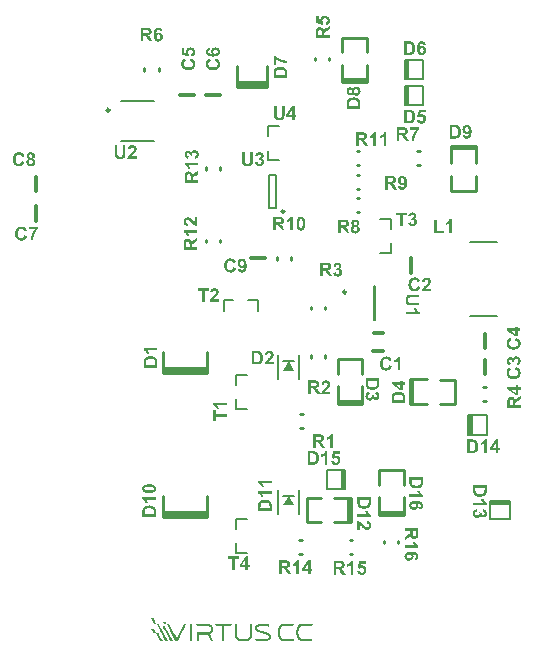
<source format=gto>
G04*
G04 #@! TF.GenerationSoftware,Altium Limited,Altium Designer,24.10.1 (45)*
G04*
G04 Layer_Color=65535*
%FSLAX24Y24*%
%MOIN*%
G70*
G04*
G04 #@! TF.SameCoordinates,A2B8B827-00CD-4321-91CD-3D45FF0E1E4C*
G04*
G04*
G04 #@! TF.FilePolarity,Positive*
G04*
G01*
G75*
%ADD10C,0.0098*%
%ADD11C,0.0100*%
%ADD12C,0.0079*%
%ADD13C,0.0060*%
%ADD14C,0.0070*%
%ADD15C,0.0060*%
%ADD16C,0.0118*%
%ADD17R,0.0791X0.0142*%
%ADD18R,0.0142X0.0791*%
%ADD19R,0.0791X0.0142*%
%ADD20R,0.1024X0.0157*%
%ADD21R,0.1575X0.0157*%
G36*
X9606Y9331D02*
X9213D01*
X9409Y9646D01*
X9606Y9331D01*
D02*
G37*
G36*
Y4841D02*
X9213D01*
X9409Y5156D01*
X9606Y4841D01*
D02*
G37*
G36*
X5311Y947D02*
X5316Y943D01*
Y942D01*
X5316Y941D01*
X5318Y940D01*
X5319Y935D01*
X5327Y921D01*
X5345Y883D01*
X5344Y879D01*
X5343Y878D01*
X5267Y879D01*
X5263Y882D01*
X5233Y942D01*
X5232Y946D01*
X5234Y948D01*
X5240Y949D01*
X5311Y947D01*
D02*
G37*
G36*
X4908Y1091D02*
X4909Y1086D01*
X5002Y901D01*
X5003Y900D01*
X5004Y897D01*
X5011Y880D01*
X5010Y877D01*
X4934Y877D01*
X4929Y879D01*
X4825Y1086D01*
X4822Y1087D01*
X4823Y1092D01*
X4908Y1091D01*
D02*
G37*
G36*
X5095Y875D02*
X5098Y874D01*
X5100Y872D01*
X5103Y866D01*
X5381Y309D01*
X5380Y306D01*
X5297Y307D01*
X5296Y313D01*
X5293Y319D01*
X5174Y557D01*
X5122Y662D01*
X5122Y662D01*
X5117Y671D01*
X5116Y674D01*
X5017Y873D01*
X5018Y875D01*
X5023Y877D01*
X5030Y875D01*
X5033Y877D01*
X5088Y876D01*
X5092Y877D01*
X5095Y875D01*
D02*
G37*
G36*
X8587Y896D02*
X8600Y895D01*
X8612Y894D01*
X8623Y892D01*
X8638Y891D01*
X8650Y889D01*
X8655Y888D01*
X8660Y887D01*
X8670Y886D01*
X8679Y884D01*
X8684Y883D01*
X8704Y879D01*
X8713Y877D01*
X8718Y875D01*
X8726Y874D01*
X8731Y872D01*
X8744Y869D01*
X8749Y868D01*
X8758Y866D01*
X8766Y864D01*
X8771Y862D01*
X8774Y860D01*
X8773Y854D01*
X8746Y800D01*
X8744Y799D01*
X8737Y800D01*
X8733Y801D01*
X8724Y803D01*
X8712Y806D01*
X8708Y807D01*
X8699Y808D01*
X8694Y811D01*
X8683Y812D01*
X8678Y813D01*
X8669Y814D01*
X8665Y816D01*
X8658Y817D01*
X8644Y819D01*
X8639Y820D01*
X8634Y821D01*
X8599Y825D01*
X8583Y827D01*
X8577Y828D01*
X8506Y828D01*
X8502Y827D01*
X8489Y825D01*
X8478Y824D01*
X8450Y820D01*
X8444Y818D01*
X8436Y817D01*
X8420Y812D01*
X8415Y810D01*
X8407Y806D01*
X8395Y800D01*
X8381Y789D01*
X8372Y780D01*
X8371Y778D01*
X8367Y772D01*
X8365Y763D01*
X8362Y757D01*
X8361Y750D01*
X8362Y736D01*
X8366Y729D01*
X8370Y721D01*
X8375Y715D01*
X8384Y706D01*
X8386Y705D01*
X8389Y702D01*
X8395Y699D01*
X8405Y693D01*
X8421Y685D01*
X8423Y684D01*
X8424D01*
X8434Y680D01*
X8442Y677D01*
X8446Y675D01*
X8457Y672D01*
X8463Y670D01*
X8467Y669D01*
X8473Y667D01*
X8486Y663D01*
X8492Y661D01*
X8500Y659D01*
X8506Y657D01*
X8511Y656D01*
X8524Y653D01*
X8528Y652D01*
X8538Y649D01*
X8544Y648D01*
X8550Y646D01*
X8554Y645D01*
X8562Y643D01*
X8571Y641D01*
X8577Y639D01*
X8582Y638D01*
X8588Y637D01*
X8594Y635D01*
X8598Y634D01*
X8605Y633D01*
X8608Y632D01*
X8619Y628D01*
X8623Y627D01*
X8629Y626D01*
X8634Y624D01*
X8639Y623D01*
X8645Y621D01*
X8657Y617D01*
X8662Y616D01*
X8669Y613D01*
X8677Y611D01*
X8683Y608D01*
X8696Y604D01*
X8701Y602D01*
X8711Y597D01*
X8720Y594D01*
X8752Y578D01*
X8754Y576D01*
X8762Y571D01*
X8776Y561D01*
X8777Y559D01*
X8779Y558D01*
X8795Y542D01*
X8796Y540D01*
X8800Y537D01*
X8801Y534D01*
X8803Y532D01*
X8804Y530D01*
X8808Y523D01*
X8815Y509D01*
X8818Y501D01*
X8819Y497D01*
X8821Y488D01*
X8823Y473D01*
X8822Y445D01*
X8821Y442D01*
X8819Y432D01*
X8818Y427D01*
X8812Y413D01*
X8802Y394D01*
X8800Y391D01*
X8799Y389D01*
X8794Y383D01*
X8791Y380D01*
X8789Y379D01*
X8787Y375D01*
X8776Y365D01*
X8774Y363D01*
X8771Y360D01*
X8768Y359D01*
X8754Y349D01*
X8746Y345D01*
X8732Y338D01*
X8722Y334D01*
X8712Y330D01*
X8707Y328D01*
X8702Y327D01*
X8697Y325D01*
X8689Y323D01*
X8685Y322D01*
X8673Y319D01*
X8667Y317D01*
X8656Y316D01*
X8647Y313D01*
X8622Y311D01*
X8611Y310D01*
X8607Y309D01*
X8605Y306D01*
X8471Y307D01*
X8465Y310D01*
X8445Y311D01*
X8436Y312D01*
X8426Y313D01*
X8421Y315D01*
X8416Y316D01*
X8401Y317D01*
X8390Y321D01*
X8380Y322D01*
X8369Y324D01*
X8363Y326D01*
X8359Y327D01*
X8351Y329D01*
X8342Y332D01*
X8338Y333D01*
X8332Y334D01*
X8319Y338D01*
X8313Y340D01*
X8306Y343D01*
X8300Y344D01*
X8294Y346D01*
X8292Y349D01*
X8292Y351D01*
X8294Y357D01*
X8298Y364D01*
X8320Y407D01*
X8327Y407D01*
X8330Y406D01*
X8348Y401D01*
X8354Y400D01*
X8360Y398D01*
X8364Y396D01*
X8376Y394D01*
X8384Y391D01*
X8390Y390D01*
X8399Y389D01*
X8403Y388D01*
X8409Y387D01*
X8417Y385D01*
X8433Y383D01*
X8450Y380D01*
X8460Y379D01*
X8473Y378D01*
X8483Y377D01*
X8489Y376D01*
X8510Y375D01*
X8574Y374D01*
X8577Y376D01*
X8601Y377D01*
X8605Y378D01*
X8632Y380D01*
X8646Y383D01*
X8652Y384D01*
X8656Y385D01*
X8663Y387D01*
X8668Y389D01*
X8673Y390D01*
X8679Y391D01*
X8684Y394D01*
X8691Y396D01*
X8701Y401D01*
X8707Y404D01*
X8715Y409D01*
X8717Y411D01*
X8719Y412D01*
X8722Y415D01*
X8724Y416D01*
X8733Y424D01*
X8734Y427D01*
X8736Y429D01*
X8737Y431D01*
X8741Y441D01*
X8745Y452D01*
X8746Y460D01*
X8745Y477D01*
X8741Y485D01*
X8736Y495D01*
X8731Y501D01*
X8729Y502D01*
X8728Y505D01*
X8726Y507D01*
X8723Y509D01*
X8719Y513D01*
X8717Y514D01*
X8713Y517D01*
X8708Y521D01*
X8700Y525D01*
X8673Y538D01*
X8662Y542D01*
X8657Y544D01*
X8650Y546D01*
X8644Y548D01*
X8640Y549D01*
X8629Y553D01*
X8625Y554D01*
X8619Y555D01*
X8614Y557D01*
X8608Y559D01*
X8601Y560D01*
X8596Y562D01*
X8590Y564D01*
X8579Y566D01*
X8570Y569D01*
X8558Y572D01*
X8545Y575D01*
X8538Y576D01*
X8534Y577D01*
X8524Y580D01*
X8515Y582D01*
X8506Y584D01*
X8499Y586D01*
X8493Y587D01*
X8489Y588D01*
X8484Y590D01*
X8479Y591D01*
X8472Y593D01*
X8465Y595D01*
X8458Y597D01*
X8454Y598D01*
X8441Y602D01*
X8437Y603D01*
X8429Y606D01*
X8423Y608D01*
X8414Y611D01*
X8408Y613D01*
X8398Y617D01*
X8394Y618D01*
X8382Y624D01*
X8354Y638D01*
X8340Y647D01*
X8334Y652D01*
X8330Y656D01*
X8328Y657D01*
X8313Y672D01*
X8312Y674D01*
X8309Y677D01*
X8307Y679D01*
X8304Y683D01*
X8300Y690D01*
X8292Y707D01*
X8289Y714D01*
X8288Y721D01*
X8287Y726D01*
X8286Y744D01*
X8285Y746D01*
X8287Y750D01*
X8288Y772D01*
X8289Y775D01*
X8290Y781D01*
X8292Y786D01*
X8295Y793D01*
X8300Y805D01*
X8302Y807D01*
X8306Y814D01*
X8314Y824D01*
X8319Y830D01*
X8329Y840D01*
X8331Y841D01*
X8333Y844D01*
X8335Y845D01*
X8339Y848D01*
X8341Y849D01*
X8349Y855D01*
X8356Y859D01*
X8379Y870D01*
X8390Y874D01*
X8395Y875D01*
X8399Y877D01*
X8407Y880D01*
X8415Y882D01*
X8428Y885D01*
X8434Y886D01*
X8445Y888D01*
X8449Y889D01*
X8455Y890D01*
X8466Y891D01*
X8481Y893D01*
X8492Y894D01*
X8520Y896D01*
X8551Y897D01*
X8587Y896D01*
D02*
G37*
G36*
X4918Y732D02*
X4986Y595D01*
X4985Y593D01*
X4913Y591D01*
X4911Y591D01*
X4904Y595D01*
X4883Y636D01*
X4883Y636D01*
X4837Y730D01*
X4838Y733D01*
X4915Y734D01*
X4918Y732D01*
D02*
G37*
G36*
X6000Y885D02*
X6000Y882D01*
X5995Y872D01*
X5909Y699D01*
X5905Y691D01*
X5839Y558D01*
X5755Y390D01*
X5754Y389D01*
X5718Y318D01*
X5712Y316D01*
X5703Y317D01*
X5647Y316D01*
X5644Y317D01*
X5640Y316D01*
X5634Y318D01*
X5630Y324D01*
X5596Y394D01*
X5354Y878D01*
X5351Y884D01*
X5354Y886D01*
X5433Y885D01*
X5434Y884D01*
X5473Y806D01*
X5533Y686D01*
X5540Y672D01*
X5601Y550D01*
X5608Y535D01*
X5674Y405D01*
X5677Y404D01*
X5679Y406D01*
X5688Y424D01*
X5919Y885D01*
X5921Y886D01*
X6000Y885D01*
D02*
G37*
G36*
X8189D02*
X8191Y884D01*
X8190Y482D01*
X8189Y478D01*
X8187Y463D01*
X8185Y452D01*
X8183Y447D01*
X8182Y443D01*
X8179Y437D01*
X8177Y430D01*
X8166Y409D01*
X8160Y401D01*
X8159Y399D01*
X8157Y397D01*
X8156Y395D01*
X8151Y389D01*
X8132Y370D01*
X8130Y369D01*
X8126Y365D01*
X8123Y363D01*
X8121Y361D01*
X8119Y360D01*
X8108Y352D01*
X8106Y351D01*
X8098Y347D01*
X8069Y333D01*
X8064Y332D01*
X8056Y328D01*
X8052Y327D01*
X8047Y325D01*
X8039Y323D01*
X8034Y322D01*
X8027Y320D01*
X8020Y317D01*
X8009Y316D01*
X8004Y314D01*
X7996Y313D01*
X7977Y311D01*
X7966Y310D01*
X7962Y308D01*
X7962Y306D01*
X7958D01*
X7844Y307D01*
X7842Y310D01*
X7823Y311D01*
X7808Y313D01*
X7804Y314D01*
X7798Y316D01*
X7791Y317D01*
X7786Y318D01*
X7776Y321D01*
X7772Y322D01*
X7765Y323D01*
X7756Y327D01*
X7752Y328D01*
X7746Y330D01*
X7741Y332D01*
X7734Y334D01*
X7714Y344D01*
X7711Y345D01*
X7705Y349D01*
X7695Y355D01*
X7687Y360D01*
X7685Y361D01*
X7683Y363D01*
X7681Y365D01*
X7676Y369D01*
X7674Y370D01*
X7670Y374D01*
X7667Y376D01*
X7659Y384D01*
X7658Y386D01*
X7652Y393D01*
X7650Y395D01*
X7648Y397D01*
X7647Y399D01*
X7645Y401D01*
X7642Y407D01*
X7637Y413D01*
X7627Y434D01*
X7626Y439D01*
X7623Y446D01*
X7621Y454D01*
X7620Y459D01*
X7619Y466D01*
X7617Y471D01*
X7616Y482D01*
X7615Y509D01*
X7616Y885D01*
X7618Y886D01*
X7688Y885D01*
X7690Y884D01*
X7691Y480D01*
X7692Y477D01*
X7693Y472D01*
X7697Y464D01*
X7705Y448D01*
X7713Y438D01*
X7716Y434D01*
X7717Y432D01*
X7720Y429D01*
X7722Y428D01*
X7729Y422D01*
X7731Y421D01*
X7733Y418D01*
X7736Y417D01*
X7743Y412D01*
X7758Y404D01*
X7765Y401D01*
X7775Y396D01*
X7789Y391D01*
X7797Y389D01*
X7802Y387D01*
X7806Y386D01*
X7813Y385D01*
X7822Y382D01*
X7833Y380D01*
X7848Y379D01*
X7861Y377D01*
X7867Y376D01*
X7899Y375D01*
X7906Y374D01*
X7909Y376D01*
X7944Y377D01*
X7948Y378D01*
X7973Y380D01*
X7980Y382D01*
X7986Y383D01*
X7990Y384D01*
X7996Y385D01*
X8003Y387D01*
X8008Y389D01*
X8012Y390D01*
X8026Y395D01*
X8035Y398D01*
X8041Y401D01*
X8047Y403D01*
X8059Y410D01*
X8069Y417D01*
X8076Y421D01*
X8077Y423D01*
X8080Y424D01*
X8084Y428D01*
X8086Y429D01*
X8089Y433D01*
X8097Y441D01*
X8098Y443D01*
X8103Y451D01*
X8109Y463D01*
X8112Y471D01*
X8113Y475D01*
X8115Y482D01*
X8116Y488D01*
X8117Y884D01*
X8119Y886D01*
X8189Y885D01*
D02*
G37*
G36*
X10219Y891D02*
X10219Y887D01*
X10214Y877D01*
X10184Y819D01*
X10178Y817D01*
X9842Y816D01*
X9838Y815D01*
X9830Y813D01*
X9823Y810D01*
X9813Y805D01*
X9811Y803D01*
X9803Y799D01*
X9801Y796D01*
X9799Y795D01*
X9784Y780D01*
X9783Y778D01*
X9780Y775D01*
X9779Y773D01*
X9773Y765D01*
X9768Y755D01*
X9759Y736D01*
X9756Y729D01*
X9748Y705D01*
X9746Y697D01*
X9745Y693D01*
X9743Y688D01*
X9742Y678D01*
X9740Y665D01*
X9738Y650D01*
X9737Y645D01*
X9738Y552D01*
X9739Y549D01*
X9741Y537D01*
X9742Y530D01*
X9743Y525D01*
X9745Y515D01*
X9747Y509D01*
X9749Y498D01*
X9751Y493D01*
X9756Y479D01*
X9760Y468D01*
X9763Y462D01*
X9771Y448D01*
X9778Y437D01*
X9782Y430D01*
X9785Y428D01*
X9786Y426D01*
X9799Y413D01*
X9801Y412D01*
X9803Y410D01*
X9806Y409D01*
X9808Y406D01*
X9815Y402D01*
X9827Y396D01*
X9834Y395D01*
X9838Y393D01*
X9854Y391D01*
X10201Y390D01*
X10203Y385D01*
X10202Y318D01*
X10196Y316D01*
X9833Y317D01*
X9830Y318D01*
X9822Y321D01*
X9809Y323D01*
X9805Y324D01*
X9799Y327D01*
X9792Y330D01*
X9780Y335D01*
X9778Y337D01*
X9764Y345D01*
X9760Y348D01*
X9758Y349D01*
X9752Y354D01*
X9748Y357D01*
X9732Y373D01*
X9731Y375D01*
X9726Y380D01*
X9725Y383D01*
X9723Y385D01*
X9721Y387D01*
X9716Y395D01*
X9715Y397D01*
X9710Y404D01*
X9709Y406D01*
X9706Y411D01*
X9695Y434D01*
X9687Y456D01*
X9685Y462D01*
X9683Y471D01*
X9680Y482D01*
X9679Y486D01*
X9678Y493D01*
X9675Y498D01*
X9674Y512D01*
X9673Y517D01*
X9671Y532D01*
X9670Y537D01*
X9669Y551D01*
X9668Y582D01*
X9667Y599D01*
X9668Y648D01*
X9669Y667D01*
X9672Y689D01*
X9673Y694D01*
X9675Y709D01*
X9679Y721D01*
X9680Y729D01*
X9683Y739D01*
X9685Y746D01*
X9687Y752D01*
X9690Y758D01*
X9691Y764D01*
X9694Y771D01*
X9697Y779D01*
X9709Y802D01*
X9714Y810D01*
X9719Y818D01*
X9720Y820D01*
X9725Y826D01*
X9728Y830D01*
X9732Y834D01*
X9734Y836D01*
X9738Y841D01*
X9739Y843D01*
X9743Y846D01*
X9751Y853D01*
X9753Y855D01*
X9757Y859D01*
X9759Y860D01*
X9767Y866D01*
X9769Y867D01*
X9771Y869D01*
X9795Y880D01*
X9808Y885D01*
X9814Y886D01*
X9823Y888D01*
X9829Y890D01*
X9836Y891D01*
X9870Y892D01*
X9901D01*
X10219Y891D01*
D02*
G37*
G36*
X9602D02*
X9603Y887D01*
X9600Y882D01*
X9568Y819D01*
X9562Y817D01*
X9485D01*
X9224Y816D01*
X9219Y814D01*
X9212Y812D01*
X9206Y810D01*
X9197Y805D01*
X9189Y800D01*
X9187Y799D01*
X9185Y796D01*
X9183Y795D01*
X9168Y780D01*
X9167Y778D01*
X9163Y775D01*
X9162Y773D01*
X9160Y771D01*
X9159Y768D01*
X9151Y756D01*
X9150Y753D01*
X9141Y734D01*
X9137Y723D01*
X9136Y719D01*
X9133Y712D01*
X9131Y706D01*
X9130Y699D01*
X9129Y696D01*
X9126Y683D01*
X9125Y675D01*
X9124Y665D01*
X9123Y662D01*
X9122Y654D01*
X9120Y636D01*
X9119Y593D01*
X9120Y582D01*
X9122Y551D01*
X9123Y547D01*
X9125Y534D01*
X9127Y523D01*
X9129Y514D01*
X9130Y508D01*
X9131Y504D01*
X9133Y496D01*
X9136Y489D01*
X9138Y483D01*
X9140Y477D01*
X9143Y470D01*
X9146Y464D01*
X9156Y445D01*
X9167Y430D01*
X9169Y428D01*
X9170Y426D01*
X9184Y412D01*
X9186Y411D01*
X9188Y409D01*
X9190Y407D01*
X9201Y401D01*
X9211Y396D01*
X9216Y395D01*
X9221Y393D01*
X9236Y391D01*
X9585Y390D01*
X9586Y385D01*
X9585Y319D01*
X9582Y316D01*
X9217Y317D01*
X9213Y318D01*
X9206Y321D01*
X9193Y323D01*
X9189Y324D01*
X9183Y327D01*
X9175Y330D01*
X9163Y335D01*
X9162Y337D01*
X9147Y345D01*
X9144Y348D01*
X9142Y349D01*
X9136Y354D01*
X9132Y357D01*
X9114Y375D01*
X9113Y377D01*
X9110Y380D01*
X9108Y383D01*
X9105Y386D01*
X9104Y388D01*
X9099Y396D01*
X9097Y398D01*
X9093Y405D01*
X9078Y437D01*
X9075Y444D01*
X9073Y449D01*
X9069Y459D01*
X9068Y465D01*
X9066Y474D01*
X9063Y479D01*
X9062Y489D01*
X9060Y498D01*
X9057Y509D01*
X9056Y518D01*
X9055Y527D01*
X9053Y538D01*
X9052Y561D01*
X9051Y581D01*
X9050Y628D01*
X9051Y631D01*
X9053Y670D01*
X9055Y681D01*
X9057Y699D01*
X9061Y715D01*
X9062Y719D01*
X9064Y730D01*
X9067Y738D01*
X9068Y745D01*
X9076Y767D01*
X9078Y772D01*
X9083Y784D01*
X9093Y802D01*
X9097Y810D01*
X9103Y818D01*
X9104Y820D01*
X9109Y826D01*
X9112Y830D01*
X9114Y832D01*
X9115Y834D01*
X9120Y840D01*
X9122Y842D01*
X9123Y844D01*
X9125Y845D01*
X9128Y849D01*
X9132Y851D01*
X9134Y853D01*
X9136Y855D01*
X9141Y859D01*
X9143Y860D01*
X9151Y866D01*
X9153Y867D01*
X9155Y869D01*
X9180Y881D01*
X9186Y883D01*
X9192Y885D01*
X9198Y886D01*
X9206Y888D01*
X9212Y890D01*
X9220Y891D01*
X9254Y892D01*
X9602Y891D01*
D02*
G37*
G36*
X7516Y884D02*
X7483Y819D01*
X7479Y817D01*
X7273Y816D01*
X7270Y813D01*
X7269Y318D01*
X7264Y316D01*
X7258Y317D01*
X7254Y316D01*
X7209Y317D01*
X7206Y316D01*
X7204Y317D01*
X7202Y316D01*
X7197Y318D01*
X7196Y322D01*
Y441D01*
Y442D01*
X7195Y814D01*
X7193Y816D01*
X7188Y817D01*
X6989Y817D01*
X6985Y818D01*
X6981Y820D01*
X6951Y883D01*
X6952Y886D01*
X7514Y886D01*
X7516Y884D01*
D02*
G37*
G36*
X6693Y885D02*
X6710Y884D01*
X6720Y883D01*
X6729Y882D01*
X6744Y880D01*
X6748Y879D01*
X6756Y877D01*
X6760Y875D01*
X6767Y874D01*
X6772Y872D01*
X6779Y871D01*
X6784Y869D01*
X6789Y867D01*
X6794Y866D01*
X6800Y863D01*
X6807Y860D01*
X6828Y849D01*
X6836Y844D01*
X6838Y842D01*
X6848Y835D01*
X6853Y829D01*
X6856Y828D01*
X6857Y827D01*
X6858Y824D01*
X6867Y816D01*
X6868Y813D01*
X6878Y799D01*
X6885Y785D01*
X6889Y775D01*
X6891Y768D01*
X6892Y762D01*
X6896Y749D01*
X6897Y734D01*
X6898Y727D01*
X6899Y694D01*
X6898Y690D01*
X6897Y677D01*
X6896Y674D01*
X6895Y662D01*
X6893Y658D01*
X6890Y647D01*
X6889Y643D01*
X6885Y633D01*
X6884Y629D01*
X6879Y622D01*
X6873Y610D01*
X6865Y600D01*
X6863Y598D01*
X6862Y596D01*
X6850Y584D01*
X6848Y583D01*
X6843Y579D01*
X6841Y578D01*
X6839Y576D01*
X6837Y574D01*
X6835Y572D01*
X6833Y571D01*
X6824Y566D01*
X6801Y555D01*
X6794Y552D01*
X6788Y550D01*
X6786Y549D01*
X6785Y545D01*
X6897Y320D01*
X6895Y317D01*
X6887Y316D01*
X6884Y317D01*
X6880Y316D01*
X6824Y317D01*
X6819Y316D01*
X6814Y320D01*
X6812Y321D01*
X6810Y327D01*
X6719Y510D01*
X6708Y531D01*
X6706Y533D01*
X6672Y532D01*
X6669Y530D01*
X6419Y529D01*
X6417Y527D01*
Y493D01*
Y491D01*
X6416Y319D01*
X6414Y317D01*
X6407Y316D01*
X6404Y317D01*
X6401Y316D01*
X6355Y317D01*
X6348Y316D01*
X6345Y317D01*
X6342Y318D01*
X6342Y599D01*
X6344Y601D01*
X6348Y602D01*
X6685Y603D01*
X6689Y604D01*
X6708Y606D01*
X6723Y607D01*
X6736Y609D01*
X6745Y611D01*
X6756Y613D01*
X6762Y616D01*
X6767Y617D01*
X6774Y621D01*
X6791Y629D01*
X6794Y633D01*
X6796Y634D01*
X6806Y643D01*
X6807Y645D01*
X6811Y652D01*
X6815Y662D01*
X6817Y666D01*
X6819Y672D01*
X6821Y680D01*
X6823Y697D01*
X6823Y720D01*
X6822Y723D01*
X6820Y739D01*
X6819Y744D01*
X6817Y753D01*
X6814Y760D01*
X6811Y765D01*
X6808Y771D01*
X6803Y777D01*
X6793Y786D01*
X6791Y788D01*
X6789Y790D01*
X6765Y801D01*
X6757Y803D01*
X6750Y806D01*
X6745Y807D01*
X6733Y809D01*
X6728Y810D01*
X6713Y812D01*
X6696Y813D01*
X6667Y814D01*
X6643Y816D01*
X6361Y817D01*
X6357Y819D01*
X6327Y879D01*
X6325Y883D01*
X6327Y886D01*
X6690Y886D01*
X6693Y885D01*
D02*
G37*
G36*
X6197D02*
X6199Y880D01*
Y694D01*
Y693D01*
X6198Y319D01*
X6196Y317D01*
X6185Y316D01*
X6183Y317D01*
X6180Y316D01*
X6139Y317D01*
X6136Y316D01*
X6134Y317D01*
X6130Y316D01*
X6125Y320D01*
X6124Y884D01*
X6127Y886D01*
X6197Y885D01*
D02*
G37*
G36*
X5303Y801D02*
X5549Y308D01*
X5548Y306D01*
X5465Y307D01*
X5464Y312D01*
X5462Y315D01*
X5459Y322D01*
X5456Y327D01*
X5418Y405D01*
X5274Y693D01*
X5273Y693D01*
X5271Y699D01*
X5220Y801D01*
X5221Y803D01*
X5300Y804D01*
X5303Y801D01*
D02*
G37*
G36*
X5075Y587D02*
X5076Y583D01*
X5081Y576D01*
X5082Y572D01*
X5085Y566D01*
X5136Y464D01*
X5214Y307D01*
X5169Y306D01*
X5168D01*
X5130Y307D01*
X5128Y313D01*
X5124Y322D01*
X4992Y587D01*
X4993Y590D01*
X5071Y591D01*
X5075Y587D01*
D02*
G37*
G36*
X17066Y8783D02*
X17157D01*
Y8699D01*
X17066D01*
Y8513D01*
X16990D01*
X16701Y8710D01*
Y8783D01*
X16990D01*
Y8839D01*
X17066D01*
Y8783D01*
D02*
G37*
G36*
X17157Y8388D02*
X17058Y8322D01*
X17058Y8321D01*
X17056Y8320D01*
X17053Y8318D01*
X17050Y8316D01*
X17045Y8313D01*
X17041Y8310D01*
X17036Y8306D01*
X17030Y8302D01*
X17019Y8294D01*
X17013Y8290D01*
X17008Y8286D01*
X17003Y8283D01*
X16999Y8279D01*
X16995Y8276D01*
X16992Y8273D01*
X16991Y8273D01*
X16989Y8271D01*
X16987Y8268D01*
X16984Y8265D01*
X16981Y8261D01*
X16978Y8256D01*
X16975Y8251D01*
X16973Y8246D01*
X16972Y8245D01*
X16972Y8244D01*
X16972Y8243D01*
X16971Y8241D01*
X16971Y8239D01*
X16970Y8237D01*
X16970Y8234D01*
X16969Y8232D01*
X16969Y8228D01*
X16969Y8224D01*
X16968Y8220D01*
X16968Y8216D01*
Y8211D01*
X16967Y8205D01*
Y8181D01*
X17157D01*
Y8090D01*
X16703D01*
Y8289D01*
X16703Y8294D01*
Y8300D01*
X16704Y8307D01*
X16704Y8315D01*
X16705Y8323D01*
X16705Y8332D01*
X16706Y8340D01*
X16708Y8358D01*
X16710Y8366D01*
X16711Y8374D01*
X16713Y8381D01*
X16715Y8388D01*
Y8388D01*
X16716Y8389D01*
X16717Y8391D01*
X16718Y8394D01*
X16719Y8396D01*
X16721Y8399D01*
X16723Y8403D01*
X16725Y8407D01*
X16728Y8411D01*
X16732Y8416D01*
X16735Y8420D01*
X16739Y8424D01*
X16743Y8429D01*
X16748Y8433D01*
X16753Y8437D01*
X16759Y8441D01*
X16759Y8441D01*
X16760Y8442D01*
X16762Y8443D01*
X16765Y8444D01*
X16768Y8445D01*
X16771Y8447D01*
X16775Y8449D01*
X16780Y8451D01*
X16785Y8453D01*
X16790Y8455D01*
X16796Y8456D01*
X16802Y8458D01*
X16809Y8459D01*
X16816Y8460D01*
X16823Y8460D01*
X16830Y8461D01*
X16831D01*
X16833D01*
X16835Y8460D01*
X16839D01*
X16843Y8460D01*
X16848Y8459D01*
X16854Y8458D01*
X16860Y8457D01*
X16867Y8456D01*
X16874Y8454D01*
X16880Y8451D01*
X16888Y8448D01*
X16895Y8445D01*
X16902Y8440D01*
X16908Y8436D01*
X16915Y8431D01*
X16915Y8430D01*
X16916Y8429D01*
X16918Y8427D01*
X16920Y8425D01*
X16923Y8422D01*
X16926Y8418D01*
X16929Y8414D01*
X16933Y8408D01*
X16936Y8402D01*
X16939Y8396D01*
X16943Y8388D01*
X16946Y8380D01*
X16950Y8371D01*
X16952Y8362D01*
X16955Y8352D01*
X16957Y8341D01*
X16957Y8341D01*
X16957Y8342D01*
X16958Y8344D01*
X16959Y8346D01*
X16961Y8348D01*
X16963Y8351D01*
X16965Y8355D01*
X16968Y8358D01*
X16974Y8366D01*
X16980Y8374D01*
X16987Y8382D01*
X16995Y8390D01*
X16995Y8390D01*
X16996Y8391D01*
X16997Y8392D01*
X16999Y8394D01*
X17001Y8396D01*
X17004Y8398D01*
X17008Y8400D01*
X17012Y8404D01*
X17017Y8407D01*
X17022Y8411D01*
X17028Y8416D01*
X17035Y8420D01*
X17042Y8425D01*
X17050Y8430D01*
X17059Y8436D01*
X17068Y8442D01*
X17157Y8498D01*
Y8388D01*
D02*
G37*
G36*
X13207Y8941D02*
X13299D01*
Y8856D01*
X13207D01*
Y8671D01*
X13132D01*
X12843Y8868D01*
Y8941D01*
X13131D01*
Y8997D01*
X13207D01*
Y8941D01*
D02*
G37*
G36*
X13086Y8627D02*
X13090D01*
X13096Y8627D01*
X13103Y8626D01*
X13109Y8626D01*
X13117Y8625D01*
X13124Y8624D01*
X13141Y8622D01*
X13157Y8618D01*
X13165Y8616D01*
X13173Y8613D01*
X13173Y8613D01*
X13175Y8613D01*
X13178Y8612D01*
X13181Y8610D01*
X13185Y8608D01*
X13190Y8606D01*
X13195Y8604D01*
X13201Y8601D01*
X13207Y8598D01*
X13214Y8594D01*
X13221Y8590D01*
X13227Y8586D01*
X13234Y8581D01*
X13241Y8576D01*
X13247Y8571D01*
X13253Y8565D01*
X13253Y8564D01*
X13254Y8564D01*
X13255Y8562D01*
X13257Y8561D01*
X13259Y8558D01*
X13261Y8555D01*
X13264Y8552D01*
X13266Y8548D01*
X13269Y8543D01*
X13272Y8539D01*
X13275Y8533D01*
X13278Y8528D01*
X13281Y8522D01*
X13284Y8515D01*
X13287Y8508D01*
X13289Y8501D01*
Y8500D01*
X13289Y8499D01*
X13290Y8497D01*
X13290Y8495D01*
X13291Y8492D01*
X13292Y8488D01*
X13293Y8484D01*
X13294Y8479D01*
X13295Y8473D01*
X13296Y8467D01*
X13296Y8461D01*
X13297Y8453D01*
X13298Y8445D01*
X13298Y8437D01*
X13299Y8428D01*
Y8247D01*
X12845D01*
Y8423D01*
X12845Y8428D01*
Y8434D01*
X12845Y8440D01*
X12846Y8446D01*
X12846Y8453D01*
X12847Y8460D01*
X12848Y8475D01*
X12849Y8482D01*
X12851Y8488D01*
X12852Y8495D01*
X12854Y8501D01*
Y8501D01*
X12854Y8502D01*
X12855Y8504D01*
X12856Y8507D01*
X12857Y8511D01*
X12859Y8515D01*
X12861Y8519D01*
X12863Y8524D01*
X12866Y8529D01*
X12869Y8535D01*
X12873Y8541D01*
X12876Y8546D01*
X12880Y8552D01*
X12885Y8558D01*
X12890Y8564D01*
X12896Y8569D01*
X12896Y8569D01*
X12897Y8570D01*
X12898Y8572D01*
X12901Y8574D01*
X12904Y8576D01*
X12907Y8579D01*
X12911Y8582D01*
X12916Y8585D01*
X12921Y8589D01*
X12927Y8592D01*
X12933Y8596D01*
X12939Y8599D01*
X12946Y8603D01*
X12953Y8606D01*
X12961Y8609D01*
X12969Y8612D01*
X12969Y8613D01*
X12971Y8613D01*
X12973Y8614D01*
X12977Y8615D01*
X12981Y8616D01*
X12986Y8617D01*
X12992Y8619D01*
X12999Y8620D01*
X13006Y8621D01*
X13014Y8623D01*
X13023Y8624D01*
X13033Y8625D01*
X13042Y8626D01*
X13053Y8627D01*
X13064Y8627D01*
X13076D01*
X13077D01*
X13079D01*
X13082D01*
X13086Y8627D01*
D02*
G37*
G36*
X9278Y17904D02*
Y17904D01*
Y17901D01*
Y17896D01*
Y17891D01*
Y17885D01*
X9277Y17877D01*
Y17868D01*
Y17860D01*
X9276Y17841D01*
X9275Y17821D01*
X9274Y17812D01*
X9273Y17804D01*
X9271Y17796D01*
X9270Y17789D01*
Y17788D01*
X9269Y17787D01*
Y17785D01*
X9269Y17783D01*
X9267Y17777D01*
X9264Y17769D01*
X9260Y17760D01*
X9256Y17751D01*
X9250Y17741D01*
X9242Y17732D01*
X9242Y17730D01*
X9239Y17728D01*
X9235Y17724D01*
X9229Y17719D01*
X9221Y17713D01*
X9212Y17707D01*
X9201Y17700D01*
X9189Y17695D01*
X9189D01*
X9188Y17694D01*
X9186Y17694D01*
X9183Y17693D01*
X9180Y17692D01*
X9176Y17690D01*
X9171Y17689D01*
X9166Y17688D01*
X9153Y17686D01*
X9138Y17683D01*
X9121Y17682D01*
X9102Y17681D01*
X9092D01*
X9086Y17682D01*
X9080D01*
X9073Y17682D01*
X9065Y17683D01*
X9050Y17684D01*
X9033Y17687D01*
X9017Y17691D01*
X9010Y17693D01*
X9003Y17696D01*
X9002D01*
X9002Y17696D01*
X8998Y17698D01*
X8991Y17701D01*
X8984Y17706D01*
X8975Y17712D01*
X8966Y17719D01*
X8958Y17726D01*
X8950Y17735D01*
X8949Y17736D01*
X8947Y17739D01*
X8943Y17744D01*
X8939Y17751D01*
X8935Y17758D01*
X8931Y17766D01*
X8928Y17776D01*
X8924Y17785D01*
Y17786D01*
X8924Y17787D01*
Y17789D01*
X8923Y17793D01*
X8922Y17797D01*
X8922Y17802D01*
X8921Y17808D01*
X8920Y17814D01*
X8919Y17822D01*
X8918Y17831D01*
X8918Y17840D01*
X8917Y17850D01*
X8916Y17862D01*
Y17874D01*
X8916Y17887D01*
Y17901D01*
Y18144D01*
X9008D01*
Y17897D01*
Y17896D01*
Y17894D01*
Y17892D01*
Y17888D01*
Y17883D01*
Y17877D01*
X9008Y17866D01*
Y17852D01*
X9009Y17840D01*
X9010Y17834D01*
Y17829D01*
X9010Y17825D01*
X9011Y17821D01*
Y17820D01*
X9012Y17816D01*
X9014Y17811D01*
X9017Y17804D01*
X9020Y17797D01*
X9025Y17790D01*
X9031Y17782D01*
X9038Y17776D01*
X9040Y17775D01*
X9042Y17773D01*
X9048Y17770D01*
X9054Y17768D01*
X9063Y17764D01*
X9074Y17762D01*
X9086Y17760D01*
X9099Y17759D01*
X9106D01*
X9113Y17760D01*
X9121Y17761D01*
X9131Y17763D01*
X9140Y17766D01*
X9150Y17770D01*
X9158Y17775D01*
X9158Y17776D01*
X9161Y17778D01*
X9164Y17781D01*
X9168Y17785D01*
X9172Y17791D01*
X9176Y17798D01*
X9179Y17805D01*
X9181Y17814D01*
Y17815D01*
X9182Y17818D01*
X9183Y17824D01*
X9184Y17832D01*
Y17837D01*
X9185Y17843D01*
Y17850D01*
X9185Y17856D01*
Y17864D01*
X9186Y17873D01*
Y17882D01*
Y17892D01*
Y18144D01*
X9278D01*
Y17904D01*
D02*
G37*
G36*
X9610Y17857D02*
X9667D01*
Y17781D01*
X9610D01*
Y17690D01*
X9527D01*
Y17781D01*
X9340D01*
Y17856D01*
X9537Y18146D01*
X9610D01*
Y17857D01*
D02*
G37*
G36*
X8221Y16368D02*
Y16368D01*
Y16365D01*
Y16361D01*
Y16355D01*
Y16349D01*
X8221Y16341D01*
Y16332D01*
Y16324D01*
X8219Y16305D01*
X8218Y16285D01*
X8218Y16277D01*
X8216Y16268D01*
X8215Y16260D01*
X8214Y16253D01*
Y16252D01*
X8213Y16252D01*
Y16250D01*
X8212Y16248D01*
X8210Y16241D01*
X8208Y16233D01*
X8204Y16224D01*
X8199Y16215D01*
X8193Y16205D01*
X8186Y16196D01*
X8185Y16195D01*
X8183Y16192D01*
X8178Y16188D01*
X8172Y16183D01*
X8164Y16177D01*
X8155Y16171D01*
X8145Y16164D01*
X8133Y16159D01*
X8132D01*
X8132Y16159D01*
X8130Y16158D01*
X8127Y16157D01*
X8124Y16156D01*
X8120Y16155D01*
X8115Y16153D01*
X8109Y16153D01*
X8097Y16150D01*
X8082Y16147D01*
X8065Y16146D01*
X8046Y16145D01*
X8035D01*
X8029Y16146D01*
X8023D01*
X8016Y16147D01*
X8009Y16147D01*
X7993Y16149D01*
X7977Y16151D01*
X7960Y16155D01*
X7953Y16157D01*
X7947Y16160D01*
X7946D01*
X7945Y16160D01*
X7941Y16162D01*
X7935Y16166D01*
X7928Y16170D01*
X7919Y16176D01*
X7910Y16183D01*
X7901Y16191D01*
X7893Y16199D01*
X7893Y16200D01*
X7890Y16203D01*
X7887Y16208D01*
X7883Y16215D01*
X7879Y16222D01*
X7874Y16231D01*
X7871Y16240D01*
X7868Y16250D01*
Y16250D01*
X7867Y16252D01*
Y16254D01*
X7867Y16257D01*
X7866Y16261D01*
X7865Y16266D01*
X7865Y16272D01*
X7864Y16279D01*
X7863Y16286D01*
X7862Y16295D01*
X7861Y16304D01*
X7861Y16315D01*
X7860Y16326D01*
Y16338D01*
X7859Y16351D01*
Y16365D01*
Y16608D01*
X7951D01*
Y16361D01*
Y16361D01*
Y16359D01*
Y16356D01*
Y16352D01*
Y16347D01*
Y16342D01*
X7952Y16330D01*
Y16317D01*
X7952Y16304D01*
X7953Y16298D01*
Y16293D01*
X7954Y16289D01*
X7954Y16285D01*
Y16284D01*
X7956Y16281D01*
X7958Y16275D01*
X7960Y16269D01*
X7964Y16262D01*
X7969Y16254D01*
X7975Y16246D01*
X7982Y16240D01*
X7983Y16239D01*
X7986Y16237D01*
X7991Y16235D01*
X7998Y16232D01*
X8007Y16229D01*
X8017Y16226D01*
X8029Y16224D01*
X8043Y16223D01*
X8050D01*
X8056Y16224D01*
X8065Y16225D01*
X8075Y16227D01*
X8084Y16230D01*
X8094Y16234D01*
X8101Y16239D01*
X8102Y16240D01*
X8105Y16242D01*
X8108Y16245D01*
X8112Y16250D01*
X8116Y16256D01*
X8120Y16262D01*
X8123Y16269D01*
X8125Y16278D01*
Y16279D01*
X8126Y16283D01*
X8126Y16288D01*
X8128Y16296D01*
Y16302D01*
X8128Y16307D01*
Y16314D01*
X8129Y16321D01*
Y16328D01*
X8130Y16337D01*
Y16346D01*
Y16356D01*
Y16608D01*
X8221D01*
Y16368D01*
D02*
G37*
G36*
X8452Y16610D02*
X8458Y16609D01*
X8464Y16609D01*
X8471Y16607D01*
X8479Y16605D01*
X8495Y16601D01*
X8504Y16597D01*
X8513Y16593D01*
X8521Y16588D01*
X8529Y16583D01*
X8538Y16576D01*
X8545Y16569D01*
X8546Y16569D01*
X8546Y16568D01*
X8548Y16566D01*
X8550Y16563D01*
X8555Y16557D01*
X8561Y16548D01*
X8567Y16536D01*
X8572Y16523D01*
X8576Y16509D01*
X8576Y16502D01*
X8577Y16494D01*
Y16493D01*
Y16491D01*
X8576Y16488D01*
X8576Y16484D01*
X8575Y16479D01*
X8574Y16473D01*
X8572Y16466D01*
X8569Y16459D01*
X8565Y16452D01*
X8561Y16444D01*
X8556Y16436D01*
X8549Y16428D01*
X8542Y16420D01*
X8533Y16412D01*
X8523Y16405D01*
X8511Y16398D01*
X8512D01*
X8513Y16397D01*
X8515D01*
X8518Y16396D01*
X8525Y16394D01*
X8534Y16390D01*
X8544Y16385D01*
X8554Y16378D01*
X8565Y16370D01*
X8574Y16360D01*
X8575Y16359D01*
X8578Y16355D01*
X8581Y16349D01*
X8586Y16340D01*
X8590Y16330D01*
X8593Y16318D01*
X8596Y16305D01*
X8597Y16290D01*
Y16289D01*
Y16287D01*
Y16284D01*
X8597Y16280D01*
X8596Y16275D01*
X8595Y16269D01*
X8593Y16262D01*
X8592Y16254D01*
X8587Y16239D01*
X8583Y16230D01*
X8579Y16221D01*
X8574Y16212D01*
X8568Y16204D01*
X8561Y16195D01*
X8553Y16187D01*
X8553Y16187D01*
X8551Y16185D01*
X8549Y16183D01*
X8546Y16181D01*
X8541Y16178D01*
X8536Y16174D01*
X8530Y16170D01*
X8523Y16166D01*
X8516Y16162D01*
X8507Y16159D01*
X8498Y16155D01*
X8489Y16152D01*
X8479Y16149D01*
X8468Y16147D01*
X8456Y16146D01*
X8444Y16145D01*
X8439D01*
X8434Y16146D01*
X8429Y16147D01*
X8423Y16147D01*
X8416Y16149D01*
X8408Y16150D01*
X8393Y16154D01*
X8376Y16160D01*
X8366Y16164D01*
X8359Y16169D01*
X8350Y16175D01*
X8342Y16181D01*
X8342Y16181D01*
X8340Y16183D01*
X8338Y16185D01*
X8336Y16187D01*
X8332Y16191D01*
X8329Y16195D01*
X8325Y16200D01*
X8321Y16206D01*
X8317Y16212D01*
X8313Y16219D01*
X8305Y16235D01*
X8300Y16253D01*
X8297Y16263D01*
X8296Y16273D01*
X8380Y16284D01*
Y16283D01*
Y16283D01*
X8380Y16279D01*
X8382Y16273D01*
X8383Y16265D01*
X8387Y16258D01*
X8390Y16249D01*
X8395Y16241D01*
X8401Y16234D01*
X8402Y16233D01*
X8404Y16231D01*
X8408Y16229D01*
X8413Y16226D01*
X8420Y16223D01*
X8427Y16220D01*
X8435Y16218D01*
X8444Y16218D01*
X8445D01*
X8448Y16218D01*
X8453Y16219D01*
X8460Y16220D01*
X8467Y16223D01*
X8474Y16226D01*
X8482Y16231D01*
X8489Y16238D01*
X8490Y16239D01*
X8492Y16242D01*
X8495Y16246D01*
X8499Y16252D01*
X8502Y16260D01*
X8506Y16270D01*
X8507Y16281D01*
X8508Y16294D01*
Y16294D01*
Y16295D01*
Y16299D01*
X8507Y16305D01*
X8506Y16313D01*
X8504Y16321D01*
X8500Y16330D01*
X8496Y16338D01*
X8490Y16346D01*
X8489Y16347D01*
X8486Y16349D01*
X8483Y16353D01*
X8478Y16356D01*
X8471Y16360D01*
X8464Y16363D01*
X8456Y16365D01*
X8447Y16366D01*
X8441D01*
X8436Y16365D01*
X8430Y16365D01*
X8423Y16363D01*
X8416Y16361D01*
X8407Y16359D01*
X8416Y16429D01*
X8422D01*
X8429Y16430D01*
X8437Y16431D01*
X8445Y16433D01*
X8454Y16435D01*
X8463Y16439D01*
X8471Y16445D01*
X8471Y16445D01*
X8474Y16448D01*
X8477Y16451D01*
X8481Y16456D01*
X8484Y16462D01*
X8487Y16469D01*
X8489Y16478D01*
X8490Y16488D01*
Y16489D01*
Y16492D01*
X8489Y16496D01*
X8488Y16501D01*
X8486Y16507D01*
X8484Y16513D01*
X8481Y16519D01*
X8476Y16525D01*
X8475Y16525D01*
X8473Y16527D01*
X8471Y16529D01*
X8466Y16532D01*
X8461Y16534D01*
X8455Y16536D01*
X8447Y16538D01*
X8439Y16538D01*
X8435D01*
X8431Y16538D01*
X8426Y16536D01*
X8420Y16534D01*
X8414Y16532D01*
X8407Y16528D01*
X8401Y16523D01*
X8401Y16522D01*
X8399Y16520D01*
X8396Y16516D01*
X8393Y16511D01*
X8389Y16505D01*
X8387Y16497D01*
X8384Y16488D01*
X8382Y16477D01*
X8302Y16490D01*
Y16491D01*
X8303Y16492D01*
Y16494D01*
X8303Y16498D01*
X8305Y16505D01*
X8308Y16515D01*
X8312Y16525D01*
X8316Y16536D01*
X8321Y16547D01*
X8327Y16557D01*
X8328Y16558D01*
X8330Y16561D01*
X8334Y16565D01*
X8340Y16571D01*
X8346Y16577D01*
X8354Y16584D01*
X8364Y16590D01*
X8374Y16596D01*
X8375D01*
X8376Y16597D01*
X8380Y16598D01*
X8386Y16601D01*
X8394Y16603D01*
X8404Y16606D01*
X8416Y16609D01*
X8428Y16610D01*
X8442Y16610D01*
X8448D01*
X8452Y16610D01*
D02*
G37*
G36*
X3972Y16605D02*
Y16604D01*
Y16601D01*
Y16597D01*
Y16592D01*
Y16585D01*
X3971Y16577D01*
Y16569D01*
Y16560D01*
X3970Y16541D01*
X3969Y16521D01*
X3968Y16513D01*
X3967Y16504D01*
X3965Y16496D01*
X3964Y16489D01*
Y16489D01*
X3963Y16488D01*
Y16486D01*
X3963Y16484D01*
X3961Y16477D01*
X3958Y16470D01*
X3954Y16460D01*
X3949Y16451D01*
X3944Y16441D01*
X3936Y16432D01*
X3936Y16431D01*
X3933Y16428D01*
X3928Y16424D01*
X3923Y16419D01*
X3915Y16413D01*
X3906Y16407D01*
X3895Y16401D01*
X3883Y16395D01*
X3883D01*
X3882Y16395D01*
X3880Y16394D01*
X3877Y16393D01*
X3874Y16392D01*
X3870Y16391D01*
X3865Y16389D01*
X3860Y16389D01*
X3847Y16386D01*
X3832Y16384D01*
X3815Y16382D01*
X3796Y16382D01*
X3785D01*
X3780Y16382D01*
X3774D01*
X3766Y16383D01*
X3759Y16384D01*
X3744Y16385D01*
X3727Y16388D01*
X3711Y16391D01*
X3703Y16393D01*
X3697Y16396D01*
X3696D01*
X3696Y16397D01*
X3692Y16399D01*
X3685Y16402D01*
X3678Y16407D01*
X3669Y16412D01*
X3660Y16419D01*
X3652Y16427D01*
X3644Y16435D01*
X3643Y16437D01*
X3641Y16439D01*
X3637Y16445D01*
X3633Y16451D01*
X3629Y16458D01*
X3625Y16467D01*
X3621Y16476D01*
X3618Y16486D01*
Y16487D01*
X3618Y16488D01*
Y16490D01*
X3617Y16493D01*
X3616Y16497D01*
X3616Y16502D01*
X3615Y16508D01*
X3614Y16515D01*
X3613Y16523D01*
X3612Y16531D01*
X3612Y16540D01*
X3611Y16551D01*
X3610Y16562D01*
Y16574D01*
X3610Y16588D01*
Y16601D01*
Y16844D01*
X3702D01*
Y16597D01*
Y16597D01*
Y16595D01*
Y16592D01*
Y16588D01*
Y16583D01*
Y16578D01*
X3702Y16566D01*
Y16553D01*
X3703Y16540D01*
X3703Y16534D01*
Y16529D01*
X3704Y16525D01*
X3705Y16521D01*
Y16520D01*
X3706Y16517D01*
X3708Y16512D01*
X3711Y16505D01*
X3714Y16498D01*
X3719Y16491D01*
X3725Y16483D01*
X3732Y16476D01*
X3734Y16475D01*
X3736Y16473D01*
X3742Y16471D01*
X3748Y16468D01*
X3757Y16465D01*
X3768Y16462D01*
X3780Y16460D01*
X3793Y16460D01*
X3800D01*
X3806Y16460D01*
X3815Y16462D01*
X3825Y16464D01*
X3834Y16466D01*
X3844Y16470D01*
X3852Y16475D01*
X3852Y16476D01*
X3855Y16478D01*
X3858Y16481D01*
X3862Y16486D01*
X3866Y16492D01*
X3870Y16498D01*
X3873Y16506D01*
X3875Y16514D01*
Y16515D01*
X3876Y16519D01*
X3877Y16525D01*
X3878Y16532D01*
Y16538D01*
X3879Y16544D01*
Y16550D01*
X3879Y16557D01*
Y16565D01*
X3880Y16573D01*
Y16582D01*
Y16592D01*
Y16844D01*
X3972D01*
Y16605D01*
D02*
G37*
G36*
X4210Y16846D02*
X4216Y16845D01*
X4222Y16845D01*
X4230Y16843D01*
X4237Y16842D01*
X4255Y16838D01*
X4272Y16831D01*
X4281Y16827D01*
X4289Y16822D01*
X4297Y16817D01*
X4304Y16810D01*
X4305Y16809D01*
X4306Y16809D01*
X4308Y16806D01*
X4310Y16803D01*
X4314Y16800D01*
X4317Y16796D01*
X4320Y16791D01*
X4324Y16785D01*
X4331Y16772D01*
X4337Y16757D01*
X4340Y16748D01*
X4341Y16739D01*
X4342Y16729D01*
X4343Y16719D01*
Y16718D01*
Y16714D01*
X4342Y16708D01*
X4342Y16701D01*
X4340Y16692D01*
X4338Y16682D01*
X4336Y16672D01*
X4332Y16661D01*
X4331Y16660D01*
X4330Y16656D01*
X4327Y16651D01*
X4323Y16643D01*
X4319Y16635D01*
X4313Y16625D01*
X4306Y16615D01*
X4297Y16603D01*
X4297Y16603D01*
X4294Y16599D01*
X4290Y16595D01*
X4284Y16588D01*
X4276Y16580D01*
X4266Y16570D01*
X4255Y16559D01*
X4240Y16545D01*
X4239Y16544D01*
X4238Y16544D01*
X4236Y16542D01*
X4234Y16539D01*
X4226Y16532D01*
X4218Y16525D01*
X4209Y16516D01*
X4201Y16508D01*
X4193Y16500D01*
X4190Y16497D01*
X4188Y16494D01*
X4187Y16494D01*
X4186Y16492D01*
X4184Y16490D01*
X4181Y16487D01*
X4175Y16479D01*
X4170Y16471D01*
X4343D01*
Y16390D01*
X4038D01*
Y16391D01*
Y16392D01*
X4039Y16395D01*
X4039Y16398D01*
X4040Y16402D01*
X4041Y16407D01*
X4043Y16418D01*
X4047Y16431D01*
X4052Y16446D01*
X4059Y16462D01*
X4068Y16477D01*
Y16477D01*
X4069Y16479D01*
X4070Y16481D01*
X4073Y16484D01*
X4075Y16489D01*
X4079Y16493D01*
X4084Y16499D01*
X4089Y16506D01*
X4095Y16513D01*
X4102Y16521D01*
X4110Y16531D01*
X4119Y16540D01*
X4129Y16550D01*
X4140Y16561D01*
X4152Y16573D01*
X4165Y16586D01*
X4166Y16586D01*
X4168Y16588D01*
X4171Y16591D01*
X4174Y16595D01*
X4180Y16599D01*
X4185Y16604D01*
X4197Y16616D01*
X4209Y16628D01*
X4220Y16641D01*
X4226Y16646D01*
X4231Y16652D01*
X4235Y16656D01*
X4237Y16660D01*
X4238Y16662D01*
X4240Y16665D01*
X4243Y16670D01*
X4247Y16677D01*
X4250Y16685D01*
X4253Y16695D01*
X4255Y16704D01*
X4256Y16714D01*
Y16714D01*
Y16715D01*
Y16718D01*
X4255Y16724D01*
X4254Y16731D01*
X4252Y16738D01*
X4249Y16745D01*
X4245Y16752D01*
X4240Y16759D01*
X4239Y16759D01*
X4237Y16761D01*
X4234Y16764D01*
X4229Y16767D01*
X4222Y16769D01*
X4215Y16772D01*
X4207Y16774D01*
X4197Y16775D01*
X4192D01*
X4187Y16774D01*
X4181Y16773D01*
X4174Y16771D01*
X4167Y16767D01*
X4159Y16763D01*
X4153Y16758D01*
X4152Y16758D01*
X4150Y16755D01*
X4148Y16751D01*
X4145Y16745D01*
X4142Y16738D01*
X4139Y16728D01*
X4136Y16717D01*
X4135Y16704D01*
X4049Y16712D01*
Y16713D01*
X4049Y16716D01*
Y16719D01*
X4051Y16724D01*
X4051Y16730D01*
X4053Y16737D01*
X4055Y16744D01*
X4057Y16752D01*
X4064Y16769D01*
X4072Y16786D01*
X4077Y16794D01*
X4083Y16802D01*
X4089Y16809D01*
X4096Y16815D01*
X4097Y16816D01*
X4098Y16817D01*
X4100Y16818D01*
X4104Y16820D01*
X4108Y16822D01*
X4113Y16825D01*
X4118Y16828D01*
X4125Y16831D01*
X4132Y16834D01*
X4140Y16837D01*
X4157Y16842D01*
X4177Y16845D01*
X4188Y16846D01*
X4199Y16847D01*
X4205D01*
X4210Y16846D01*
D02*
G37*
G36*
X13773Y11775D02*
X13527D01*
X13526D01*
X13524D01*
X13521D01*
X13517D01*
X13512D01*
X13507D01*
X13495Y11774D01*
X13482D01*
X13470Y11773D01*
X13464Y11773D01*
X13458D01*
X13454Y11772D01*
X13450Y11771D01*
X13449D01*
X13446Y11770D01*
X13441Y11768D01*
X13434Y11765D01*
X13427Y11762D01*
X13420Y11757D01*
X13412Y11751D01*
X13405Y11744D01*
X13405Y11742D01*
X13403Y11740D01*
X13400Y11735D01*
X13397Y11728D01*
X13394Y11719D01*
X13391Y11708D01*
X13389Y11696D01*
X13389Y11683D01*
Y11676D01*
X13389Y11670D01*
X13391Y11661D01*
X13393Y11651D01*
X13395Y11642D01*
X13399Y11632D01*
X13405Y11624D01*
X13405Y11624D01*
X13407Y11621D01*
X13410Y11618D01*
X13415Y11614D01*
X13421Y11610D01*
X13428Y11606D01*
X13435Y11603D01*
X13443Y11601D01*
X13445D01*
X13448Y11600D01*
X13454Y11599D01*
X13462Y11598D01*
X13467D01*
X13473Y11597D01*
X13479D01*
X13486Y11597D01*
X13494D01*
X13502Y11596D01*
X13511D01*
X13521D01*
X13773D01*
Y11504D01*
X13534D01*
X13533D01*
X13531D01*
X13526D01*
X13521D01*
X13514D01*
X13506Y11505D01*
X13498D01*
X13489D01*
X13470Y11506D01*
X13450Y11508D01*
X13442Y11508D01*
X13433Y11510D01*
X13426Y11511D01*
X13418Y11512D01*
X13418D01*
X13417Y11513D01*
X13415D01*
X13413Y11513D01*
X13407Y11515D01*
X13399Y11518D01*
X13389Y11522D01*
X13380Y11527D01*
X13370Y11532D01*
X13361Y11540D01*
X13360Y11540D01*
X13357Y11543D01*
X13353Y11548D01*
X13348Y11553D01*
X13342Y11561D01*
X13336Y11571D01*
X13330Y11581D01*
X13325Y11593D01*
Y11593D01*
X13324Y11594D01*
X13323Y11596D01*
X13323Y11599D01*
X13321Y11602D01*
X13320Y11606D01*
X13319Y11611D01*
X13318Y11616D01*
X13315Y11629D01*
X13313Y11644D01*
X13311Y11661D01*
X13311Y11680D01*
Y11691D01*
X13311Y11696D01*
Y11702D01*
X13312Y11710D01*
X13313Y11717D01*
X13314Y11733D01*
X13317Y11749D01*
X13321Y11765D01*
X13323Y11773D01*
X13325Y11779D01*
Y11780D01*
X13326Y11780D01*
X13328Y11784D01*
X13331Y11791D01*
X13336Y11798D01*
X13342Y11807D01*
X13348Y11816D01*
X13356Y11824D01*
X13365Y11832D01*
X13366Y11833D01*
X13368Y11836D01*
X13374Y11839D01*
X13380Y11843D01*
X13388Y11847D01*
X13396Y11851D01*
X13405Y11855D01*
X13415Y11858D01*
X13416D01*
X13417Y11859D01*
X13419D01*
X13422Y11859D01*
X13426Y11860D01*
X13431Y11860D01*
X13437Y11861D01*
X13444Y11862D01*
X13452Y11863D01*
X13460Y11864D01*
X13470Y11864D01*
X13480Y11865D01*
X13491Y11866D01*
X13504D01*
X13517Y11866D01*
X13531D01*
X13773D01*
Y11775D01*
D02*
G37*
G36*
X13661Y11403D02*
X13662Y11403D01*
X13662Y11401D01*
X13663Y11398D01*
X13666Y11391D01*
X13670Y11382D01*
X13675Y11371D01*
X13683Y11359D01*
X13692Y11345D01*
X13702Y11330D01*
X13703Y11330D01*
X13704Y11328D01*
X13706Y11327D01*
X13708Y11324D01*
X13715Y11317D01*
X13723Y11309D01*
X13734Y11300D01*
X13747Y11290D01*
X13761Y11282D01*
X13776Y11275D01*
Y11204D01*
X13319D01*
Y11292D01*
X13648D01*
X13647Y11292D01*
X13646Y11294D01*
X13644Y11296D01*
X13641Y11300D01*
X13637Y11305D01*
X13633Y11310D01*
X13628Y11317D01*
X13623Y11324D01*
X13618Y11332D01*
X13613Y11340D01*
X13607Y11349D01*
X13601Y11359D01*
X13592Y11380D01*
X13582Y11404D01*
X13661D01*
Y11403D01*
D02*
G37*
G36*
X8055Y2853D02*
X8112D01*
Y2777D01*
X8055D01*
Y2685D01*
X7971D01*
Y2777D01*
X7785D01*
Y2852D01*
X7982Y3141D01*
X8055D01*
Y2853D01*
D02*
G37*
G36*
X7760Y3063D02*
X7626D01*
Y2685D01*
X7535D01*
Y3063D01*
X7400D01*
Y3139D01*
X7760D01*
Y3063D01*
D02*
G37*
G36*
X13551Y14602D02*
X13557Y14601D01*
X13563Y14601D01*
X13570Y14599D01*
X13577Y14597D01*
X13593Y14593D01*
X13602Y14590D01*
X13611Y14585D01*
X13620Y14580D01*
X13628Y14575D01*
X13636Y14569D01*
X13643Y14561D01*
X13644Y14561D01*
X13645Y14560D01*
X13647Y14558D01*
X13649Y14555D01*
X13654Y14549D01*
X13660Y14540D01*
X13666Y14528D01*
X13670Y14515D01*
X13674Y14501D01*
X13675Y14494D01*
X13675Y14486D01*
Y14485D01*
Y14483D01*
X13675Y14480D01*
X13674Y14476D01*
X13673Y14471D01*
X13672Y14465D01*
X13670Y14458D01*
X13668Y14451D01*
X13664Y14444D01*
X13660Y14436D01*
X13654Y14428D01*
X13648Y14420D01*
X13640Y14412D01*
X13631Y14405D01*
X13622Y14397D01*
X13610Y14390D01*
X13611D01*
X13612Y14389D01*
X13614D01*
X13616Y14388D01*
X13624Y14386D01*
X13632Y14382D01*
X13642Y14377D01*
X13652Y14370D01*
X13663Y14362D01*
X13672Y14352D01*
X13673Y14351D01*
X13676Y14347D01*
X13679Y14341D01*
X13684Y14332D01*
X13689Y14323D01*
X13692Y14310D01*
X13694Y14297D01*
X13696Y14282D01*
Y14281D01*
Y14279D01*
Y14276D01*
X13695Y14272D01*
X13694Y14267D01*
X13693Y14261D01*
X13692Y14254D01*
X13691Y14246D01*
X13685Y14231D01*
X13681Y14222D01*
X13677Y14213D01*
X13672Y14204D01*
X13666Y14196D01*
X13660Y14187D01*
X13652Y14180D01*
X13651Y14179D01*
X13650Y14178D01*
X13647Y14176D01*
X13644Y14173D01*
X13639Y14170D01*
X13635Y14166D01*
X13628Y14162D01*
X13622Y14159D01*
X13614Y14155D01*
X13606Y14151D01*
X13597Y14147D01*
X13588Y14144D01*
X13577Y14141D01*
X13567Y14139D01*
X13555Y14138D01*
X13543Y14138D01*
X13537D01*
X13532Y14138D01*
X13527Y14139D01*
X13521Y14139D01*
X13515Y14141D01*
X13507Y14142D01*
X13491Y14146D01*
X13474Y14153D01*
X13465Y14157D01*
X13457Y14161D01*
X13448Y14167D01*
X13441Y14173D01*
X13440Y14174D01*
X13439Y14175D01*
X13437Y14177D01*
X13434Y14180D01*
X13431Y14183D01*
X13427Y14187D01*
X13424Y14192D01*
X13420Y14198D01*
X13416Y14204D01*
X13411Y14211D01*
X13404Y14227D01*
X13398Y14245D01*
X13395Y14255D01*
X13394Y14265D01*
X13478Y14276D01*
Y14275D01*
Y14275D01*
X13479Y14271D01*
X13480Y14265D01*
X13482Y14258D01*
X13485Y14250D01*
X13488Y14241D01*
X13494Y14233D01*
X13500Y14226D01*
X13500Y14225D01*
X13503Y14223D01*
X13507Y14221D01*
X13511Y14218D01*
X13518Y14215D01*
X13525Y14212D01*
X13533Y14210D01*
X13542Y14210D01*
X13544D01*
X13547Y14210D01*
X13551Y14211D01*
X13558Y14212D01*
X13565Y14215D01*
X13572Y14218D01*
X13580Y14223D01*
X13588Y14230D01*
X13588Y14231D01*
X13591Y14234D01*
X13593Y14239D01*
X13597Y14244D01*
X13601Y14252D01*
X13604Y14262D01*
X13606Y14273D01*
X13607Y14286D01*
Y14286D01*
Y14287D01*
Y14291D01*
X13606Y14297D01*
X13605Y14305D01*
X13602Y14313D01*
X13599Y14322D01*
X13594Y14330D01*
X13588Y14338D01*
X13588Y14339D01*
X13585Y14342D01*
X13581Y14345D01*
X13576Y14348D01*
X13570Y14352D01*
X13563Y14355D01*
X13555Y14357D01*
X13546Y14358D01*
X13539D01*
X13534Y14357D01*
X13528Y14357D01*
X13521Y14355D01*
X13514Y14353D01*
X13506Y14351D01*
X13515Y14422D01*
X13521D01*
X13527Y14422D01*
X13535Y14423D01*
X13544Y14425D01*
X13553Y14427D01*
X13561Y14431D01*
X13569Y14437D01*
X13570Y14437D01*
X13572Y14440D01*
X13575Y14443D01*
X13579Y14448D01*
X13582Y14454D01*
X13586Y14462D01*
X13588Y14470D01*
X13588Y14480D01*
Y14481D01*
Y14484D01*
X13588Y14488D01*
X13586Y14493D01*
X13585Y14499D01*
X13582Y14505D01*
X13579Y14511D01*
X13574Y14517D01*
X13574Y14517D01*
X13572Y14519D01*
X13569Y14521D01*
X13565Y14524D01*
X13559Y14526D01*
X13553Y14528D01*
X13546Y14530D01*
X13538Y14530D01*
X13534D01*
X13530Y14530D01*
X13525Y14528D01*
X13519Y14527D01*
X13512Y14524D01*
X13506Y14520D01*
X13500Y14515D01*
X13499Y14514D01*
X13497Y14512D01*
X13494Y14508D01*
X13491Y14503D01*
X13488Y14497D01*
X13485Y14489D01*
X13483Y14480D01*
X13481Y14469D01*
X13401Y14483D01*
Y14483D01*
X13401Y14485D01*
Y14487D01*
X13402Y14490D01*
X13404Y14497D01*
X13406Y14507D01*
X13410Y14517D01*
X13414Y14528D01*
X13420Y14539D01*
X13426Y14549D01*
X13426Y14550D01*
X13429Y14553D01*
X13433Y14557D01*
X13438Y14563D01*
X13445Y14569D01*
X13452Y14576D01*
X13462Y14582D01*
X13473Y14588D01*
X13473D01*
X13474Y14589D01*
X13478Y14590D01*
X13485Y14593D01*
X13492Y14595D01*
X13502Y14598D01*
X13514Y14601D01*
X13527Y14602D01*
X13540Y14603D01*
X13546D01*
X13551Y14602D01*
D02*
G37*
G36*
X13357Y14523D02*
X13223D01*
Y14146D01*
X13132D01*
Y14523D01*
X12997D01*
Y14600D01*
X13357D01*
Y14523D01*
D02*
G37*
G36*
X6946Y12078D02*
X6952Y12077D01*
X6959Y12077D01*
X6966Y12075D01*
X6974Y12074D01*
X6991Y12069D01*
X7008Y12063D01*
X7017Y12059D01*
X7025Y12054D01*
X7033Y12049D01*
X7041Y12042D01*
X7041Y12041D01*
X7043Y12041D01*
X7044Y12038D01*
X7047Y12035D01*
X7050Y12032D01*
X7053Y12028D01*
X7056Y12023D01*
X7060Y12017D01*
X7067Y12004D01*
X7073Y11989D01*
X7076Y11980D01*
X7077Y11971D01*
X7079Y11961D01*
X7079Y11951D01*
Y11950D01*
Y11946D01*
X7079Y11940D01*
X7078Y11933D01*
X7077Y11924D01*
X7075Y11914D01*
X7072Y11904D01*
X7068Y11893D01*
X7067Y11892D01*
X7066Y11888D01*
X7064Y11883D01*
X7060Y11875D01*
X7055Y11867D01*
X7049Y11857D01*
X7042Y11846D01*
X7033Y11835D01*
X7033Y11835D01*
X7030Y11831D01*
X7026Y11827D01*
X7020Y11820D01*
X7012Y11812D01*
X7003Y11802D01*
X6991Y11791D01*
X6976Y11777D01*
X6976Y11776D01*
X6974Y11776D01*
X6972Y11774D01*
X6970Y11771D01*
X6963Y11764D01*
X6954Y11757D01*
X6945Y11748D01*
X6937Y11740D01*
X6929Y11732D01*
X6926Y11729D01*
X6924Y11726D01*
X6923Y11726D01*
X6922Y11724D01*
X6920Y11722D01*
X6917Y11719D01*
X6911Y11711D01*
X6906Y11703D01*
X7079D01*
Y11622D01*
X6774D01*
Y11623D01*
Y11624D01*
X6775Y11627D01*
X6776Y11630D01*
X6776Y11634D01*
X6777Y11639D01*
X6780Y11650D01*
X6783Y11663D01*
X6789Y11678D01*
X6795Y11694D01*
X6804Y11709D01*
Y11709D01*
X6805Y11711D01*
X6806Y11713D01*
X6809Y11716D01*
X6812Y11721D01*
X6816Y11725D01*
X6820Y11731D01*
X6825Y11738D01*
X6831Y11745D01*
X6839Y11753D01*
X6846Y11762D01*
X6856Y11772D01*
X6865Y11782D01*
X6877Y11793D01*
X6888Y11805D01*
X6902Y11818D01*
X6902Y11818D01*
X6904Y11820D01*
X6907Y11823D01*
X6911Y11827D01*
X6916Y11831D01*
X6921Y11836D01*
X6933Y11848D01*
X6945Y11860D01*
X6957Y11873D01*
X6962Y11878D01*
X6967Y11884D01*
X6971Y11888D01*
X6974Y11892D01*
X6974Y11894D01*
X6976Y11897D01*
X6980Y11902D01*
X6983Y11909D01*
X6986Y11917D01*
X6989Y11926D01*
X6991Y11936D01*
X6992Y11946D01*
Y11946D01*
Y11947D01*
Y11950D01*
X6991Y11956D01*
X6990Y11963D01*
X6988Y11970D01*
X6985Y11977D01*
X6982Y11984D01*
X6976Y11991D01*
X6976Y11991D01*
X6974Y11993D01*
X6970Y11996D01*
X6965Y11999D01*
X6959Y12001D01*
X6951Y12004D01*
X6943Y12006D01*
X6933Y12007D01*
X6928D01*
X6923Y12006D01*
X6917Y12005D01*
X6910Y12003D01*
X6903Y11999D01*
X6896Y11995D01*
X6889Y11990D01*
X6888Y11989D01*
X6886Y11987D01*
X6884Y11983D01*
X6881Y11977D01*
X6878Y11970D01*
X6875Y11960D01*
X6873Y11949D01*
X6871Y11936D01*
X6785Y11944D01*
Y11945D01*
X6785Y11947D01*
Y11951D01*
X6787Y11956D01*
X6787Y11962D01*
X6789Y11968D01*
X6791Y11976D01*
X6793Y11984D01*
X6800Y12001D01*
X6808Y12018D01*
X6813Y12026D01*
X6819Y12034D01*
X6825Y12041D01*
X6833Y12047D01*
X6833Y12048D01*
X6835Y12049D01*
X6837Y12050D01*
X6840Y12052D01*
X6844Y12054D01*
X6849Y12057D01*
X6854Y12060D01*
X6861Y12063D01*
X6868Y12066D01*
X6876Y12069D01*
X6893Y12074D01*
X6913Y12077D01*
X6924Y12078D01*
X6935Y12079D01*
X6942D01*
X6946Y12078D01*
D02*
G37*
G36*
X6745Y11999D02*
X6612D01*
Y11622D01*
X6520D01*
Y11999D01*
X6385D01*
Y12076D01*
X6745D01*
Y11999D01*
D02*
G37*
G36*
X7354Y8177D02*
X7026D01*
X7026Y8176D01*
X7028Y8175D01*
X7030Y8172D01*
X7033Y8168D01*
X7037Y8164D01*
X7041Y8158D01*
X7045Y8152D01*
X7051Y8145D01*
X7056Y8137D01*
X7061Y8128D01*
X7067Y8119D01*
X7072Y8109D01*
X7082Y8088D01*
X7091Y8065D01*
X7013D01*
Y8065D01*
X7012Y8066D01*
X7011Y8068D01*
X7011Y8071D01*
X7007Y8077D01*
X7003Y8086D01*
X6998Y8097D01*
X6991Y8110D01*
X6982Y8124D01*
X6971Y8138D01*
X6971Y8139D01*
X6970Y8140D01*
X6968Y8142D01*
X6965Y8145D01*
X6959Y8152D01*
X6950Y8160D01*
X6940Y8169D01*
X6927Y8178D01*
X6913Y8187D01*
X6898Y8193D01*
Y8264D01*
X7354D01*
Y8177D01*
D02*
G37*
G36*
X6977Y7868D02*
X7354D01*
Y7776D01*
X6977D01*
Y7641D01*
X6900D01*
Y8002D01*
X6977D01*
Y7868D01*
D02*
G37*
G36*
X10141Y2719D02*
X10197D01*
Y2643D01*
X10141D01*
Y2551D01*
X10057D01*
Y2643D01*
X9870D01*
Y2718D01*
X10067Y3007D01*
X10141D01*
Y2719D01*
D02*
G37*
G36*
X9755Y2551D02*
X9668D01*
Y2880D01*
X9667Y2879D01*
X9666Y2878D01*
X9663Y2876D01*
X9659Y2873D01*
X9655Y2869D01*
X9649Y2865D01*
X9643Y2860D01*
X9635Y2855D01*
X9628Y2850D01*
X9619Y2845D01*
X9610Y2839D01*
X9600Y2833D01*
X9579Y2824D01*
X9555Y2814D01*
Y2893D01*
X9556D01*
X9557Y2894D01*
X9559Y2894D01*
X9561Y2895D01*
X9568Y2898D01*
X9577Y2902D01*
X9588Y2908D01*
X9601Y2915D01*
X9615Y2924D01*
X9629Y2934D01*
X9630Y2935D01*
X9631Y2936D01*
X9633Y2938D01*
X9635Y2940D01*
X9643Y2947D01*
X9651Y2955D01*
X9660Y2966D01*
X9669Y2979D01*
X9677Y2993D01*
X9684Y3008D01*
X9755D01*
Y2551D01*
D02*
G37*
G36*
X9305Y3005D02*
X9312D01*
X9319Y3004D01*
X9328D01*
X9345Y3002D01*
X9363Y3000D01*
X9379Y2997D01*
X9386Y2995D01*
X9393Y2993D01*
X9393D01*
X9394Y2992D01*
X9398Y2990D01*
X9404Y2987D01*
X9412Y2983D01*
X9420Y2976D01*
X9429Y2969D01*
X9437Y2960D01*
X9445Y2949D01*
Y2948D01*
X9446Y2948D01*
X9447Y2946D01*
X9449Y2944D01*
X9452Y2937D01*
X9456Y2929D01*
X9459Y2918D01*
X9462Y2906D01*
X9465Y2892D01*
X9466Y2878D01*
Y2877D01*
Y2876D01*
Y2873D01*
X9465Y2869D01*
Y2865D01*
X9464Y2860D01*
X9462Y2848D01*
X9458Y2835D01*
X9453Y2821D01*
X9445Y2806D01*
X9441Y2800D01*
X9435Y2793D01*
X9435Y2793D01*
X9434Y2792D01*
X9432Y2790D01*
X9430Y2788D01*
X9427Y2786D01*
X9423Y2782D01*
X9418Y2779D01*
X9413Y2776D01*
X9407Y2772D01*
X9400Y2768D01*
X9393Y2765D01*
X9385Y2762D01*
X9376Y2759D01*
X9367Y2756D01*
X9357Y2753D01*
X9346Y2751D01*
X9346D01*
X9347Y2751D01*
X9351Y2748D01*
X9356Y2745D01*
X9363Y2740D01*
X9370Y2734D01*
X9378Y2728D01*
X9387Y2721D01*
X9394Y2713D01*
X9395Y2713D01*
X9398Y2709D01*
X9402Y2704D01*
X9408Y2696D01*
X9416Y2686D01*
X9420Y2680D01*
X9424Y2673D01*
X9430Y2666D01*
X9435Y2658D01*
X9441Y2649D01*
X9447Y2640D01*
X9502Y2551D01*
X9392D01*
X9327Y2650D01*
X9326Y2650D01*
X9325Y2652D01*
X9323Y2655D01*
X9321Y2658D01*
X9318Y2662D01*
X9315Y2667D01*
X9308Y2678D01*
X9299Y2690D01*
X9291Y2700D01*
X9284Y2710D01*
X9281Y2713D01*
X9278Y2717D01*
X9277Y2717D01*
X9276Y2719D01*
X9273Y2721D01*
X9270Y2725D01*
X9266Y2727D01*
X9261Y2730D01*
X9256Y2733D01*
X9250Y2736D01*
X9250D01*
X9248Y2736D01*
X9245Y2738D01*
X9239Y2738D01*
X9233Y2740D01*
X9225Y2740D01*
X9216Y2741D01*
X9186D01*
Y2551D01*
X9094D01*
Y3005D01*
X9299D01*
X9305Y3005D01*
D02*
G37*
G36*
X13734Y3886D02*
X13733Y3880D01*
Y3873D01*
X13733Y3866D01*
Y3857D01*
X13731Y3840D01*
X13729Y3822D01*
X13725Y3806D01*
X13723Y3799D01*
X13721Y3792D01*
Y3792D01*
X13721Y3791D01*
X13719Y3787D01*
X13715Y3781D01*
X13712Y3773D01*
X13705Y3765D01*
X13698Y3756D01*
X13689Y3748D01*
X13677Y3740D01*
X13677D01*
X13676Y3739D01*
X13674Y3738D01*
X13672Y3737D01*
X13666Y3733D01*
X13657Y3729D01*
X13647Y3726D01*
X13635Y3723D01*
X13621Y3720D01*
X13607Y3719D01*
X13606D01*
X13605D01*
X13601D01*
X13598Y3720D01*
X13593D01*
X13589Y3721D01*
X13577Y3723D01*
X13563Y3727D01*
X13550Y3732D01*
X13535Y3740D01*
X13529Y3744D01*
X13522Y3750D01*
X13521Y3750D01*
X13521Y3751D01*
X13519Y3753D01*
X13517Y3756D01*
X13514Y3758D01*
X13511Y3762D01*
X13508Y3767D01*
X13504Y3772D01*
X13500Y3778D01*
X13497Y3785D01*
X13494Y3792D01*
X13490Y3800D01*
X13487Y3809D01*
X13485Y3819D01*
X13482Y3828D01*
X13480Y3839D01*
Y3839D01*
X13479Y3838D01*
X13477Y3834D01*
X13473Y3829D01*
X13469Y3822D01*
X13463Y3815D01*
X13457Y3807D01*
X13450Y3798D01*
X13442Y3791D01*
X13441Y3790D01*
X13438Y3787D01*
X13433Y3783D01*
X13425Y3777D01*
X13415Y3769D01*
X13408Y3765D01*
X13402Y3761D01*
X13395Y3756D01*
X13387Y3750D01*
X13378Y3744D01*
X13368Y3738D01*
X13280Y3683D01*
Y3793D01*
X13378Y3859D01*
X13379Y3859D01*
X13381Y3860D01*
X13384Y3862D01*
X13387Y3864D01*
X13391Y3867D01*
X13396Y3870D01*
X13407Y3878D01*
X13418Y3886D01*
X13429Y3894D01*
X13439Y3901D01*
X13442Y3904D01*
X13445Y3907D01*
X13446Y3908D01*
X13447Y3909D01*
X13450Y3912D01*
X13453Y3915D01*
X13456Y3920D01*
X13459Y3924D01*
X13462Y3929D01*
X13464Y3935D01*
Y3935D01*
X13465Y3937D01*
X13466Y3941D01*
X13467Y3946D01*
X13468Y3952D01*
X13469Y3960D01*
X13470Y3969D01*
Y3999D01*
X13280D01*
Y4091D01*
X13734D01*
Y3886D01*
D02*
G37*
G36*
X13622Y3629D02*
X13622Y3628D01*
X13623Y3626D01*
X13624Y3624D01*
X13627Y3617D01*
X13631Y3608D01*
X13636Y3597D01*
X13643Y3584D01*
X13653Y3571D01*
X13663Y3556D01*
X13664Y3555D01*
X13664Y3554D01*
X13666Y3552D01*
X13669Y3550D01*
X13675Y3542D01*
X13684Y3534D01*
X13695Y3525D01*
X13708Y3516D01*
X13721Y3508D01*
X13736Y3501D01*
Y3430D01*
X13280D01*
Y3517D01*
X13609D01*
X13608Y3518D01*
X13607Y3519D01*
X13605Y3522D01*
X13601Y3526D01*
X13597Y3531D01*
X13593Y3536D01*
X13589Y3542D01*
X13584Y3550D01*
X13578Y3557D01*
X13573Y3566D01*
X13567Y3575D01*
X13562Y3585D01*
X13552Y3606D01*
X13543Y3630D01*
X13622D01*
Y3629D01*
D02*
G37*
G36*
X13521Y3299D02*
X13531Y3298D01*
X13543Y3297D01*
X13556Y3296D01*
X13570Y3294D01*
X13584Y3292D01*
X13599Y3288D01*
X13614Y3285D01*
X13630Y3280D01*
X13643Y3275D01*
X13657Y3269D01*
X13670Y3262D01*
X13681Y3254D01*
X13681Y3253D01*
X13683Y3252D01*
X13686Y3249D01*
X13689Y3245D01*
X13694Y3241D01*
X13698Y3235D01*
X13704Y3229D01*
X13709Y3222D01*
X13714Y3213D01*
X13719Y3204D01*
X13723Y3194D01*
X13728Y3183D01*
X13731Y3172D01*
X13734Y3160D01*
X13736Y3147D01*
X13736Y3134D01*
Y3128D01*
X13736Y3125D01*
Y3121D01*
X13735Y3115D01*
X13733Y3103D01*
X13729Y3090D01*
X13724Y3076D01*
X13717Y3061D01*
X13712Y3055D01*
X13707Y3048D01*
Y3048D01*
X13706Y3047D01*
X13704Y3045D01*
X13702Y3043D01*
X13698Y3040D01*
X13695Y3037D01*
X13686Y3030D01*
X13674Y3023D01*
X13659Y3016D01*
X13643Y3009D01*
X13623Y3004D01*
X13614Y3088D01*
X13615D01*
X13618Y3089D01*
X13622Y3090D01*
X13628Y3092D01*
X13634Y3094D01*
X13641Y3097D01*
X13647Y3100D01*
X13652Y3105D01*
X13653Y3105D01*
X13654Y3107D01*
X13656Y3110D01*
X13658Y3114D01*
X13660Y3119D01*
X13662Y3124D01*
X13664Y3132D01*
X13664Y3139D01*
Y3140D01*
X13664Y3143D01*
X13663Y3149D01*
X13661Y3155D01*
X13658Y3162D01*
X13654Y3170D01*
X13648Y3178D01*
X13639Y3185D01*
X13638Y3186D01*
X13637Y3187D01*
X13634Y3189D01*
X13632Y3190D01*
X13628Y3192D01*
X13623Y3193D01*
X13617Y3195D01*
X13611Y3198D01*
X13603Y3200D01*
X13595Y3202D01*
X13586Y3204D01*
X13575Y3206D01*
X13563Y3207D01*
X13550Y3208D01*
X13536Y3210D01*
X13537Y3209D01*
X13538Y3208D01*
X13540Y3206D01*
X13542Y3204D01*
X13546Y3201D01*
X13549Y3197D01*
X13556Y3187D01*
X13563Y3176D01*
X13569Y3162D01*
X13572Y3154D01*
X13573Y3146D01*
X13574Y3138D01*
X13575Y3128D01*
Y3123D01*
X13574Y3119D01*
X13574Y3115D01*
X13573Y3109D01*
X13572Y3103D01*
X13570Y3096D01*
X13565Y3082D01*
X13561Y3074D01*
X13557Y3066D01*
X13553Y3058D01*
X13547Y3050D01*
X13540Y3042D01*
X13533Y3035D01*
X13532Y3035D01*
X13531Y3033D01*
X13529Y3031D01*
X13526Y3029D01*
X13521Y3026D01*
X13517Y3023D01*
X13511Y3019D01*
X13504Y3016D01*
X13497Y3012D01*
X13489Y3008D01*
X13480Y3005D01*
X13470Y3002D01*
X13460Y3000D01*
X13449Y2998D01*
X13438Y2997D01*
X13426Y2996D01*
X13425D01*
X13422D01*
X13419D01*
X13414Y2997D01*
X13408Y2997D01*
X13401Y2998D01*
X13393Y2999D01*
X13386Y3001D01*
X13367Y3006D01*
X13358Y3009D01*
X13349Y3014D01*
X13340Y3018D01*
X13330Y3023D01*
X13321Y3030D01*
X13313Y3037D01*
X13313Y3038D01*
X13311Y3039D01*
X13309Y3041D01*
X13307Y3044D01*
X13304Y3048D01*
X13300Y3054D01*
X13296Y3059D01*
X13292Y3065D01*
X13288Y3073D01*
X13285Y3081D01*
X13281Y3089D01*
X13278Y3099D01*
X13275Y3109D01*
X13273Y3119D01*
X13272Y3130D01*
X13271Y3142D01*
Y3145D01*
X13272Y3149D01*
Y3153D01*
X13273Y3159D01*
X13274Y3166D01*
X13276Y3174D01*
X13278Y3182D01*
X13281Y3191D01*
X13285Y3200D01*
X13288Y3210D01*
X13294Y3219D01*
X13300Y3229D01*
X13307Y3238D01*
X13315Y3247D01*
X13325Y3256D01*
X13325Y3256D01*
X13327Y3258D01*
X13330Y3260D01*
X13335Y3262D01*
X13341Y3266D01*
X13348Y3269D01*
X13357Y3273D01*
X13367Y3277D01*
X13378Y3282D01*
X13391Y3286D01*
X13405Y3289D01*
X13422Y3292D01*
X13439Y3296D01*
X13458Y3298D01*
X13478Y3299D01*
X13500Y3300D01*
X13501D01*
X13502D01*
X13504D01*
X13506D01*
X13512D01*
X13521Y3299D01*
D02*
G37*
G36*
X11985Y2899D02*
X11821D01*
X11807Y2821D01*
X11808D01*
X11808Y2822D01*
X11812Y2824D01*
X11818Y2826D01*
X11825Y2829D01*
X11835Y2832D01*
X11844Y2834D01*
X11856Y2836D01*
X11867Y2836D01*
X11873D01*
X11877Y2836D01*
X11881Y2835D01*
X11887Y2834D01*
X11894Y2833D01*
X11901Y2831D01*
X11916Y2826D01*
X11924Y2822D01*
X11932Y2819D01*
X11941Y2813D01*
X11949Y2807D01*
X11957Y2801D01*
X11965Y2794D01*
X11966Y2793D01*
X11967Y2792D01*
X11969Y2789D01*
X11972Y2786D01*
X11974Y2782D01*
X11978Y2777D01*
X11981Y2771D01*
X11985Y2764D01*
X11989Y2757D01*
X11993Y2748D01*
X11997Y2739D01*
X11999Y2730D01*
X12002Y2720D01*
X12004Y2708D01*
X12005Y2697D01*
X12006Y2684D01*
Y2683D01*
Y2681D01*
Y2679D01*
X12005Y2675D01*
Y2670D01*
X12004Y2664D01*
X12003Y2657D01*
X12002Y2651D01*
X11998Y2635D01*
X11992Y2618D01*
X11988Y2609D01*
X11984Y2600D01*
X11979Y2592D01*
X11973Y2583D01*
X11972Y2582D01*
X11971Y2580D01*
X11968Y2578D01*
X11965Y2574D01*
X11961Y2569D01*
X11955Y2564D01*
X11948Y2559D01*
X11941Y2554D01*
X11932Y2548D01*
X11923Y2542D01*
X11913Y2537D01*
X11902Y2533D01*
X11890Y2529D01*
X11878Y2526D01*
X11864Y2524D01*
X11850Y2523D01*
X11844D01*
X11839Y2524D01*
X11834Y2525D01*
X11827Y2525D01*
X11821Y2526D01*
X11813Y2527D01*
X11797Y2531D01*
X11779Y2538D01*
X11771Y2541D01*
X11762Y2546D01*
X11755Y2551D01*
X11747Y2557D01*
X11746Y2557D01*
X11745Y2558D01*
X11743Y2560D01*
X11740Y2563D01*
X11737Y2567D01*
X11734Y2571D01*
X11730Y2575D01*
X11726Y2580D01*
X11722Y2587D01*
X11718Y2594D01*
X11711Y2609D01*
X11704Y2627D01*
X11702Y2637D01*
X11700Y2647D01*
X11787Y2657D01*
Y2655D01*
X11787Y2652D01*
X11789Y2646D01*
X11791Y2639D01*
X11793Y2632D01*
X11797Y2624D01*
X11802Y2617D01*
X11808Y2610D01*
X11809Y2609D01*
X11812Y2607D01*
X11816Y2605D01*
X11821Y2601D01*
X11827Y2598D01*
X11834Y2596D01*
X11842Y2594D01*
X11851Y2593D01*
X11852D01*
X11856Y2594D01*
X11861Y2594D01*
X11867Y2596D01*
X11875Y2598D01*
X11882Y2602D01*
X11890Y2608D01*
X11898Y2615D01*
X11898Y2617D01*
X11901Y2619D01*
X11903Y2624D01*
X11907Y2632D01*
X11911Y2641D01*
X11914Y2653D01*
X11916Y2666D01*
X11917Y2682D01*
Y2683D01*
Y2684D01*
Y2686D01*
Y2689D01*
X11916Y2697D01*
X11914Y2706D01*
X11912Y2716D01*
X11909Y2727D01*
X11904Y2737D01*
X11898Y2745D01*
X11897Y2746D01*
X11894Y2748D01*
X11890Y2752D01*
X11884Y2756D01*
X11877Y2760D01*
X11869Y2763D01*
X11859Y2766D01*
X11848Y2767D01*
X11844D01*
X11842Y2766D01*
X11835Y2765D01*
X11826Y2763D01*
X11816Y2759D01*
X11804Y2753D01*
X11798Y2749D01*
X11793Y2744D01*
X11787Y2739D01*
X11781Y2733D01*
X11711Y2743D01*
X11755Y2980D01*
X11985D01*
Y2899D01*
D02*
G37*
G36*
X11568Y2532D02*
X11481D01*
Y2861D01*
X11480Y2860D01*
X11479Y2859D01*
X11476Y2857D01*
X11472Y2853D01*
X11468Y2849D01*
X11463Y2845D01*
X11456Y2841D01*
X11449Y2836D01*
X11441Y2830D01*
X11432Y2825D01*
X11423Y2819D01*
X11413Y2814D01*
X11392Y2804D01*
X11369Y2795D01*
Y2874D01*
X11369D01*
X11370Y2874D01*
X11372Y2875D01*
X11375Y2876D01*
X11381Y2879D01*
X11390Y2883D01*
X11402Y2888D01*
X11414Y2895D01*
X11428Y2904D01*
X11442Y2915D01*
X11443Y2916D01*
X11444Y2916D01*
X11446Y2918D01*
X11449Y2921D01*
X11456Y2927D01*
X11464Y2936D01*
X11473Y2946D01*
X11482Y2960D01*
X11491Y2973D01*
X11497Y2988D01*
X11568D01*
Y2532D01*
D02*
G37*
G36*
X11118Y2985D02*
X11125D01*
X11133Y2985D01*
X11141D01*
X11158Y2983D01*
X11176Y2981D01*
X11192Y2977D01*
X11200Y2975D01*
X11206Y2973D01*
X11207D01*
X11207Y2973D01*
X11211Y2971D01*
X11217Y2967D01*
X11225Y2964D01*
X11234Y2957D01*
X11242Y2950D01*
X11251Y2941D01*
X11259Y2929D01*
Y2929D01*
X11259Y2928D01*
X11261Y2926D01*
X11262Y2924D01*
X11265Y2918D01*
X11269Y2909D01*
X11272Y2899D01*
X11276Y2887D01*
X11278Y2873D01*
X11279Y2859D01*
Y2858D01*
Y2857D01*
Y2853D01*
X11278Y2850D01*
Y2845D01*
X11278Y2841D01*
X11275Y2829D01*
X11272Y2815D01*
X11266Y2801D01*
X11259Y2787D01*
X11254Y2781D01*
X11249Y2774D01*
X11248Y2773D01*
X11247Y2773D01*
X11245Y2771D01*
X11243Y2769D01*
X11240Y2766D01*
X11236Y2763D01*
X11232Y2760D01*
X11226Y2756D01*
X11221Y2752D01*
X11213Y2749D01*
X11206Y2746D01*
X11198Y2742D01*
X11189Y2739D01*
X11180Y2737D01*
X11170Y2734D01*
X11159Y2732D01*
X11160D01*
X11160Y2731D01*
X11164Y2729D01*
X11169Y2725D01*
X11176Y2721D01*
X11184Y2715D01*
X11192Y2709D01*
X11200Y2702D01*
X11207Y2694D01*
X11208Y2693D01*
X11211Y2690D01*
X11215Y2685D01*
X11221Y2677D01*
X11229Y2667D01*
X11233Y2660D01*
X11238Y2654D01*
X11243Y2647D01*
X11248Y2639D01*
X11254Y2630D01*
X11260Y2620D01*
X11316Y2532D01*
X11205D01*
X11140Y2630D01*
X11139Y2631D01*
X11139Y2633D01*
X11137Y2636D01*
X11134Y2639D01*
X11131Y2643D01*
X11128Y2648D01*
X11121Y2658D01*
X11112Y2670D01*
X11104Y2681D01*
X11097Y2691D01*
X11094Y2694D01*
X11091Y2697D01*
X11091Y2698D01*
X11089Y2699D01*
X11087Y2702D01*
X11083Y2705D01*
X11079Y2708D01*
X11074Y2711D01*
X11069Y2714D01*
X11064Y2716D01*
X11063D01*
X11061Y2717D01*
X11058Y2718D01*
X11053Y2719D01*
X11046Y2720D01*
X11038Y2721D01*
X11029Y2721D01*
X10999D01*
Y2532D01*
X10908D01*
Y2986D01*
X11112D01*
X11118Y2985D01*
D02*
G37*
G36*
X6279Y16686D02*
X6284Y16685D01*
X6290Y16684D01*
X6298Y16683D01*
X6305Y16681D01*
X6320Y16676D01*
X6329Y16672D01*
X6338Y16668D01*
X6347Y16663D01*
X6355Y16657D01*
X6364Y16650D01*
X6372Y16643D01*
X6372Y16642D01*
X6374Y16641D01*
X6376Y16638D01*
X6378Y16635D01*
X6382Y16630D01*
X6385Y16626D01*
X6389Y16619D01*
X6393Y16612D01*
X6397Y16605D01*
X6401Y16597D01*
X6404Y16587D01*
X6407Y16578D01*
X6410Y16568D01*
X6412Y16557D01*
X6413Y16545D01*
X6414Y16534D01*
Y16528D01*
X6413Y16523D01*
X6412Y16518D01*
X6412Y16512D01*
X6410Y16505D01*
X6409Y16498D01*
X6405Y16482D01*
X6399Y16465D01*
X6395Y16456D01*
X6390Y16448D01*
X6384Y16439D01*
X6378Y16431D01*
X6378Y16431D01*
X6376Y16429D01*
X6374Y16427D01*
X6372Y16425D01*
X6368Y16422D01*
X6364Y16418D01*
X6359Y16414D01*
X6353Y16410D01*
X6347Y16406D01*
X6340Y16402D01*
X6324Y16395D01*
X6306Y16389D01*
X6296Y16386D01*
X6286Y16385D01*
X6275Y16469D01*
X6276D01*
X6277D01*
X6280Y16469D01*
X6286Y16471D01*
X6294Y16473D01*
X6301Y16476D01*
X6310Y16479D01*
X6318Y16484D01*
X6325Y16490D01*
X6326Y16491D01*
X6328Y16494D01*
X6330Y16498D01*
X6333Y16502D01*
X6336Y16509D01*
X6339Y16516D01*
X6341Y16524D01*
X6341Y16533D01*
Y16534D01*
X6341Y16538D01*
X6340Y16542D01*
X6339Y16549D01*
X6336Y16556D01*
X6333Y16563D01*
X6328Y16571D01*
X6321Y16578D01*
X6320Y16579D01*
X6317Y16582D01*
X6313Y16584D01*
X6307Y16588D01*
X6299Y16591D01*
X6289Y16595D01*
X6278Y16597D01*
X6265Y16597D01*
X6265D01*
X6264D01*
X6260D01*
X6254Y16597D01*
X6246Y16595D01*
X6238Y16593D01*
X6229Y16589D01*
X6221Y16585D01*
X6213Y16579D01*
X6212Y16578D01*
X6210Y16576D01*
X6206Y16572D01*
X6203Y16567D01*
X6199Y16561D01*
X6197Y16553D01*
X6194Y16545D01*
X6193Y16536D01*
Y16530D01*
X6194Y16525D01*
X6195Y16519D01*
X6196Y16512D01*
X6198Y16505D01*
X6200Y16496D01*
X6130Y16505D01*
Y16511D01*
X6129Y16518D01*
X6128Y16526D01*
X6126Y16534D01*
X6124Y16544D01*
X6120Y16552D01*
X6115Y16560D01*
X6114Y16561D01*
X6111Y16563D01*
X6108Y16566D01*
X6103Y16570D01*
X6097Y16573D01*
X6090Y16576D01*
X6081Y16578D01*
X6071Y16579D01*
X6070D01*
X6067D01*
X6063Y16578D01*
X6058Y16577D01*
X6052Y16576D01*
X6046Y16573D01*
X6040Y16570D01*
X6034Y16565D01*
X6034Y16565D01*
X6033Y16563D01*
X6030Y16560D01*
X6027Y16555D01*
X6025Y16550D01*
X6023Y16544D01*
X6021Y16536D01*
X6021Y16528D01*
Y16525D01*
X6021Y16521D01*
X6023Y16515D01*
X6025Y16509D01*
X6027Y16503D01*
X6031Y16496D01*
X6036Y16490D01*
X6037Y16490D01*
X6039Y16488D01*
X6043Y16485D01*
X6048Y16482D01*
X6054Y16479D01*
X6062Y16476D01*
X6071Y16473D01*
X6082Y16471D01*
X6069Y16391D01*
X6068D01*
X6067Y16392D01*
X6065D01*
X6061Y16393D01*
X6054Y16395D01*
X6044Y16397D01*
X6034Y16401D01*
X6023Y16405D01*
X6012Y16410D01*
X6002Y16416D01*
X6001Y16417D01*
X5998Y16420D01*
X5994Y16423D01*
X5988Y16429D01*
X5982Y16435D01*
X5975Y16443D01*
X5969Y16453D01*
X5963Y16464D01*
Y16464D01*
X5962Y16465D01*
X5961Y16469D01*
X5958Y16475D01*
X5956Y16483D01*
X5953Y16493D01*
X5951Y16505D01*
X5949Y16517D01*
X5949Y16531D01*
Y16537D01*
X5949Y16542D01*
X5950Y16547D01*
X5951Y16553D01*
X5952Y16561D01*
X5954Y16568D01*
X5958Y16584D01*
X5962Y16593D01*
X5966Y16602D01*
X5971Y16610D01*
X5976Y16618D01*
X5983Y16627D01*
X5990Y16634D01*
X5991Y16635D01*
X5991Y16635D01*
X5993Y16637D01*
X5996Y16639D01*
X6002Y16645D01*
X6012Y16650D01*
X6023Y16656D01*
X6036Y16661D01*
X6050Y16665D01*
X6057Y16666D01*
X6065Y16666D01*
X6066D01*
X6068D01*
X6071Y16666D01*
X6075Y16665D01*
X6080Y16664D01*
X6086Y16663D01*
X6093Y16661D01*
X6100Y16658D01*
X6107Y16654D01*
X6115Y16650D01*
X6123Y16645D01*
X6131Y16639D01*
X6139Y16631D01*
X6147Y16622D01*
X6154Y16612D01*
X6161Y16601D01*
Y16601D01*
X6162Y16603D01*
Y16605D01*
X6163Y16607D01*
X6165Y16614D01*
X6169Y16623D01*
X6174Y16633D01*
X6181Y16643D01*
X6189Y16654D01*
X6199Y16663D01*
X6200Y16664D01*
X6204Y16667D01*
X6210Y16670D01*
X6219Y16675D01*
X6229Y16679D01*
X6241Y16683D01*
X6254Y16685D01*
X6269Y16687D01*
X6270D01*
X6272D01*
X6275D01*
X6279Y16686D01*
D02*
G37*
G36*
X6405Y16170D02*
X6076D01*
X6077Y16170D01*
X6078Y16168D01*
X6080Y16166D01*
X6084Y16162D01*
X6088Y16157D01*
X6092Y16152D01*
X6096Y16145D01*
X6101Y16138D01*
X6107Y16130D01*
X6112Y16122D01*
X6118Y16113D01*
X6123Y16103D01*
X6133Y16082D01*
X6142Y16058D01*
X6063D01*
Y16059D01*
X6063Y16059D01*
X6062Y16061D01*
X6061Y16064D01*
X6058Y16071D01*
X6054Y16080D01*
X6049Y16091D01*
X6042Y16103D01*
X6033Y16117D01*
X6022Y16132D01*
X6021Y16132D01*
X6021Y16134D01*
X6019Y16135D01*
X6016Y16138D01*
X6010Y16145D01*
X6001Y16153D01*
X5991Y16162D01*
X5977Y16172D01*
X5964Y16180D01*
X5949Y16187D01*
Y16258D01*
X6405D01*
Y16170D01*
D02*
G37*
G36*
Y15895D02*
X6307Y15829D01*
X6306Y15828D01*
X6304Y15828D01*
X6301Y15826D01*
X6298Y15823D01*
X6294Y15821D01*
X6289Y15817D01*
X6279Y15810D01*
X6267Y15802D01*
X6256Y15794D01*
X6246Y15787D01*
X6243Y15783D01*
X6240Y15781D01*
X6239Y15780D01*
X6238Y15779D01*
X6235Y15776D01*
X6232Y15773D01*
X6229Y15768D01*
X6226Y15764D01*
X6223Y15758D01*
X6221Y15753D01*
Y15752D01*
X6220Y15750D01*
X6219Y15747D01*
X6218Y15742D01*
X6217Y15735D01*
X6216Y15727D01*
X6216Y15718D01*
Y15689D01*
X6405D01*
Y15597D01*
X5951D01*
Y15802D01*
X5952Y15807D01*
Y15815D01*
X5952Y15822D01*
Y15830D01*
X5954Y15848D01*
X5956Y15865D01*
X5960Y15882D01*
X5962Y15889D01*
X5964Y15895D01*
Y15896D01*
X5964Y15897D01*
X5966Y15901D01*
X5970Y15907D01*
X5973Y15914D01*
X5980Y15923D01*
X5987Y15931D01*
X5996Y15940D01*
X6008Y15948D01*
X6008D01*
X6009Y15949D01*
X6011Y15950D01*
X6013Y15951D01*
X6019Y15954D01*
X6028Y15958D01*
X6038Y15962D01*
X6050Y15965D01*
X6064Y15968D01*
X6078Y15968D01*
X6079D01*
X6080D01*
X6084D01*
X6087Y15968D01*
X6092D01*
X6096Y15967D01*
X6108Y15964D01*
X6122Y15961D01*
X6136Y15956D01*
X6150Y15948D01*
X6156Y15943D01*
X6163Y15938D01*
X6164Y15937D01*
X6164Y15937D01*
X6166Y15935D01*
X6168Y15932D01*
X6171Y15930D01*
X6174Y15926D01*
X6177Y15921D01*
X6181Y15916D01*
X6185Y15910D01*
X6188Y15903D01*
X6191Y15895D01*
X6195Y15888D01*
X6198Y15878D01*
X6200Y15869D01*
X6203Y15859D01*
X6205Y15848D01*
Y15849D01*
X6206Y15849D01*
X6208Y15853D01*
X6212Y15859D01*
X6216Y15865D01*
X6222Y15873D01*
X6228Y15881D01*
X6235Y15890D01*
X6243Y15897D01*
X6244Y15897D01*
X6247Y15901D01*
X6252Y15905D01*
X6260Y15910D01*
X6270Y15918D01*
X6277Y15922D01*
X6283Y15927D01*
X6290Y15932D01*
X6298Y15937D01*
X6307Y15943D01*
X6317Y15949D01*
X6405Y16005D01*
Y15895D01*
D02*
G37*
G36*
X12672Y16819D02*
X12585D01*
Y17148D01*
X12584Y17147D01*
X12583Y17146D01*
X12580Y17144D01*
X12576Y17140D01*
X12572Y17136D01*
X12566Y17133D01*
X12560Y17128D01*
X12553Y17123D01*
X12545Y17117D01*
X12536Y17112D01*
X12527Y17106D01*
X12517Y17101D01*
X12496Y17091D01*
X12473Y17082D01*
Y17161D01*
X12473D01*
X12474Y17161D01*
X12476Y17162D01*
X12479Y17163D01*
X12485Y17166D01*
X12494Y17170D01*
X12505Y17175D01*
X12518Y17182D01*
X12532Y17192D01*
X12546Y17202D01*
X12547Y17203D01*
X12548Y17203D01*
X12550Y17205D01*
X12553Y17208D01*
X12560Y17215D01*
X12568Y17223D01*
X12577Y17234D01*
X12586Y17247D01*
X12595Y17260D01*
X12601Y17276D01*
X12672D01*
Y16819D01*
D02*
G37*
G36*
X12319D02*
X12232D01*
Y17148D01*
X12231Y17147D01*
X12230Y17146D01*
X12227Y17144D01*
X12223Y17140D01*
X12219Y17136D01*
X12214Y17133D01*
X12207Y17128D01*
X12200Y17123D01*
X12192Y17117D01*
X12183Y17112D01*
X12174Y17106D01*
X12164Y17101D01*
X12143Y17091D01*
X12120Y17082D01*
Y17161D01*
X12120D01*
X12121Y17161D01*
X12123Y17162D01*
X12126Y17163D01*
X12132Y17166D01*
X12141Y17170D01*
X12153Y17175D01*
X12165Y17182D01*
X12179Y17192D01*
X12193Y17202D01*
X12194Y17203D01*
X12195Y17203D01*
X12197Y17205D01*
X12200Y17208D01*
X12207Y17215D01*
X12215Y17223D01*
X12224Y17234D01*
X12233Y17247D01*
X12242Y17260D01*
X12248Y17276D01*
X12319D01*
Y16819D01*
D02*
G37*
G36*
X11869Y17272D02*
X11876D01*
X11884Y17272D01*
X11892D01*
X11909Y17270D01*
X11927Y17268D01*
X11943Y17264D01*
X11951Y17262D01*
X11957Y17260D01*
X11958D01*
X11958Y17260D01*
X11962Y17258D01*
X11968Y17255D01*
X11976Y17251D01*
X11985Y17244D01*
X11993Y17237D01*
X12002Y17228D01*
X12010Y17216D01*
Y17216D01*
X12010Y17215D01*
X12012Y17213D01*
X12013Y17211D01*
X12016Y17205D01*
X12020Y17196D01*
X12023Y17186D01*
X12027Y17174D01*
X12029Y17160D01*
X12030Y17146D01*
Y17145D01*
Y17144D01*
Y17140D01*
X12029Y17137D01*
Y17133D01*
X12029Y17128D01*
X12026Y17116D01*
X12023Y17102D01*
X12017Y17089D01*
X12010Y17074D01*
X12005Y17068D01*
X12000Y17061D01*
X11999Y17060D01*
X11998Y17060D01*
X11996Y17058D01*
X11994Y17056D01*
X11991Y17053D01*
X11987Y17050D01*
X11983Y17047D01*
X11977Y17043D01*
X11972Y17039D01*
X11964Y17036D01*
X11957Y17033D01*
X11949Y17030D01*
X11940Y17026D01*
X11931Y17024D01*
X11921Y17021D01*
X11910Y17019D01*
X11911D01*
X11911Y17018D01*
X11915Y17016D01*
X11920Y17012D01*
X11927Y17008D01*
X11935Y17002D01*
X11943Y16996D01*
X11951Y16989D01*
X11958Y16981D01*
X11959Y16980D01*
X11962Y16977D01*
X11966Y16972D01*
X11972Y16964D01*
X11980Y16954D01*
X11984Y16948D01*
X11989Y16941D01*
X11994Y16934D01*
X11999Y16926D01*
X12005Y16917D01*
X12011Y16908D01*
X12067Y16819D01*
X11956D01*
X11891Y16917D01*
X11890Y16918D01*
X11890Y16920D01*
X11888Y16923D01*
X11885Y16926D01*
X11882Y16930D01*
X11879Y16935D01*
X11872Y16946D01*
X11863Y16957D01*
X11855Y16968D01*
X11848Y16978D01*
X11845Y16981D01*
X11842Y16984D01*
X11842Y16985D01*
X11840Y16986D01*
X11838Y16989D01*
X11834Y16992D01*
X11830Y16995D01*
X11825Y16998D01*
X11820Y17001D01*
X11815Y17003D01*
X11814D01*
X11812Y17004D01*
X11809Y17005D01*
X11804Y17006D01*
X11797Y17007D01*
X11789Y17008D01*
X11780Y17009D01*
X11750D01*
Y16819D01*
X11659D01*
Y17273D01*
X11863D01*
X11869Y17272D01*
D02*
G37*
G36*
X13208Y15822D02*
X13213D01*
X13219Y15822D01*
X13226Y15820D01*
X13234Y15819D01*
X13241Y15817D01*
X13251Y15813D01*
X13260Y15810D01*
X13269Y15805D01*
X13279Y15800D01*
X13288Y15794D01*
X13297Y15787D01*
X13306Y15778D01*
X13315Y15769D01*
X13316Y15769D01*
X13317Y15767D01*
X13319Y15763D01*
X13322Y15759D01*
X13325Y15753D01*
X13329Y15746D01*
X13333Y15737D01*
X13337Y15727D01*
X13341Y15716D01*
X13346Y15702D01*
X13349Y15688D01*
X13352Y15672D01*
X13356Y15655D01*
X13358Y15635D01*
X13359Y15615D01*
X13359Y15593D01*
Y15592D01*
Y15592D01*
Y15590D01*
Y15588D01*
Y15581D01*
X13359Y15573D01*
X13358Y15562D01*
X13357Y15550D01*
X13356Y15538D01*
X13354Y15524D01*
X13351Y15509D01*
X13348Y15494D01*
X13344Y15479D01*
X13340Y15464D01*
X13335Y15451D01*
X13328Y15437D01*
X13321Y15424D01*
X13313Y15413D01*
X13312Y15412D01*
X13311Y15410D01*
X13308Y15408D01*
X13304Y15405D01*
X13300Y15401D01*
X13295Y15395D01*
X13288Y15391D01*
X13281Y15386D01*
X13273Y15380D01*
X13264Y15376D01*
X13254Y15371D01*
X13243Y15367D01*
X13232Y15363D01*
X13220Y15361D01*
X13207Y15359D01*
X13194Y15358D01*
X13188D01*
X13185Y15359D01*
X13180D01*
X13175Y15359D01*
X13163Y15361D01*
X13149Y15365D01*
X13135Y15370D01*
X13121Y15377D01*
X13114Y15381D01*
X13108Y15386D01*
X13107Y15387D01*
X13106Y15388D01*
X13104Y15389D01*
X13102Y15391D01*
X13100Y15395D01*
X13096Y15398D01*
X13094Y15403D01*
X13090Y15407D01*
X13087Y15413D01*
X13083Y15419D01*
X13079Y15426D01*
X13076Y15434D01*
X13073Y15442D01*
X13070Y15451D01*
X13068Y15460D01*
X13066Y15471D01*
X13150Y15481D01*
Y15479D01*
X13150Y15476D01*
X13151Y15471D01*
X13153Y15466D01*
X13155Y15460D01*
X13157Y15453D01*
X13161Y15447D01*
X13165Y15442D01*
X13166Y15441D01*
X13168Y15440D01*
X13171Y15438D01*
X13174Y15436D01*
X13180Y15434D01*
X13185Y15432D01*
X13192Y15431D01*
X13199Y15430D01*
X13201D01*
X13204Y15431D01*
X13209Y15431D01*
X13215Y15433D01*
X13222Y15436D01*
X13230Y15441D01*
X13237Y15447D01*
X13245Y15454D01*
X13245Y15456D01*
X13247Y15457D01*
X13248Y15460D01*
X13249Y15462D01*
X13251Y15466D01*
X13253Y15471D01*
X13255Y15477D01*
X13257Y15483D01*
X13259Y15491D01*
X13261Y15499D01*
X13263Y15508D01*
X13265Y15519D01*
X13266Y15531D01*
X13268Y15544D01*
X13269Y15557D01*
X13268Y15557D01*
X13268Y15556D01*
X13266Y15554D01*
X13263Y15552D01*
X13260Y15549D01*
X13256Y15546D01*
X13247Y15538D01*
X13235Y15531D01*
X13220Y15525D01*
X13213Y15523D01*
X13205Y15521D01*
X13196Y15520D01*
X13187Y15519D01*
X13182D01*
X13178Y15520D01*
X13173Y15521D01*
X13168Y15521D01*
X13155Y15525D01*
X13141Y15529D01*
X13134Y15533D01*
X13126Y15537D01*
X13118Y15542D01*
X13110Y15547D01*
X13102Y15553D01*
X13095Y15561D01*
X13094Y15561D01*
X13093Y15563D01*
X13092Y15565D01*
X13089Y15568D01*
X13086Y15573D01*
X13083Y15577D01*
X13079Y15583D01*
X13076Y15590D01*
X13072Y15597D01*
X13069Y15605D01*
X13066Y15614D01*
X13062Y15624D01*
X13060Y15634D01*
X13058Y15645D01*
X13057Y15656D01*
X13056Y15668D01*
Y15669D01*
Y15672D01*
Y15675D01*
X13057Y15680D01*
X13058Y15686D01*
X13058Y15693D01*
X13060Y15700D01*
X13062Y15708D01*
X13066Y15726D01*
X13070Y15736D01*
X13073Y15745D01*
X13078Y15754D01*
X13084Y15763D01*
X13090Y15772D01*
X13097Y15780D01*
X13098Y15781D01*
X13099Y15782D01*
X13101Y15784D01*
X13104Y15787D01*
X13109Y15790D01*
X13113Y15794D01*
X13119Y15798D01*
X13126Y15802D01*
X13133Y15806D01*
X13141Y15809D01*
X13150Y15813D01*
X13159Y15817D01*
X13169Y15819D01*
X13179Y15821D01*
X13190Y15822D01*
X13201Y15823D01*
X13205D01*
X13208Y15822D01*
D02*
G37*
G36*
X12835Y15820D02*
X12843D01*
X12850Y15819D01*
X12858D01*
X12875Y15817D01*
X12893Y15815D01*
X12909Y15812D01*
X12917Y15810D01*
X12923Y15808D01*
X12924D01*
X12925Y15807D01*
X12928Y15805D01*
X12934Y15802D01*
X12942Y15798D01*
X12951Y15792D01*
X12959Y15784D01*
X12968Y15775D01*
X12976Y15764D01*
Y15763D01*
X12976Y15763D01*
X12978Y15761D01*
X12979Y15759D01*
X12982Y15752D01*
X12986Y15744D01*
X12989Y15733D01*
X12993Y15721D01*
X12995Y15708D01*
X12996Y15693D01*
Y15693D01*
Y15691D01*
Y15688D01*
X12995Y15685D01*
Y15680D01*
X12995Y15675D01*
X12992Y15664D01*
X12989Y15650D01*
X12984Y15636D01*
X12976Y15622D01*
X12971Y15615D01*
X12966Y15609D01*
X12965Y15608D01*
X12965Y15607D01*
X12963Y15605D01*
X12960Y15603D01*
X12957Y15601D01*
X12953Y15597D01*
X12949Y15594D01*
X12944Y15591D01*
X12938Y15587D01*
X12930Y15584D01*
X12923Y15580D01*
X12915Y15577D01*
X12906Y15574D01*
X12897Y15571D01*
X12887Y15569D01*
X12876Y15567D01*
X12877D01*
X12877Y15566D01*
X12881Y15563D01*
X12887Y15560D01*
X12893Y15555D01*
X12901Y15550D01*
X12909Y15544D01*
X12917Y15536D01*
X12925Y15529D01*
X12925Y15528D01*
X12928Y15525D01*
X12932Y15519D01*
X12938Y15511D01*
X12946Y15502D01*
X12950Y15495D01*
X12955Y15489D01*
X12960Y15481D01*
X12965Y15473D01*
X12971Y15464D01*
X12977Y15455D01*
X13033Y15367D01*
X12923D01*
X12857Y15465D01*
X12856Y15466D01*
X12856Y15468D01*
X12854Y15470D01*
X12851Y15473D01*
X12848Y15477D01*
X12845Y15483D01*
X12838Y15493D01*
X12829Y15505D01*
X12822Y15515D01*
X12814Y15525D01*
X12811Y15529D01*
X12808Y15532D01*
X12808Y15532D01*
X12806Y15534D01*
X12804Y15536D01*
X12801Y15540D01*
X12796Y15542D01*
X12791Y15546D01*
X12786Y15548D01*
X12781Y15551D01*
X12780D01*
X12778Y15552D01*
X12775Y15553D01*
X12770Y15553D01*
X12763Y15555D01*
X12755Y15555D01*
X12746Y15556D01*
X12717D01*
Y15367D01*
X12625D01*
Y15820D01*
X12829D01*
X12835Y15820D01*
D02*
G37*
G36*
X13750Y17372D02*
X13749Y17371D01*
X13748Y17370D01*
X13746Y17368D01*
X13743Y17365D01*
X13740Y17361D01*
X13736Y17357D01*
X13731Y17351D01*
X13726Y17345D01*
X13721Y17337D01*
X13715Y17330D01*
X13708Y17321D01*
X13702Y17312D01*
X13695Y17301D01*
X13689Y17291D01*
X13682Y17279D01*
X13674Y17267D01*
X13674Y17266D01*
X13672Y17263D01*
X13670Y17260D01*
X13668Y17255D01*
X13665Y17249D01*
X13661Y17241D01*
X13657Y17233D01*
X13653Y17223D01*
X13648Y17213D01*
X13644Y17202D01*
X13638Y17190D01*
X13634Y17177D01*
X13625Y17151D01*
X13616Y17122D01*
Y17122D01*
X13615Y17119D01*
X13614Y17115D01*
X13613Y17109D01*
X13611Y17103D01*
X13610Y17095D01*
X13608Y17086D01*
X13606Y17077D01*
X13604Y17067D01*
X13603Y17056D01*
X13600Y17033D01*
X13598Y17009D01*
X13597Y16987D01*
X13513D01*
Y16988D01*
Y16990D01*
X13514Y16996D01*
Y17003D01*
X13514Y17011D01*
X13516Y17021D01*
X13517Y17033D01*
X13519Y17046D01*
X13521Y17059D01*
X13523Y17074D01*
X13527Y17090D01*
X13530Y17107D01*
X13535Y17124D01*
X13539Y17142D01*
X13545Y17160D01*
X13552Y17178D01*
X13552Y17179D01*
X13554Y17183D01*
X13556Y17188D01*
X13558Y17194D01*
X13562Y17203D01*
X13567Y17214D01*
X13572Y17225D01*
X13578Y17237D01*
X13585Y17250D01*
X13592Y17264D01*
X13600Y17279D01*
X13609Y17294D01*
X13628Y17324D01*
X13649Y17354D01*
X13452D01*
Y17435D01*
X13750D01*
Y17372D01*
D02*
G37*
G36*
X13224Y17440D02*
X13232D01*
X13239Y17439D01*
X13247D01*
X13264Y17437D01*
X13282Y17435D01*
X13298Y17432D01*
X13306Y17430D01*
X13312Y17428D01*
X13313D01*
X13314Y17427D01*
X13318Y17425D01*
X13323Y17422D01*
X13331Y17418D01*
X13340Y17412D01*
X13348Y17404D01*
X13357Y17395D01*
X13365Y17384D01*
Y17383D01*
X13365Y17383D01*
X13367Y17381D01*
X13368Y17379D01*
X13371Y17372D01*
X13375Y17364D01*
X13379Y17353D01*
X13382Y17341D01*
X13384Y17328D01*
X13385Y17313D01*
Y17313D01*
Y17311D01*
Y17308D01*
X13384Y17305D01*
Y17300D01*
X13384Y17296D01*
X13381Y17284D01*
X13378Y17270D01*
X13373Y17256D01*
X13365Y17242D01*
X13360Y17235D01*
X13355Y17229D01*
X13354Y17228D01*
X13354Y17227D01*
X13352Y17225D01*
X13349Y17223D01*
X13346Y17221D01*
X13342Y17217D01*
X13338Y17214D01*
X13333Y17211D01*
X13327Y17207D01*
X13319Y17204D01*
X13312Y17200D01*
X13304Y17197D01*
X13295Y17194D01*
X13286Y17191D01*
X13276Y17189D01*
X13265Y17187D01*
X13266D01*
X13266Y17186D01*
X13270Y17183D01*
X13276Y17180D01*
X13282Y17175D01*
X13290Y17170D01*
X13298Y17164D01*
X13306Y17156D01*
X13314Y17149D01*
X13314Y17148D01*
X13318Y17145D01*
X13321Y17139D01*
X13327Y17132D01*
X13335Y17122D01*
X13339Y17115D01*
X13344Y17109D01*
X13349Y17101D01*
X13354Y17093D01*
X13360Y17084D01*
X13366Y17075D01*
X13422Y16987D01*
X13312D01*
X13246Y17085D01*
X13245Y17086D01*
X13245Y17088D01*
X13243Y17090D01*
X13240Y17093D01*
X13237Y17097D01*
X13234Y17103D01*
X13227Y17113D01*
X13218Y17125D01*
X13211Y17135D01*
X13203Y17145D01*
X13200Y17149D01*
X13197Y17152D01*
X13197Y17153D01*
X13195Y17154D01*
X13193Y17156D01*
X13190Y17160D01*
X13185Y17162D01*
X13180Y17166D01*
X13175Y17168D01*
X13170Y17171D01*
X13169D01*
X13167Y17172D01*
X13164Y17173D01*
X13159Y17174D01*
X13152Y17175D01*
X13144Y17175D01*
X13135Y17176D01*
X13106D01*
Y16987D01*
X13014D01*
Y17440D01*
X13218D01*
X13224Y17440D01*
D02*
G37*
G36*
X11260Y14363D02*
X11267D01*
X11274Y14362D01*
X11283D01*
X11300Y14361D01*
X11318Y14359D01*
X11334Y14355D01*
X11341Y14353D01*
X11348Y14351D01*
X11348D01*
X11349Y14351D01*
X11353Y14349D01*
X11359Y14345D01*
X11367Y14341D01*
X11375Y14335D01*
X11384Y14328D01*
X11392Y14319D01*
X11400Y14307D01*
Y14307D01*
X11401Y14306D01*
X11402Y14304D01*
X11404Y14302D01*
X11407Y14296D01*
X11411Y14287D01*
X11414Y14277D01*
X11417Y14265D01*
X11420Y14251D01*
X11421Y14237D01*
Y14236D01*
Y14235D01*
Y14231D01*
X11420Y14228D01*
Y14223D01*
X11419Y14219D01*
X11417Y14207D01*
X11413Y14193D01*
X11408Y14179D01*
X11400Y14165D01*
X11396Y14158D01*
X11390Y14152D01*
X11390Y14151D01*
X11389Y14151D01*
X11387Y14149D01*
X11385Y14147D01*
X11382Y14144D01*
X11378Y14141D01*
X11373Y14137D01*
X11368Y14134D01*
X11362Y14130D01*
X11355Y14127D01*
X11348Y14124D01*
X11340Y14120D01*
X11331Y14117D01*
X11322Y14115D01*
X11312Y14112D01*
X11301Y14110D01*
X11301D01*
X11302Y14109D01*
X11306Y14107D01*
X11311Y14103D01*
X11318Y14099D01*
X11325Y14093D01*
X11333Y14087D01*
X11342Y14080D01*
X11349Y14072D01*
X11350Y14071D01*
X11353Y14068D01*
X11357Y14063D01*
X11363Y14055D01*
X11371Y14045D01*
X11375Y14038D01*
X11379Y14032D01*
X11385Y14025D01*
X11390Y14017D01*
X11396Y14008D01*
X11402Y13998D01*
X11457Y13910D01*
X11347D01*
X11282Y14008D01*
X11281Y14009D01*
X11280Y14011D01*
X11278Y14013D01*
X11276Y14017D01*
X11273Y14021D01*
X11270Y14026D01*
X11263Y14036D01*
X11254Y14048D01*
X11246Y14059D01*
X11239Y14069D01*
X11236Y14072D01*
X11233Y14075D01*
X11232Y14076D01*
X11231Y14077D01*
X11228Y14080D01*
X11225Y14083D01*
X11221Y14086D01*
X11216Y14089D01*
X11211Y14092D01*
X11205Y14094D01*
X11205D01*
X11203Y14095D01*
X11200Y14096D01*
X11194Y14097D01*
X11188Y14098D01*
X11180Y14099D01*
X11171Y14099D01*
X11141D01*
Y13910D01*
X11049D01*
Y14364D01*
X11254D01*
X11260Y14363D01*
D02*
G37*
G36*
X11644Y14366D02*
X11650Y14365D01*
X11656Y14364D01*
X11663Y14364D01*
X11671Y14362D01*
X11687Y14359D01*
X11704Y14353D01*
X11712Y14349D01*
X11720Y14344D01*
X11728Y14339D01*
X11735Y14333D01*
X11735Y14332D01*
X11736Y14332D01*
X11738Y14330D01*
X11741Y14327D01*
X11743Y14324D01*
X11746Y14320D01*
X11753Y14310D01*
X11760Y14298D01*
X11765Y14284D01*
X11770Y14267D01*
X11770Y14258D01*
X11771Y14249D01*
Y14248D01*
Y14248D01*
Y14244D01*
X11770Y14238D01*
X11769Y14230D01*
X11767Y14221D01*
X11764Y14212D01*
X11760Y14202D01*
X11754Y14193D01*
X11753Y14191D01*
X11751Y14189D01*
X11747Y14184D01*
X11742Y14179D01*
X11735Y14172D01*
X11728Y14166D01*
X11718Y14160D01*
X11708Y14155D01*
X11709D01*
X11710Y14155D01*
X11712Y14154D01*
X11714Y14153D01*
X11721Y14149D01*
X11730Y14143D01*
X11739Y14137D01*
X11749Y14130D01*
X11758Y14120D01*
X11766Y14110D01*
X11766Y14109D01*
X11769Y14105D01*
X11772Y14099D01*
X11775Y14091D01*
X11779Y14081D01*
X11782Y14069D01*
X11785Y14057D01*
X11785Y14043D01*
Y14042D01*
Y14040D01*
Y14037D01*
X11785Y14033D01*
X11784Y14027D01*
X11783Y14021D01*
X11782Y14014D01*
X11780Y14007D01*
X11775Y13991D01*
X11772Y13982D01*
X11768Y13973D01*
X11764Y13965D01*
X11758Y13956D01*
X11752Y13949D01*
X11745Y13941D01*
X11744Y13940D01*
X11743Y13939D01*
X11741Y13937D01*
X11737Y13935D01*
X11734Y13931D01*
X11728Y13928D01*
X11723Y13925D01*
X11716Y13921D01*
X11709Y13917D01*
X11701Y13914D01*
X11692Y13910D01*
X11683Y13907D01*
X11673Y13905D01*
X11661Y13903D01*
X11650Y13902D01*
X11638Y13901D01*
X11632D01*
X11627Y13902D01*
X11622Y13903D01*
X11616Y13903D01*
X11610Y13904D01*
X11602Y13905D01*
X11585Y13909D01*
X11568Y13915D01*
X11560Y13918D01*
X11551Y13923D01*
X11543Y13928D01*
X11535Y13933D01*
X11534Y13934D01*
X11533Y13935D01*
X11530Y13937D01*
X11527Y13941D01*
X11524Y13945D01*
X11520Y13949D01*
X11515Y13955D01*
X11510Y13961D01*
X11506Y13968D01*
X11501Y13976D01*
X11497Y13985D01*
X11494Y13994D01*
X11491Y14004D01*
X11488Y14015D01*
X11487Y14027D01*
X11486Y14039D01*
Y14040D01*
Y14041D01*
Y14043D01*
Y14046D01*
X11487Y14053D01*
X11488Y14061D01*
X11491Y14072D01*
X11493Y14084D01*
X11498Y14095D01*
X11504Y14107D01*
Y14108D01*
X11505Y14109D01*
X11507Y14113D01*
X11512Y14118D01*
X11518Y14125D01*
X11526Y14133D01*
X11536Y14141D01*
X11548Y14148D01*
X11562Y14155D01*
X11561D01*
X11560Y14156D01*
X11556Y14158D01*
X11550Y14161D01*
X11543Y14165D01*
X11535Y14171D01*
X11527Y14177D01*
X11519Y14185D01*
X11512Y14194D01*
X11512Y14195D01*
X11510Y14198D01*
X11508Y14203D01*
X11505Y14210D01*
X11502Y14218D01*
X11500Y14228D01*
X11498Y14238D01*
X11497Y14249D01*
Y14250D01*
Y14251D01*
Y14254D01*
X11498Y14258D01*
X11499Y14261D01*
X11499Y14267D01*
X11502Y14279D01*
X11506Y14292D01*
X11512Y14306D01*
X11516Y14313D01*
X11521Y14320D01*
X11527Y14326D01*
X11533Y14333D01*
X11533Y14334D01*
X11535Y14334D01*
X11537Y14336D01*
X11539Y14338D01*
X11543Y14341D01*
X11547Y14343D01*
X11552Y14347D01*
X11559Y14350D01*
X11566Y14353D01*
X11573Y14356D01*
X11581Y14359D01*
X11591Y14361D01*
X11600Y14363D01*
X11611Y14365D01*
X11622Y14366D01*
X11634Y14366D01*
X11640D01*
X11644Y14366D01*
D02*
G37*
G36*
X9544Y14007D02*
X9457D01*
Y14335D01*
X9456Y14335D01*
X9455Y14333D01*
X9453Y14331D01*
X9449Y14328D01*
X9444Y14324D01*
X9439Y14320D01*
X9432Y14316D01*
X9425Y14310D01*
X9417Y14305D01*
X9409Y14300D01*
X9399Y14294D01*
X9390Y14289D01*
X9369Y14279D01*
X9345Y14270D01*
Y14348D01*
X9346D01*
X9346Y14349D01*
X9348Y14350D01*
X9351Y14350D01*
X9357Y14354D01*
X9367Y14357D01*
X9378Y14363D01*
X9390Y14370D01*
X9404Y14379D01*
X9418Y14390D01*
X9419Y14390D01*
X9420Y14391D01*
X9422Y14393D01*
X9425Y14396D01*
X9432Y14402D01*
X9440Y14411D01*
X9449Y14421D01*
X9458Y14434D01*
X9467Y14448D01*
X9474Y14463D01*
X9544D01*
Y14007D01*
D02*
G37*
G36*
X9094Y14460D02*
X9102D01*
X9109Y14459D01*
X9117D01*
X9134Y14457D01*
X9152Y14455D01*
X9168Y14452D01*
X9176Y14450D01*
X9182Y14448D01*
X9183D01*
X9184Y14447D01*
X9188Y14445D01*
X9193Y14442D01*
X9201Y14438D01*
X9210Y14432D01*
X9218Y14424D01*
X9227Y14415D01*
X9235Y14404D01*
Y14403D01*
X9235Y14403D01*
X9237Y14401D01*
X9238Y14399D01*
X9241Y14392D01*
X9245Y14384D01*
X9249Y14373D01*
X9252Y14361D01*
X9254Y14348D01*
X9255Y14333D01*
Y14333D01*
Y14331D01*
Y14328D01*
X9254Y14325D01*
Y14320D01*
X9254Y14316D01*
X9251Y14304D01*
X9248Y14290D01*
X9243Y14276D01*
X9235Y14262D01*
X9230Y14255D01*
X9225Y14249D01*
X9224Y14248D01*
X9224Y14247D01*
X9222Y14245D01*
X9219Y14243D01*
X9216Y14241D01*
X9212Y14237D01*
X9208Y14234D01*
X9203Y14231D01*
X9197Y14227D01*
X9189Y14224D01*
X9182Y14220D01*
X9174Y14217D01*
X9165Y14214D01*
X9156Y14211D01*
X9146Y14209D01*
X9135Y14207D01*
X9136D01*
X9136Y14206D01*
X9140Y14203D01*
X9146Y14200D01*
X9152Y14195D01*
X9160Y14190D01*
X9168Y14184D01*
X9176Y14176D01*
X9184Y14169D01*
X9184Y14168D01*
X9188Y14165D01*
X9191Y14159D01*
X9197Y14152D01*
X9205Y14142D01*
X9209Y14135D01*
X9214Y14129D01*
X9219Y14121D01*
X9224Y14113D01*
X9230Y14104D01*
X9236Y14095D01*
X9292Y14007D01*
X9182D01*
X9116Y14105D01*
X9115Y14106D01*
X9115Y14108D01*
X9113Y14110D01*
X9110Y14113D01*
X9107Y14117D01*
X9104Y14123D01*
X9097Y14133D01*
X9088Y14145D01*
X9081Y14155D01*
X9073Y14165D01*
X9070Y14169D01*
X9067Y14172D01*
X9067Y14173D01*
X9065Y14174D01*
X9063Y14176D01*
X9060Y14180D01*
X9055Y14182D01*
X9050Y14186D01*
X9045Y14188D01*
X9040Y14191D01*
X9039D01*
X9037Y14192D01*
X9034Y14193D01*
X9029Y14194D01*
X9022Y14195D01*
X9014Y14195D01*
X9005Y14196D01*
X8976D01*
Y14007D01*
X8884D01*
Y14460D01*
X9088D01*
X9094Y14460D01*
D02*
G37*
G36*
X9833Y14462D02*
X9838Y14462D01*
X9845Y14460D01*
X9851Y14459D01*
X9859Y14457D01*
X9868Y14455D01*
X9876Y14451D01*
X9884Y14448D01*
X9893Y14443D01*
X9901Y14438D01*
X9910Y14432D01*
X9918Y14424D01*
X9925Y14416D01*
X9926Y14415D01*
X9927Y14413D01*
X9929Y14410D01*
X9932Y14405D01*
X9935Y14399D01*
X9939Y14391D01*
X9943Y14382D01*
X9947Y14371D01*
X9951Y14359D01*
X9956Y14346D01*
X9959Y14331D01*
X9962Y14314D01*
X9966Y14295D01*
X9967Y14275D01*
X9969Y14254D01*
X9969Y14230D01*
Y14230D01*
Y14229D01*
Y14227D01*
Y14224D01*
Y14218D01*
X9969Y14209D01*
X9968Y14199D01*
X9967Y14186D01*
X9966Y14173D01*
X9964Y14159D01*
X9962Y14144D01*
X9958Y14128D01*
X9955Y14113D01*
X9950Y14098D01*
X9946Y14083D01*
X9939Y14069D01*
X9933Y14056D01*
X9925Y14045D01*
X9924Y14044D01*
X9923Y14043D01*
X9921Y14040D01*
X9918Y14037D01*
X9914Y14034D01*
X9910Y14030D01*
X9904Y14026D01*
X9898Y14022D01*
X9891Y14017D01*
X9884Y14012D01*
X9875Y14009D01*
X9866Y14005D01*
X9856Y14003D01*
X9845Y14000D01*
X9834Y13999D01*
X9822Y13998D01*
X9819D01*
X9815Y13999D01*
X9811D01*
X9805Y13999D01*
X9799Y14001D01*
X9792Y14002D01*
X9784Y14005D01*
X9775Y14007D01*
X9767Y14010D01*
X9758Y14014D01*
X9749Y14020D01*
X9740Y14025D01*
X9731Y14032D01*
X9723Y14039D01*
X9715Y14049D01*
X9714Y14049D01*
X9713Y14051D01*
X9711Y14054D01*
X9709Y14058D01*
X9706Y14064D01*
X9702Y14071D01*
X9699Y14081D01*
X9695Y14090D01*
X9691Y14102D01*
X9687Y14115D01*
X9684Y14131D01*
X9681Y14147D01*
X9679Y14165D01*
X9677Y14186D01*
X9676Y14207D01*
X9675Y14231D01*
Y14232D01*
Y14232D01*
Y14234D01*
Y14237D01*
Y14243D01*
X9676Y14252D01*
X9676Y14262D01*
X9678Y14275D01*
X9679Y14288D01*
X9680Y14302D01*
X9683Y14317D01*
X9685Y14333D01*
X9689Y14348D01*
X9693Y14363D01*
X9699Y14378D01*
X9704Y14392D01*
X9711Y14405D01*
X9719Y14416D01*
X9720Y14417D01*
X9721Y14418D01*
X9723Y14420D01*
X9726Y14423D01*
X9729Y14427D01*
X9734Y14431D01*
X9740Y14435D01*
X9746Y14439D01*
X9753Y14444D01*
X9760Y14448D01*
X9769Y14452D01*
X9778Y14456D01*
X9788Y14459D01*
X9799Y14461D01*
X9810Y14462D01*
X9822Y14463D01*
X9828D01*
X9833Y14462D01*
D02*
G37*
G36*
X6370Y14135D02*
X6369D01*
X6368D01*
X6365Y14136D01*
X6362Y14136D01*
X6358Y14137D01*
X6354Y14138D01*
X6342Y14140D01*
X6329Y14144D01*
X6314Y14150D01*
X6299Y14156D01*
X6283Y14165D01*
X6283D01*
X6281Y14166D01*
X6279Y14167D01*
X6276Y14170D01*
X6272Y14173D01*
X6267Y14176D01*
X6261Y14181D01*
X6255Y14186D01*
X6247Y14192D01*
X6239Y14199D01*
X6230Y14207D01*
X6220Y14216D01*
X6210Y14226D01*
X6199Y14237D01*
X6187Y14249D01*
X6175Y14262D01*
X6174Y14263D01*
X6172Y14265D01*
X6169Y14268D01*
X6165Y14272D01*
X6161Y14277D01*
X6156Y14282D01*
X6144Y14294D01*
X6132Y14306D01*
X6119Y14317D01*
X6114Y14323D01*
X6108Y14328D01*
X6104Y14332D01*
X6100Y14335D01*
X6098Y14335D01*
X6095Y14337D01*
X6090Y14340D01*
X6083Y14344D01*
X6075Y14347D01*
X6066Y14350D01*
X6056Y14352D01*
X6047Y14353D01*
X6046D01*
X6045D01*
X6042D01*
X6036Y14352D01*
X6030Y14351D01*
X6022Y14349D01*
X6015Y14346D01*
X6008Y14342D01*
X6001Y14337D01*
X6001Y14337D01*
X5999Y14335D01*
X5996Y14331D01*
X5993Y14326D01*
X5991Y14319D01*
X5988Y14312D01*
X5986Y14304D01*
X5986Y14294D01*
Y14289D01*
X5986Y14284D01*
X5988Y14278D01*
X5990Y14271D01*
X5993Y14264D01*
X5997Y14256D01*
X6002Y14250D01*
X6003Y14249D01*
X6005Y14247D01*
X6009Y14245D01*
X6015Y14242D01*
X6022Y14239D01*
X6032Y14236D01*
X6043Y14234D01*
X6056Y14232D01*
X6048Y14146D01*
X6047D01*
X6045Y14146D01*
X6041D01*
X6036Y14148D01*
X6030Y14148D01*
X6024Y14150D01*
X6016Y14152D01*
X6008Y14154D01*
X5992Y14161D01*
X5974Y14169D01*
X5966Y14174D01*
X5958Y14180D01*
X5951Y14186D01*
X5945Y14193D01*
X5944Y14194D01*
X5944Y14195D01*
X5942Y14197D01*
X5940Y14201D01*
X5938Y14205D01*
X5935Y14210D01*
X5932Y14215D01*
X5929Y14222D01*
X5926Y14229D01*
X5923Y14237D01*
X5918Y14254D01*
X5915Y14274D01*
X5914Y14285D01*
X5913Y14296D01*
Y14302D01*
X5914Y14307D01*
X5915Y14313D01*
X5915Y14319D01*
X5917Y14327D01*
X5918Y14335D01*
X5923Y14352D01*
X5929Y14369D01*
X5933Y14378D01*
X5938Y14386D01*
X5944Y14394D01*
X5950Y14401D01*
X5951Y14402D01*
X5951Y14403D01*
X5954Y14405D01*
X5957Y14407D01*
X5960Y14411D01*
X5965Y14414D01*
X5969Y14417D01*
X5975Y14421D01*
X5988Y14428D01*
X6003Y14434D01*
X6012Y14437D01*
X6021Y14438D01*
X6031Y14439D01*
X6041Y14440D01*
X6042D01*
X6046D01*
X6052Y14439D01*
X6059Y14439D01*
X6068Y14438D01*
X6078Y14436D01*
X6089Y14433D01*
X6099Y14429D01*
X6100Y14428D01*
X6104Y14427D01*
X6110Y14424D01*
X6117Y14420D01*
X6125Y14416D01*
X6135Y14410D01*
X6146Y14403D01*
X6157Y14394D01*
X6157Y14394D01*
X6161Y14391D01*
X6165Y14387D01*
X6172Y14381D01*
X6180Y14373D01*
X6190Y14363D01*
X6201Y14352D01*
X6215Y14337D01*
X6216Y14337D01*
X6217Y14335D01*
X6218Y14333D01*
X6221Y14331D01*
X6228Y14323D01*
X6236Y14315D01*
X6244Y14306D01*
X6253Y14298D01*
X6260Y14290D01*
X6263Y14287D01*
X6266Y14285D01*
X6266Y14284D01*
X6268Y14283D01*
X6270Y14281D01*
X6274Y14278D01*
X6281Y14272D01*
X6289Y14267D01*
Y14440D01*
X6370D01*
Y14135D01*
D02*
G37*
G36*
Y13928D02*
X6041D01*
X6042Y13928D01*
X6043Y13927D01*
X6045Y13924D01*
X6049Y13920D01*
X6053Y13915D01*
X6056Y13910D01*
X6061Y13904D01*
X6066Y13896D01*
X6072Y13888D01*
X6077Y13880D01*
X6083Y13871D01*
X6088Y13861D01*
X6098Y13840D01*
X6107Y13816D01*
X6028D01*
Y13817D01*
X6028Y13818D01*
X6027Y13820D01*
X6026Y13822D01*
X6023Y13829D01*
X6019Y13838D01*
X6014Y13849D01*
X6007Y13862D01*
X5997Y13875D01*
X5987Y13890D01*
X5986Y13890D01*
X5986Y13892D01*
X5984Y13894D01*
X5981Y13896D01*
X5974Y13904D01*
X5966Y13911D01*
X5955Y13921D01*
X5942Y13930D01*
X5929Y13938D01*
X5913Y13945D01*
Y14016D01*
X6370D01*
Y13928D01*
D02*
G37*
G36*
Y13653D02*
X6272Y13587D01*
X6271Y13587D01*
X6269Y13586D01*
X6266Y13584D01*
X6263Y13581D01*
X6259Y13579D01*
X6254Y13576D01*
X6243Y13568D01*
X6232Y13560D01*
X6221Y13552D01*
X6211Y13545D01*
X6208Y13541D01*
X6205Y13539D01*
X6204Y13538D01*
X6203Y13537D01*
X6200Y13534D01*
X6197Y13531D01*
X6194Y13526D01*
X6191Y13522D01*
X6188Y13516D01*
X6186Y13511D01*
Y13511D01*
X6185Y13509D01*
X6184Y13505D01*
X6183Y13500D01*
X6182Y13494D01*
X6181Y13486D01*
X6180Y13476D01*
Y13447D01*
X6370D01*
Y13355D01*
X5916D01*
Y13560D01*
X5917Y13566D01*
Y13573D01*
X5917Y13580D01*
Y13589D01*
X5919Y13606D01*
X5921Y13623D01*
X5925Y13640D01*
X5927Y13647D01*
X5929Y13654D01*
Y13654D01*
X5929Y13655D01*
X5931Y13659D01*
X5934Y13665D01*
X5938Y13673D01*
X5945Y13681D01*
X5952Y13690D01*
X5961Y13698D01*
X5972Y13706D01*
X5973D01*
X5974Y13707D01*
X5976Y13708D01*
X5978Y13709D01*
X5984Y13713D01*
X5993Y13717D01*
X6003Y13720D01*
X6015Y13723D01*
X6029Y13726D01*
X6043Y13726D01*
X6044D01*
X6045D01*
X6049D01*
X6052Y13726D01*
X6056D01*
X6061Y13725D01*
X6073Y13722D01*
X6087Y13719D01*
X6100Y13714D01*
X6115Y13706D01*
X6121Y13701D01*
X6128Y13696D01*
X6129Y13696D01*
X6129Y13695D01*
X6131Y13693D01*
X6133Y13690D01*
X6136Y13688D01*
X6139Y13684D01*
X6142Y13679D01*
X6146Y13674D01*
X6150Y13668D01*
X6153Y13661D01*
X6156Y13654D01*
X6159Y13646D01*
X6163Y13637D01*
X6165Y13627D01*
X6168Y13618D01*
X6170Y13606D01*
Y13607D01*
X6171Y13608D01*
X6173Y13612D01*
X6176Y13617D01*
X6181Y13623D01*
X6187Y13631D01*
X6193Y13639D01*
X6200Y13648D01*
X6208Y13655D01*
X6209Y13656D01*
X6212Y13659D01*
X6217Y13663D01*
X6225Y13669D01*
X6235Y13677D01*
X6241Y13680D01*
X6248Y13685D01*
X6255Y13690D01*
X6263Y13696D01*
X6272Y13701D01*
X6281Y13707D01*
X6370Y13763D01*
Y13653D01*
D02*
G37*
G36*
X10631Y21159D02*
X10636D01*
X10642Y21158D01*
X10649Y21157D01*
X10655Y21156D01*
X10671Y21152D01*
X10688Y21146D01*
X10697Y21142D01*
X10706Y21138D01*
X10714Y21133D01*
X10723Y21127D01*
X10723Y21127D01*
X10725Y21125D01*
X10728Y21123D01*
X10732Y21119D01*
X10737Y21115D01*
X10742Y21109D01*
X10747Y21102D01*
X10752Y21095D01*
X10758Y21087D01*
X10763Y21077D01*
X10769Y21068D01*
X10773Y21056D01*
X10777Y21045D01*
X10780Y21032D01*
X10782Y21018D01*
X10782Y21004D01*
Y20998D01*
X10782Y20993D01*
X10781Y20988D01*
X10780Y20982D01*
X10780Y20975D01*
X10778Y20967D01*
X10775Y20951D01*
X10768Y20934D01*
X10765Y20925D01*
X10760Y20917D01*
X10755Y20909D01*
X10749Y20901D01*
X10748Y20900D01*
X10748Y20899D01*
X10746Y20897D01*
X10743Y20894D01*
X10739Y20892D01*
X10735Y20888D01*
X10731Y20884D01*
X10725Y20881D01*
X10719Y20876D01*
X10712Y20872D01*
X10696Y20865D01*
X10679Y20858D01*
X10669Y20856D01*
X10658Y20854D01*
X10649Y20941D01*
X10651D01*
X10654Y20942D01*
X10660Y20943D01*
X10666Y20945D01*
X10674Y20947D01*
X10681Y20951D01*
X10689Y20957D01*
X10696Y20963D01*
X10696Y20963D01*
X10698Y20966D01*
X10701Y20970D01*
X10704Y20975D01*
X10708Y20981D01*
X10710Y20988D01*
X10712Y20997D01*
X10713Y21005D01*
Y21007D01*
X10712Y21010D01*
X10712Y21015D01*
X10710Y21022D01*
X10708Y21029D01*
X10704Y21037D01*
X10698Y21045D01*
X10691Y21052D01*
X10689Y21052D01*
X10687Y21055D01*
X10681Y21058D01*
X10674Y21062D01*
X10664Y21065D01*
X10653Y21068D01*
X10639Y21070D01*
X10624Y21071D01*
X10623D01*
X10622D01*
X10620D01*
X10616D01*
X10609Y21070D01*
X10600Y21068D01*
X10590Y21066D01*
X10579Y21063D01*
X10569Y21058D01*
X10561Y21052D01*
X10560Y21051D01*
X10557Y21048D01*
X10554Y21044D01*
X10550Y21039D01*
X10546Y21031D01*
X10542Y21023D01*
X10540Y21013D01*
X10539Y21003D01*
Y20999D01*
X10540Y20996D01*
X10541Y20989D01*
X10543Y20980D01*
X10547Y20970D01*
X10553Y20959D01*
X10557Y20953D01*
X10561Y20947D01*
X10567Y20941D01*
X10573Y20935D01*
X10563Y20865D01*
X10326Y20909D01*
Y21140D01*
X10407D01*
Y20975D01*
X10485Y20961D01*
Y20962D01*
X10484Y20963D01*
X10482Y20966D01*
X10480Y20972D01*
X10477Y20980D01*
X10474Y20989D01*
X10472Y20999D01*
X10470Y21010D01*
X10470Y21021D01*
Y21027D01*
X10470Y21031D01*
X10471Y21035D01*
X10471Y21041D01*
X10473Y21048D01*
X10475Y21055D01*
X10480Y21070D01*
X10483Y21079D01*
X10487Y21087D01*
X10492Y21095D01*
X10498Y21104D01*
X10505Y21111D01*
X10512Y21119D01*
X10513Y21120D01*
X10514Y21121D01*
X10517Y21123D01*
X10520Y21126D01*
X10524Y21129D01*
X10529Y21132D01*
X10535Y21136D01*
X10542Y21140D01*
X10549Y21144D01*
X10557Y21147D01*
X10567Y21151D01*
X10576Y21153D01*
X10586Y21156D01*
X10597Y21158D01*
X10609Y21159D01*
X10622Y21160D01*
X10622D01*
X10624D01*
X10627D01*
X10631Y21159D01*
D02*
G37*
G36*
X10774Y20713D02*
X10675Y20647D01*
X10675Y20646D01*
X10673Y20646D01*
X10670Y20644D01*
X10667Y20641D01*
X10663Y20638D01*
X10658Y20635D01*
X10647Y20628D01*
X10635Y20619D01*
X10625Y20612D01*
X10615Y20604D01*
X10612Y20601D01*
X10609Y20598D01*
X10608Y20598D01*
X10607Y20597D01*
X10604Y20594D01*
X10601Y20591D01*
X10598Y20586D01*
X10595Y20581D01*
X10592Y20576D01*
X10590Y20571D01*
Y20570D01*
X10589Y20568D01*
X10588Y20565D01*
X10587Y20560D01*
X10586Y20553D01*
X10585Y20545D01*
X10584Y20536D01*
Y20507D01*
X10774D01*
Y20415D01*
X10320D01*
Y20619D01*
X10321Y20625D01*
Y20633D01*
X10321Y20640D01*
Y20648D01*
X10323Y20665D01*
X10325Y20683D01*
X10328Y20700D01*
X10330Y20707D01*
X10332Y20713D01*
Y20714D01*
X10333Y20715D01*
X10335Y20719D01*
X10338Y20724D01*
X10342Y20732D01*
X10349Y20741D01*
X10356Y20749D01*
X10365Y20758D01*
X10376Y20766D01*
X10377D01*
X10378Y20766D01*
X10380Y20768D01*
X10382Y20769D01*
X10388Y20772D01*
X10397Y20776D01*
X10407Y20780D01*
X10419Y20783D01*
X10433Y20785D01*
X10447Y20786D01*
X10448D01*
X10449D01*
X10452D01*
X10456Y20785D01*
X10460D01*
X10465Y20785D01*
X10477Y20782D01*
X10490Y20779D01*
X10504Y20774D01*
X10519Y20766D01*
X10525Y20761D01*
X10532Y20756D01*
X10532Y20755D01*
X10533Y20755D01*
X10535Y20753D01*
X10537Y20750D01*
X10540Y20747D01*
X10543Y20743D01*
X10546Y20739D01*
X10550Y20734D01*
X10553Y20728D01*
X10557Y20720D01*
X10560Y20713D01*
X10563Y20705D01*
X10567Y20696D01*
X10569Y20687D01*
X10572Y20677D01*
X10574Y20666D01*
Y20667D01*
X10574Y20667D01*
X10577Y20671D01*
X10580Y20677D01*
X10585Y20683D01*
X10591Y20691D01*
X10597Y20699D01*
X10604Y20707D01*
X10612Y20715D01*
X10613Y20715D01*
X10616Y20719D01*
X10621Y20722D01*
X10629Y20728D01*
X10639Y20736D01*
X10645Y20740D01*
X10652Y20745D01*
X10659Y20750D01*
X10667Y20755D01*
X10676Y20761D01*
X10685Y20767D01*
X10774Y20823D01*
Y20713D01*
D02*
G37*
G36*
X5086Y20762D02*
X5091D01*
X5096Y20762D01*
X5108Y20759D01*
X5121Y20756D01*
X5136Y20751D01*
X5150Y20743D01*
X5157Y20739D01*
X5163Y20734D01*
X5164D01*
X5165Y20732D01*
X5167Y20730D01*
X5168Y20728D01*
X5172Y20725D01*
X5174Y20722D01*
X5182Y20713D01*
X5189Y20700D01*
X5196Y20686D01*
X5203Y20669D01*
X5207Y20650D01*
X5123Y20640D01*
Y20642D01*
X5123Y20644D01*
X5121Y20649D01*
X5120Y20655D01*
X5118Y20661D01*
X5115Y20667D01*
X5111Y20673D01*
X5107Y20678D01*
X5106Y20679D01*
X5104Y20680D01*
X5102Y20682D01*
X5098Y20685D01*
X5093Y20687D01*
X5087Y20689D01*
X5080Y20690D01*
X5073Y20691D01*
X5071D01*
X5068Y20690D01*
X5063Y20690D01*
X5056Y20688D01*
X5049Y20685D01*
X5041Y20680D01*
X5033Y20675D01*
X5026Y20666D01*
X5025Y20665D01*
X5024Y20663D01*
X5023Y20661D01*
X5022Y20658D01*
X5020Y20654D01*
X5018Y20650D01*
X5016Y20644D01*
X5014Y20637D01*
X5012Y20630D01*
X5010Y20621D01*
X5008Y20612D01*
X5006Y20602D01*
X5004Y20590D01*
X5003Y20577D01*
X5002Y20563D01*
X5003Y20564D01*
X5003Y20565D01*
X5005Y20566D01*
X5008Y20569D01*
X5011Y20572D01*
X5015Y20575D01*
X5024Y20583D01*
X5036Y20589D01*
X5050Y20596D01*
X5058Y20598D01*
X5065Y20600D01*
X5074Y20601D01*
X5083Y20602D01*
X5088D01*
X5092Y20601D01*
X5097Y20600D01*
X5102Y20600D01*
X5109Y20598D01*
X5115Y20596D01*
X5130Y20591D01*
X5138Y20588D01*
X5146Y20584D01*
X5153Y20579D01*
X5161Y20574D01*
X5169Y20567D01*
X5176Y20560D01*
X5177Y20559D01*
X5178Y20558D01*
X5180Y20556D01*
X5182Y20553D01*
X5186Y20548D01*
X5189Y20543D01*
X5192Y20537D01*
X5196Y20531D01*
X5200Y20524D01*
X5203Y20515D01*
X5207Y20507D01*
X5210Y20497D01*
X5212Y20487D01*
X5214Y20476D01*
X5215Y20465D01*
X5216Y20452D01*
Y20452D01*
Y20449D01*
Y20446D01*
X5215Y20440D01*
X5214Y20434D01*
X5214Y20428D01*
X5212Y20420D01*
X5210Y20412D01*
X5206Y20394D01*
X5203Y20385D01*
X5198Y20375D01*
X5193Y20366D01*
X5188Y20357D01*
X5182Y20348D01*
X5174Y20340D01*
X5174Y20339D01*
X5172Y20338D01*
X5170Y20336D01*
X5167Y20333D01*
X5163Y20330D01*
X5158Y20327D01*
X5153Y20323D01*
X5146Y20319D01*
X5139Y20315D01*
X5131Y20311D01*
X5123Y20308D01*
X5113Y20305D01*
X5103Y20302D01*
X5092Y20300D01*
X5081Y20299D01*
X5069Y20298D01*
X5066D01*
X5063Y20299D01*
X5058D01*
X5052Y20300D01*
X5045Y20301D01*
X5038Y20303D01*
X5029Y20305D01*
X5021Y20307D01*
X5012Y20311D01*
X5002Y20315D01*
X4993Y20320D01*
X4983Y20326D01*
X4974Y20333D01*
X4964Y20342D01*
X4956Y20351D01*
X4955Y20352D01*
X4954Y20354D01*
X4952Y20357D01*
X4949Y20362D01*
X4945Y20368D01*
X4942Y20375D01*
X4938Y20383D01*
X4934Y20393D01*
X4930Y20405D01*
X4926Y20417D01*
X4922Y20432D01*
X4919Y20448D01*
X4916Y20465D01*
X4914Y20484D01*
X4913Y20505D01*
X4912Y20527D01*
Y20528D01*
Y20528D01*
Y20530D01*
Y20532D01*
Y20539D01*
X4913Y20547D01*
X4913Y20558D01*
X4915Y20570D01*
X4916Y20583D01*
X4918Y20596D01*
X4920Y20611D01*
X4923Y20626D01*
X4927Y20641D01*
X4932Y20656D01*
X4937Y20670D01*
X4943Y20684D01*
X4950Y20696D01*
X4958Y20707D01*
X4959Y20708D01*
X4960Y20710D01*
X4963Y20713D01*
X4966Y20716D01*
X4971Y20720D01*
X4976Y20725D01*
X4983Y20730D01*
X4990Y20736D01*
X4999Y20740D01*
X5007Y20745D01*
X5018Y20750D01*
X5028Y20755D01*
X5039Y20758D01*
X5052Y20760D01*
X5064Y20762D01*
X5078Y20763D01*
X5083D01*
X5086Y20762D01*
D02*
G37*
G36*
X4684Y20760D02*
X4692D01*
X4699Y20759D01*
X4707D01*
X4724Y20757D01*
X4742Y20755D01*
X4758Y20752D01*
X4766Y20750D01*
X4772Y20748D01*
X4773D01*
X4774Y20747D01*
X4778Y20745D01*
X4783Y20742D01*
X4791Y20738D01*
X4800Y20732D01*
X4808Y20724D01*
X4817Y20715D01*
X4825Y20704D01*
Y20703D01*
X4825Y20703D01*
X4827Y20701D01*
X4828Y20699D01*
X4831Y20692D01*
X4835Y20684D01*
X4839Y20673D01*
X4842Y20661D01*
X4844Y20648D01*
X4845Y20633D01*
Y20633D01*
Y20631D01*
Y20628D01*
X4844Y20625D01*
Y20620D01*
X4844Y20616D01*
X4841Y20604D01*
X4838Y20590D01*
X4833Y20576D01*
X4825Y20562D01*
X4820Y20555D01*
X4815Y20549D01*
X4814Y20548D01*
X4814Y20547D01*
X4812Y20545D01*
X4809Y20543D01*
X4806Y20541D01*
X4802Y20537D01*
X4798Y20534D01*
X4793Y20531D01*
X4787Y20527D01*
X4779Y20524D01*
X4772Y20520D01*
X4764Y20517D01*
X4755Y20514D01*
X4746Y20511D01*
X4736Y20509D01*
X4725Y20507D01*
X4726D01*
X4726Y20506D01*
X4730Y20503D01*
X4736Y20500D01*
X4742Y20495D01*
X4750Y20490D01*
X4758Y20484D01*
X4766Y20476D01*
X4774Y20469D01*
X4774Y20468D01*
X4778Y20465D01*
X4781Y20459D01*
X4787Y20452D01*
X4795Y20442D01*
X4799Y20435D01*
X4804Y20429D01*
X4809Y20421D01*
X4814Y20413D01*
X4820Y20404D01*
X4826Y20395D01*
X4882Y20307D01*
X4772D01*
X4706Y20405D01*
X4705Y20406D01*
X4705Y20408D01*
X4703Y20410D01*
X4700Y20413D01*
X4697Y20417D01*
X4694Y20423D01*
X4687Y20433D01*
X4678Y20445D01*
X4671Y20455D01*
X4663Y20465D01*
X4660Y20469D01*
X4657Y20472D01*
X4657Y20473D01*
X4655Y20474D01*
X4653Y20476D01*
X4650Y20480D01*
X4645Y20482D01*
X4640Y20486D01*
X4635Y20488D01*
X4630Y20491D01*
X4629D01*
X4627Y20492D01*
X4624Y20493D01*
X4619Y20493D01*
X4612Y20495D01*
X4604Y20495D01*
X4595Y20496D01*
X4566D01*
Y20307D01*
X4474D01*
Y20760D01*
X4678D01*
X4684Y20760D01*
D02*
G37*
G36*
X10666Y9007D02*
X10672Y9007D01*
X10678Y9006D01*
X10686Y9005D01*
X10694Y9003D01*
X10711Y8999D01*
X10728Y8992D01*
X10737Y8988D01*
X10745Y8984D01*
X10753Y8978D01*
X10760Y8971D01*
X10761Y8970D01*
X10762Y8970D01*
X10764Y8967D01*
X10766Y8965D01*
X10770Y8961D01*
X10773Y8957D01*
X10776Y8952D01*
X10780Y8946D01*
X10787Y8933D01*
X10793Y8918D01*
X10796Y8909D01*
X10797Y8900D01*
X10798Y8890D01*
X10799Y8881D01*
Y8879D01*
Y8875D01*
X10798Y8869D01*
X10798Y8862D01*
X10796Y8853D01*
X10795Y8843D01*
X10792Y8833D01*
X10788Y8822D01*
X10787Y8821D01*
X10786Y8818D01*
X10783Y8812D01*
X10779Y8804D01*
X10775Y8796D01*
X10769Y8786D01*
X10762Y8776D01*
X10753Y8764D01*
X10753Y8764D01*
X10750Y8760D01*
X10746Y8756D01*
X10740Y8749D01*
X10732Y8741D01*
X10722Y8731D01*
X10711Y8720D01*
X10696Y8706D01*
X10695Y8705D01*
X10694Y8705D01*
X10692Y8703D01*
X10690Y8700D01*
X10682Y8694D01*
X10674Y8686D01*
X10665Y8677D01*
X10657Y8669D01*
X10649Y8661D01*
X10646Y8658D01*
X10644Y8656D01*
X10643Y8655D01*
X10642Y8654D01*
X10640Y8651D01*
X10637Y8648D01*
X10631Y8640D01*
X10626Y8632D01*
X10799D01*
Y8551D01*
X10494D01*
Y8552D01*
Y8553D01*
X10495Y8556D01*
X10495Y8559D01*
X10496Y8563D01*
X10497Y8568D01*
X10499Y8579D01*
X10503Y8593D01*
X10509Y8607D01*
X10515Y8623D01*
X10524Y8638D01*
Y8638D01*
X10525Y8640D01*
X10526Y8642D01*
X10529Y8645D01*
X10531Y8650D01*
X10535Y8654D01*
X10540Y8660D01*
X10545Y8667D01*
X10551Y8675D01*
X10558Y8682D01*
X10566Y8692D01*
X10575Y8701D01*
X10585Y8711D01*
X10596Y8722D01*
X10608Y8734D01*
X10621Y8747D01*
X10622Y8747D01*
X10624Y8749D01*
X10627Y8752D01*
X10631Y8756D01*
X10636Y8760D01*
X10641Y8765D01*
X10653Y8777D01*
X10665Y8789D01*
X10676Y8802D01*
X10682Y8807D01*
X10687Y8813D01*
X10691Y8818D01*
X10694Y8822D01*
X10694Y8823D01*
X10696Y8826D01*
X10699Y8831D01*
X10703Y8839D01*
X10706Y8846D01*
X10709Y8856D01*
X10711Y8865D01*
X10712Y8875D01*
Y8875D01*
Y8876D01*
Y8879D01*
X10711Y8885D01*
X10710Y8892D01*
X10708Y8899D01*
X10705Y8906D01*
X10701Y8913D01*
X10696Y8920D01*
X10695Y8921D01*
X10694Y8923D01*
X10690Y8925D01*
X10685Y8928D01*
X10678Y8930D01*
X10671Y8933D01*
X10663Y8935D01*
X10653Y8936D01*
X10648D01*
X10643Y8935D01*
X10637Y8934D01*
X10630Y8932D01*
X10623Y8928D01*
X10615Y8924D01*
X10609Y8919D01*
X10608Y8919D01*
X10606Y8916D01*
X10604Y8912D01*
X10601Y8906D01*
X10598Y8899D01*
X10595Y8889D01*
X10592Y8878D01*
X10591Y8865D01*
X10505Y8873D01*
Y8874D01*
X10505Y8877D01*
Y8880D01*
X10507Y8885D01*
X10507Y8891D01*
X10509Y8898D01*
X10511Y8905D01*
X10513Y8913D01*
X10520Y8930D01*
X10528Y8947D01*
X10533Y8955D01*
X10539Y8963D01*
X10545Y8970D01*
X10552Y8976D01*
X10553Y8977D01*
X10554Y8978D01*
X10556Y8979D01*
X10560Y8982D01*
X10564Y8984D01*
X10569Y8986D01*
X10574Y8989D01*
X10581Y8992D01*
X10588Y8995D01*
X10596Y8998D01*
X10613Y9003D01*
X10633Y9007D01*
X10644Y9007D01*
X10655Y9008D01*
X10661D01*
X10666Y9007D01*
D02*
G37*
G36*
X10278Y9005D02*
X10285D01*
X10292Y9004D01*
X10301D01*
X10318Y9002D01*
X10335Y9000D01*
X10352Y8997D01*
X10359Y8995D01*
X10366Y8993D01*
X10366D01*
X10367Y8992D01*
X10371Y8990D01*
X10377Y8987D01*
X10385Y8983D01*
X10393Y8976D01*
X10402Y8969D01*
X10410Y8960D01*
X10418Y8949D01*
Y8948D01*
X10419Y8947D01*
X10420Y8945D01*
X10421Y8944D01*
X10425Y8937D01*
X10428Y8928D01*
X10432Y8918D01*
X10435Y8906D01*
X10438Y8892D01*
X10438Y8878D01*
Y8877D01*
Y8876D01*
Y8873D01*
X10438Y8869D01*
Y8865D01*
X10437Y8860D01*
X10434Y8848D01*
X10431Y8835D01*
X10426Y8821D01*
X10418Y8806D01*
X10413Y8800D01*
X10408Y8793D01*
X10407Y8793D01*
X10407Y8792D01*
X10405Y8790D01*
X10402Y8788D01*
X10400Y8785D01*
X10396Y8782D01*
X10391Y8779D01*
X10386Y8776D01*
X10380Y8772D01*
X10373Y8768D01*
X10366Y8765D01*
X10358Y8762D01*
X10348Y8759D01*
X10339Y8756D01*
X10329Y8753D01*
X10318Y8751D01*
X10319D01*
X10320Y8751D01*
X10324Y8748D01*
X10329Y8745D01*
X10335Y8740D01*
X10343Y8734D01*
X10351Y8728D01*
X10360Y8721D01*
X10367Y8713D01*
X10367Y8713D01*
X10371Y8709D01*
X10375Y8704D01*
X10381Y8696D01*
X10388Y8686D01*
X10392Y8680D01*
X10397Y8673D01*
X10402Y8666D01*
X10407Y8658D01*
X10413Y8649D01*
X10419Y8640D01*
X10475Y8551D01*
X10365D01*
X10299Y8650D01*
X10299Y8650D01*
X10298Y8652D01*
X10296Y8655D01*
X10293Y8658D01*
X10291Y8662D01*
X10287Y8667D01*
X10280Y8678D01*
X10272Y8690D01*
X10264Y8700D01*
X10257Y8710D01*
X10253Y8713D01*
X10251Y8717D01*
X10250Y8717D01*
X10249Y8719D01*
X10246Y8721D01*
X10243Y8724D01*
X10238Y8727D01*
X10234Y8730D01*
X10228Y8733D01*
X10223Y8736D01*
X10223D01*
X10221Y8736D01*
X10217Y8738D01*
X10212Y8738D01*
X10205Y8740D01*
X10198Y8740D01*
X10188Y8741D01*
X10159D01*
Y8551D01*
X10067D01*
Y9005D01*
X10272D01*
X10278Y9005D01*
D02*
G37*
G36*
X10881Y6756D02*
X10794D01*
Y7085D01*
X10794Y7084D01*
X10792Y7083D01*
X10790Y7081D01*
X10786Y7077D01*
X10781Y7073D01*
X10776Y7069D01*
X10769Y7065D01*
X10762Y7060D01*
X10754Y7054D01*
X10746Y7049D01*
X10737Y7043D01*
X10727Y7038D01*
X10706Y7028D01*
X10682Y7019D01*
Y7098D01*
X10683D01*
X10683Y7098D01*
X10685Y7099D01*
X10688Y7100D01*
X10695Y7103D01*
X10704Y7107D01*
X10715Y7112D01*
X10727Y7119D01*
X10741Y7128D01*
X10756Y7139D01*
X10756Y7140D01*
X10757Y7140D01*
X10759Y7142D01*
X10762Y7145D01*
X10769Y7151D01*
X10777Y7160D01*
X10786Y7170D01*
X10796Y7184D01*
X10804Y7197D01*
X10811Y7212D01*
X10881D01*
Y6756D01*
D02*
G37*
G36*
X10431Y7209D02*
X10439D01*
X10446Y7209D01*
X10454D01*
X10471Y7207D01*
X10489Y7205D01*
X10506Y7201D01*
X10513Y7199D01*
X10519Y7197D01*
X10520D01*
X10521Y7197D01*
X10525Y7195D01*
X10531Y7191D01*
X10538Y7188D01*
X10547Y7181D01*
X10555Y7174D01*
X10564Y7165D01*
X10572Y7153D01*
Y7153D01*
X10573Y7152D01*
X10574Y7150D01*
X10575Y7148D01*
X10578Y7142D01*
X10582Y7133D01*
X10586Y7123D01*
X10589Y7111D01*
X10592Y7097D01*
X10592Y7083D01*
Y7082D01*
Y7081D01*
Y7077D01*
X10592Y7074D01*
Y7069D01*
X10591Y7065D01*
X10588Y7053D01*
X10585Y7039D01*
X10580Y7025D01*
X10572Y7011D01*
X10567Y7005D01*
X10562Y6998D01*
X10561Y6997D01*
X10561Y6997D01*
X10559Y6995D01*
X10556Y6993D01*
X10553Y6990D01*
X10550Y6987D01*
X10545Y6984D01*
X10540Y6980D01*
X10534Y6976D01*
X10527Y6973D01*
X10519Y6970D01*
X10511Y6966D01*
X10502Y6963D01*
X10493Y6961D01*
X10483Y6958D01*
X10472Y6956D01*
X10473D01*
X10473Y6955D01*
X10477Y6953D01*
X10483Y6949D01*
X10489Y6945D01*
X10497Y6939D01*
X10505Y6933D01*
X10513Y6926D01*
X10521Y6918D01*
X10521Y6917D01*
X10525Y6914D01*
X10529Y6909D01*
X10534Y6901D01*
X10542Y6891D01*
X10546Y6884D01*
X10551Y6878D01*
X10556Y6871D01*
X10561Y6863D01*
X10567Y6854D01*
X10573Y6844D01*
X10629Y6756D01*
X10519D01*
X10453Y6854D01*
X10452Y6855D01*
X10452Y6857D01*
X10450Y6860D01*
X10447Y6863D01*
X10445Y6867D01*
X10441Y6872D01*
X10434Y6882D01*
X10426Y6894D01*
X10418Y6905D01*
X10410Y6915D01*
X10407Y6918D01*
X10405Y6921D01*
X10404Y6922D01*
X10403Y6923D01*
X10400Y6926D01*
X10397Y6929D01*
X10392Y6932D01*
X10388Y6935D01*
X10382Y6938D01*
X10377Y6940D01*
X10376D01*
X10374Y6941D01*
X10371Y6942D01*
X10366Y6943D01*
X10359Y6944D01*
X10351Y6945D01*
X10342Y6945D01*
X10313D01*
Y6756D01*
X10221D01*
Y7210D01*
X10426D01*
X10431Y7209D01*
D02*
G37*
G36*
X11050Y12929D02*
X11056Y12928D01*
X11062Y12927D01*
X11069Y12926D01*
X11076Y12924D01*
X11093Y12920D01*
X11101Y12916D01*
X11110Y12912D01*
X11119Y12907D01*
X11127Y12902D01*
X11135Y12895D01*
X11143Y12888D01*
X11143Y12887D01*
X11144Y12887D01*
X11146Y12885D01*
X11148Y12882D01*
X11153Y12876D01*
X11159Y12866D01*
X11165Y12855D01*
X11170Y12842D01*
X11173Y12828D01*
X11174Y12821D01*
X11175Y12813D01*
Y12812D01*
Y12810D01*
X11174Y12807D01*
X11173Y12803D01*
X11173Y12798D01*
X11171Y12792D01*
X11170Y12785D01*
X11167Y12778D01*
X11163Y12771D01*
X11159Y12763D01*
X11154Y12755D01*
X11147Y12747D01*
X11139Y12739D01*
X11131Y12731D01*
X11121Y12724D01*
X11109Y12717D01*
X11110D01*
X11111Y12716D01*
X11113D01*
X11116Y12715D01*
X11123Y12713D01*
X11131Y12709D01*
X11141Y12704D01*
X11152Y12697D01*
X11162Y12689D01*
X11171Y12679D01*
X11173Y12678D01*
X11175Y12674D01*
X11179Y12668D01*
X11183Y12659D01*
X11188Y12649D01*
X11191Y12637D01*
X11194Y12624D01*
X11195Y12609D01*
Y12608D01*
Y12606D01*
Y12603D01*
X11194Y12599D01*
X11194Y12594D01*
X11192Y12588D01*
X11191Y12580D01*
X11190Y12573D01*
X11185Y12557D01*
X11181Y12549D01*
X11177Y12540D01*
X11171Y12531D01*
X11166Y12523D01*
X11159Y12514D01*
X11151Y12506D01*
X11151Y12506D01*
X11149Y12504D01*
X11147Y12502D01*
X11143Y12500D01*
X11139Y12496D01*
X11134Y12493D01*
X11128Y12489D01*
X11121Y12485D01*
X11114Y12481D01*
X11105Y12477D01*
X11096Y12474D01*
X11087Y12471D01*
X11076Y12468D01*
X11066Y12466D01*
X11054Y12465D01*
X11042Y12464D01*
X11036D01*
X11032Y12465D01*
X11027Y12466D01*
X11021Y12466D01*
X11014Y12468D01*
X11006Y12469D01*
X10990Y12473D01*
X10973Y12479D01*
X10964Y12483D01*
X10956Y12488D01*
X10948Y12494D01*
X10940Y12500D01*
X10939Y12500D01*
X10938Y12502D01*
X10936Y12504D01*
X10933Y12506D01*
X10930Y12510D01*
X10927Y12514D01*
X10923Y12519D01*
X10919Y12525D01*
X10915Y12531D01*
X10910Y12538D01*
X10903Y12554D01*
X10897Y12572D01*
X10895Y12582D01*
X10893Y12592D01*
X10977Y12603D01*
Y12602D01*
Y12601D01*
X10978Y12597D01*
X10979Y12592D01*
X10981Y12584D01*
X10985Y12576D01*
X10988Y12568D01*
X10993Y12560D01*
X10999Y12553D01*
X11000Y12552D01*
X11002Y12550D01*
X11006Y12548D01*
X11011Y12545D01*
X11017Y12542D01*
X11025Y12539D01*
X11032Y12537D01*
X11042Y12536D01*
X11043D01*
X11046Y12537D01*
X11051Y12538D01*
X11057Y12539D01*
X11065Y12542D01*
X11072Y12545D01*
X11080Y12550D01*
X11087Y12557D01*
X11088Y12557D01*
X11090Y12561D01*
X11093Y12565D01*
X11097Y12571D01*
X11100Y12579D01*
X11103Y12589D01*
X11105Y12600D01*
X11106Y12613D01*
Y12613D01*
Y12614D01*
Y12618D01*
X11105Y12624D01*
X11104Y12632D01*
X11101Y12640D01*
X11098Y12649D01*
X11093Y12657D01*
X11088Y12665D01*
X11087Y12666D01*
X11084Y12668D01*
X11080Y12672D01*
X11076Y12675D01*
X11069Y12679D01*
X11062Y12681D01*
X11054Y12684D01*
X11045Y12685D01*
X11038D01*
X11034Y12684D01*
X11028Y12683D01*
X11021Y12682D01*
X11013Y12680D01*
X11005Y12678D01*
X11014Y12748D01*
X11020D01*
X11027Y12749D01*
X11034Y12750D01*
X11043Y12752D01*
X11052Y12754D01*
X11061Y12758D01*
X11069Y12763D01*
X11069Y12764D01*
X11072Y12767D01*
X11074Y12770D01*
X11078Y12775D01*
X11082Y12781D01*
X11085Y12788D01*
X11087Y12797D01*
X11088Y12807D01*
Y12808D01*
Y12811D01*
X11087Y12815D01*
X11086Y12820D01*
X11084Y12826D01*
X11082Y12832D01*
X11078Y12838D01*
X11074Y12843D01*
X11073Y12844D01*
X11071Y12845D01*
X11069Y12848D01*
X11064Y12851D01*
X11059Y12853D01*
X11053Y12855D01*
X11045Y12857D01*
X11037Y12857D01*
X11033D01*
X11029Y12857D01*
X11024Y12855D01*
X11018Y12853D01*
X11011Y12851D01*
X11005Y12847D01*
X10999Y12842D01*
X10998Y12841D01*
X10996Y12839D01*
X10994Y12835D01*
X10990Y12830D01*
X10987Y12824D01*
X10985Y12816D01*
X10982Y12807D01*
X10980Y12796D01*
X10900Y12809D01*
Y12810D01*
X10901Y12811D01*
Y12813D01*
X10901Y12817D01*
X10903Y12824D01*
X10906Y12834D01*
X10910Y12844D01*
X10914Y12855D01*
X10919Y12866D01*
X10925Y12876D01*
X10926Y12877D01*
X10928Y12880D01*
X10932Y12884D01*
X10937Y12890D01*
X10944Y12896D01*
X10952Y12903D01*
X10962Y12909D01*
X10972Y12915D01*
X10973D01*
X10973Y12916D01*
X10977Y12917D01*
X10984Y12920D01*
X10992Y12922D01*
X11002Y12925D01*
X11013Y12927D01*
X11026Y12929D01*
X11040Y12929D01*
X11046D01*
X11050Y12929D01*
D02*
G37*
G36*
X10669Y12926D02*
X10676D01*
X10683Y12925D01*
X10692D01*
X10709Y12924D01*
X10727Y12922D01*
X10743Y12918D01*
X10750Y12916D01*
X10757Y12914D01*
X10758D01*
X10758Y12914D01*
X10762Y12912D01*
X10768Y12908D01*
X10776Y12904D01*
X10784Y12898D01*
X10793Y12891D01*
X10802Y12882D01*
X10809Y12870D01*
Y12870D01*
X10810Y12869D01*
X10811Y12867D01*
X10813Y12865D01*
X10816Y12859D01*
X10820Y12850D01*
X10823Y12840D01*
X10826Y12828D01*
X10829Y12814D01*
X10830Y12800D01*
Y12799D01*
Y12798D01*
Y12794D01*
X10829Y12791D01*
Y12786D01*
X10828Y12782D01*
X10826Y12770D01*
X10823Y12756D01*
X10817Y12742D01*
X10809Y12728D01*
X10805Y12721D01*
X10800Y12715D01*
X10799Y12714D01*
X10798Y12714D01*
X10796Y12712D01*
X10794Y12710D01*
X10791Y12707D01*
X10787Y12704D01*
X10782Y12700D01*
X10777Y12697D01*
X10771Y12693D01*
X10764Y12690D01*
X10757Y12687D01*
X10749Y12683D01*
X10740Y12680D01*
X10731Y12678D01*
X10721Y12675D01*
X10710Y12673D01*
X10710D01*
X10711Y12672D01*
X10715Y12670D01*
X10720Y12666D01*
X10727Y12662D01*
X10735Y12656D01*
X10742Y12650D01*
X10751Y12643D01*
X10758Y12635D01*
X10759Y12634D01*
X10762Y12631D01*
X10766Y12626D01*
X10772Y12618D01*
X10780Y12608D01*
X10784Y12601D01*
X10788Y12595D01*
X10794Y12588D01*
X10799Y12580D01*
X10805Y12571D01*
X10811Y12561D01*
X10866Y12473D01*
X10756D01*
X10691Y12571D01*
X10690Y12572D01*
X10689Y12574D01*
X10687Y12576D01*
X10685Y12580D01*
X10682Y12584D01*
X10679Y12589D01*
X10672Y12599D01*
X10663Y12611D01*
X10655Y12622D01*
X10648Y12632D01*
X10645Y12635D01*
X10642Y12638D01*
X10641Y12639D01*
X10640Y12640D01*
X10638Y12643D01*
X10634Y12646D01*
X10630Y12649D01*
X10625Y12652D01*
X10620Y12655D01*
X10615Y12657D01*
X10614D01*
X10612Y12658D01*
X10609Y12659D01*
X10603Y12660D01*
X10597Y12661D01*
X10589Y12662D01*
X10580Y12662D01*
X10550D01*
Y12473D01*
X10458D01*
Y12927D01*
X10663D01*
X10669Y12926D01*
D02*
G37*
G36*
X14842Y13917D02*
X14755D01*
Y14245D01*
X14754Y14245D01*
X14753Y14243D01*
X14750Y14241D01*
X14746Y14238D01*
X14742Y14234D01*
X14737Y14230D01*
X14730Y14226D01*
X14723Y14220D01*
X14715Y14215D01*
X14706Y14210D01*
X14697Y14204D01*
X14687Y14199D01*
X14666Y14189D01*
X14643Y14180D01*
Y14258D01*
X14643D01*
X14644Y14259D01*
X14646Y14260D01*
X14649Y14260D01*
X14655Y14264D01*
X14664Y14267D01*
X14676Y14273D01*
X14688Y14280D01*
X14702Y14289D01*
X14716Y14300D01*
X14717Y14300D01*
X14718Y14301D01*
X14720Y14303D01*
X14723Y14306D01*
X14730Y14312D01*
X14738Y14321D01*
X14747Y14331D01*
X14756Y14344D01*
X14765Y14358D01*
X14771Y14373D01*
X14842D01*
Y13917D01*
D02*
G37*
G36*
X14346Y13993D02*
X14574D01*
Y13917D01*
X14254D01*
Y14367D01*
X14346D01*
Y13993D01*
D02*
G37*
G36*
X4785Y5542D02*
X4796Y5542D01*
X4808Y5540D01*
X4821Y5539D01*
X4836Y5538D01*
X4851Y5535D01*
X4866Y5532D01*
X4882Y5528D01*
X4897Y5524D01*
X4912Y5519D01*
X4925Y5513D01*
X4939Y5506D01*
X4950Y5498D01*
X4950Y5498D01*
X4952Y5496D01*
X4954Y5494D01*
X4957Y5492D01*
X4960Y5488D01*
X4964Y5483D01*
X4969Y5477D01*
X4973Y5471D01*
X4977Y5464D01*
X4982Y5457D01*
X4986Y5448D01*
X4989Y5439D01*
X4992Y5429D01*
X4994Y5418D01*
X4996Y5407D01*
X4996Y5395D01*
Y5393D01*
X4996Y5389D01*
Y5384D01*
X4995Y5379D01*
X4994Y5372D01*
X4992Y5365D01*
X4990Y5357D01*
X4987Y5349D01*
X4984Y5340D01*
X4980Y5331D01*
X4975Y5322D01*
X4969Y5313D01*
X4962Y5305D01*
X4955Y5296D01*
X4946Y5288D01*
X4945Y5288D01*
X4943Y5286D01*
X4940Y5284D01*
X4936Y5282D01*
X4930Y5279D01*
X4923Y5276D01*
X4914Y5272D01*
X4904Y5269D01*
X4892Y5265D01*
X4879Y5261D01*
X4864Y5257D01*
X4847Y5255D01*
X4829Y5252D01*
X4809Y5250D01*
X4787Y5249D01*
X4763Y5248D01*
X4763D01*
X4762D01*
X4760D01*
X4758D01*
X4751D01*
X4742Y5249D01*
X4732Y5250D01*
X4719Y5251D01*
X4706Y5252D01*
X4692Y5254D01*
X4677Y5256D01*
X4662Y5259D01*
X4646Y5263D01*
X4631Y5267D01*
X4617Y5272D01*
X4603Y5278D01*
X4590Y5284D01*
X4578Y5292D01*
X4578Y5293D01*
X4576Y5294D01*
X4574Y5296D01*
X4571Y5299D01*
X4567Y5303D01*
X4563Y5307D01*
X4559Y5313D01*
X4555Y5319D01*
X4550Y5326D01*
X4546Y5334D01*
X4542Y5342D01*
X4538Y5351D01*
X4536Y5361D01*
X4533Y5372D01*
X4532Y5383D01*
X4531Y5395D01*
Y5402D01*
X4532Y5406D01*
X4533Y5412D01*
X4534Y5418D01*
X4535Y5425D01*
X4537Y5433D01*
X4540Y5441D01*
X4543Y5449D01*
X4546Y5458D01*
X4551Y5466D01*
X4557Y5475D01*
X4563Y5483D01*
X4570Y5491D01*
X4578Y5498D01*
X4579Y5499D01*
X4581Y5500D01*
X4584Y5502D01*
X4589Y5505D01*
X4596Y5509D01*
X4603Y5513D01*
X4612Y5517D01*
X4623Y5521D01*
X4635Y5524D01*
X4649Y5529D01*
X4664Y5532D01*
X4681Y5536D01*
X4699Y5539D01*
X4719Y5541D01*
X4740Y5542D01*
X4764Y5543D01*
X4765D01*
X4765D01*
X4767D01*
X4770D01*
X4777D01*
X4785Y5542D01*
D02*
G37*
G36*
X4988Y5031D02*
X4659D01*
X4660Y5030D01*
X4661Y5029D01*
X4663Y5026D01*
X4666Y5022D01*
X4670Y5017D01*
X4674Y5012D01*
X4679Y5006D01*
X4684Y4998D01*
X4689Y4990D01*
X4695Y4982D01*
X4700Y4973D01*
X4706Y4963D01*
X4716Y4942D01*
X4725Y4918D01*
X4646D01*
Y4919D01*
X4645Y4920D01*
X4645Y4922D01*
X4644Y4924D01*
X4641Y4931D01*
X4637Y4940D01*
X4632Y4951D01*
X4624Y4964D01*
X4615Y4977D01*
X4605Y4992D01*
X4604Y4992D01*
X4603Y4994D01*
X4601Y4996D01*
X4599Y4998D01*
X4592Y5006D01*
X4584Y5013D01*
X4573Y5023D01*
X4560Y5032D01*
X4546Y5040D01*
X4531Y5047D01*
Y5118D01*
X4988D01*
Y5031D01*
D02*
G37*
G36*
X4780Y4836D02*
X4785D01*
X4792Y4836D01*
X4799Y4835D01*
X4814Y4834D01*
X4830Y4831D01*
X4846Y4827D01*
X4862Y4823D01*
X4863D01*
X4864Y4822D01*
X4866Y4821D01*
X4870Y4819D01*
X4874Y4818D01*
X4879Y4815D01*
X4891Y4810D01*
X4903Y4804D01*
X4917Y4795D01*
X4930Y4785D01*
X4943Y4774D01*
X4944Y4773D01*
X4946Y4769D01*
X4950Y4764D01*
X4956Y4757D01*
X4962Y4748D01*
X4967Y4737D01*
X4973Y4724D01*
X4979Y4710D01*
Y4709D01*
X4979Y4708D01*
Y4706D01*
X4980Y4704D01*
X4981Y4697D01*
X4983Y4688D01*
X4985Y4677D01*
X4986Y4663D01*
X4987Y4647D01*
X4988Y4629D01*
Y4457D01*
X4534D01*
Y4638D01*
X4535Y4643D01*
X4535Y4656D01*
X4536Y4670D01*
X4538Y4684D01*
X4540Y4698D01*
X4543Y4710D01*
Y4711D01*
X4544Y4712D01*
X4544Y4714D01*
X4545Y4717D01*
X4548Y4725D01*
X4553Y4734D01*
X4559Y4744D01*
X4566Y4756D01*
X4575Y4767D01*
X4585Y4779D01*
Y4779D01*
X4586Y4780D01*
X4590Y4783D01*
X4597Y4788D01*
X4605Y4794D01*
X4616Y4802D01*
X4628Y4809D01*
X4643Y4816D01*
X4658Y4822D01*
X4659D01*
X4660Y4823D01*
X4663Y4823D01*
X4666Y4825D01*
X4670Y4825D01*
X4676Y4826D01*
X4681Y4828D01*
X4688Y4830D01*
X4695Y4831D01*
X4704Y4832D01*
X4712Y4834D01*
X4722Y4834D01*
X4742Y4836D01*
X4765Y4837D01*
X4766D01*
X4768D01*
X4771D01*
X4775D01*
X4780Y4836D01*
D02*
G37*
G36*
X8850Y5575D02*
X8522D01*
X8522Y5574D01*
X8524Y5573D01*
X8526Y5570D01*
X8529Y5566D01*
X8533Y5562D01*
X8537Y5557D01*
X8541Y5550D01*
X8547Y5543D01*
X8552Y5535D01*
X8557Y5526D01*
X8563Y5517D01*
X8568Y5507D01*
X8578Y5486D01*
X8587Y5463D01*
X8509D01*
Y5464D01*
X8508Y5464D01*
X8507Y5466D01*
X8507Y5469D01*
X8503Y5475D01*
X8499Y5484D01*
X8494Y5496D01*
X8487Y5508D01*
X8478Y5522D01*
X8467Y5536D01*
X8467Y5537D01*
X8466Y5538D01*
X8464Y5540D01*
X8461Y5543D01*
X8455Y5550D01*
X8446Y5558D01*
X8436Y5567D01*
X8423Y5576D01*
X8409Y5585D01*
X8394Y5591D01*
Y5662D01*
X8850D01*
Y5575D01*
D02*
G37*
G36*
Y5222D02*
X8522D01*
X8522Y5221D01*
X8524Y5220D01*
X8526Y5217D01*
X8529Y5214D01*
X8533Y5209D01*
X8537Y5204D01*
X8541Y5197D01*
X8547Y5190D01*
X8552Y5182D01*
X8557Y5174D01*
X8563Y5164D01*
X8568Y5155D01*
X8578Y5134D01*
X8587Y5110D01*
X8509D01*
Y5111D01*
X8508Y5111D01*
X8507Y5113D01*
X8507Y5116D01*
X8503Y5122D01*
X8499Y5132D01*
X8494Y5143D01*
X8487Y5155D01*
X8478Y5169D01*
X8467Y5183D01*
X8467Y5184D01*
X8466Y5185D01*
X8464Y5187D01*
X8461Y5190D01*
X8455Y5197D01*
X8446Y5205D01*
X8436Y5214D01*
X8423Y5223D01*
X8409Y5232D01*
X8394Y5239D01*
Y5309D01*
X8850D01*
Y5222D01*
D02*
G37*
G36*
X8642Y5028D02*
X8648D01*
X8654Y5027D01*
X8661Y5027D01*
X8676Y5025D01*
X8692Y5023D01*
X8709Y5019D01*
X8724Y5014D01*
X8725D01*
X8726Y5013D01*
X8729Y5012D01*
X8733Y5011D01*
X8737Y5010D01*
X8741Y5007D01*
X8753Y5002D01*
X8766Y4995D01*
X8779Y4987D01*
X8793Y4977D01*
X8805Y4966D01*
X8806Y4964D01*
X8809Y4961D01*
X8813Y4956D01*
X8818Y4949D01*
X8824Y4939D01*
X8830Y4929D01*
X8836Y4916D01*
X8841Y4901D01*
Y4901D01*
X8842Y4900D01*
Y4898D01*
X8842Y4896D01*
X8844Y4889D01*
X8846Y4880D01*
X8848Y4869D01*
X8849Y4855D01*
X8850Y4838D01*
X8850Y4821D01*
Y4649D01*
X8396D01*
Y4830D01*
X8397Y4835D01*
X8398Y4848D01*
X8398Y4861D01*
X8400Y4876D01*
X8402Y4890D01*
X8406Y4902D01*
Y4903D01*
X8406Y4904D01*
X8407Y4906D01*
X8408Y4909D01*
X8411Y4916D01*
X8415Y4926D01*
X8421Y4936D01*
X8429Y4948D01*
X8437Y4959D01*
X8448Y4970D01*
Y4971D01*
X8449Y4972D01*
X8453Y4975D01*
X8459Y4980D01*
X8468Y4986D01*
X8478Y4993D01*
X8491Y5000D01*
X8505Y5008D01*
X8521Y5013D01*
X8522D01*
X8523Y5014D01*
X8526Y5015D01*
X8529Y5016D01*
X8533Y5017D01*
X8538Y5018D01*
X8544Y5019D01*
X8551Y5021D01*
X8558Y5023D01*
X8566Y5024D01*
X8575Y5025D01*
X8585Y5026D01*
X8605Y5028D01*
X8628Y5029D01*
X8629D01*
X8631D01*
X8633D01*
X8637D01*
X8642Y5028D01*
D02*
G37*
G36*
X13891Y5603D02*
X13891Y5597D01*
X13890Y5585D01*
X13889Y5571D01*
X13887Y5557D01*
X13885Y5543D01*
X13882Y5530D01*
Y5530D01*
X13881Y5528D01*
X13881Y5526D01*
X13880Y5524D01*
X13877Y5516D01*
X13872Y5507D01*
X13866Y5496D01*
X13859Y5485D01*
X13851Y5473D01*
X13840Y5462D01*
Y5462D01*
X13839Y5461D01*
X13835Y5458D01*
X13828Y5452D01*
X13820Y5446D01*
X13809Y5439D01*
X13797Y5432D01*
X13782Y5425D01*
X13767Y5419D01*
X13766D01*
X13765Y5418D01*
X13762Y5418D01*
X13759Y5416D01*
X13755Y5416D01*
X13750Y5414D01*
X13744Y5413D01*
X13737Y5411D01*
X13730Y5410D01*
X13721Y5408D01*
X13713Y5407D01*
X13703Y5406D01*
X13683Y5404D01*
X13660Y5404D01*
X13659D01*
X13657D01*
X13655D01*
X13651D01*
X13645Y5404D01*
X13640D01*
X13634Y5405D01*
X13626Y5406D01*
X13611Y5407D01*
X13595Y5410D01*
X13579Y5414D01*
X13563Y5418D01*
X13563D01*
X13561Y5419D01*
X13559Y5420D01*
X13555Y5422D01*
X13551Y5423D01*
X13546Y5425D01*
X13534Y5431D01*
X13522Y5437D01*
X13508Y5446D01*
X13495Y5456D01*
X13483Y5467D01*
X13481Y5468D01*
X13479Y5471D01*
X13475Y5477D01*
X13470Y5484D01*
X13464Y5493D01*
X13458Y5504D01*
X13452Y5517D01*
X13447Y5531D01*
Y5532D01*
X13446Y5532D01*
Y5534D01*
X13445Y5536D01*
X13444Y5544D01*
X13442Y5553D01*
X13440Y5564D01*
X13439Y5578D01*
X13438Y5594D01*
X13437Y5612D01*
Y5784D01*
X13891D01*
Y5603D01*
D02*
G37*
G36*
X13779Y5322D02*
X13780Y5321D01*
X13780Y5319D01*
X13781Y5317D01*
X13784Y5310D01*
X13788Y5301D01*
X13794Y5290D01*
X13801Y5277D01*
X13810Y5263D01*
X13821Y5249D01*
X13821Y5248D01*
X13822Y5247D01*
X13824Y5245D01*
X13826Y5242D01*
X13833Y5235D01*
X13841Y5227D01*
X13852Y5218D01*
X13865Y5209D01*
X13879Y5200D01*
X13894Y5194D01*
Y5123D01*
X13437D01*
Y5210D01*
X13766D01*
X13765Y5211D01*
X13764Y5212D01*
X13762Y5215D01*
X13759Y5219D01*
X13755Y5223D01*
X13751Y5229D01*
X13746Y5235D01*
X13741Y5242D01*
X13736Y5250D01*
X13731Y5259D01*
X13725Y5268D01*
X13719Y5278D01*
X13710Y5299D01*
X13700Y5322D01*
X13779D01*
Y5322D01*
D02*
G37*
G36*
X13678Y4992D02*
X13689Y4991D01*
X13700Y4990D01*
X13714Y4989D01*
X13727Y4987D01*
X13742Y4985D01*
X13757Y4981D01*
X13772Y4977D01*
X13787Y4973D01*
X13801Y4968D01*
X13815Y4962D01*
X13827Y4954D01*
X13838Y4947D01*
X13839Y4946D01*
X13841Y4945D01*
X13843Y4942D01*
X13847Y4938D01*
X13851Y4933D01*
X13856Y4928D01*
X13861Y4922D01*
X13866Y4914D01*
X13871Y4906D01*
X13876Y4897D01*
X13881Y4887D01*
X13885Y4876D01*
X13889Y4865D01*
X13891Y4853D01*
X13893Y4840D01*
X13894Y4827D01*
Y4821D01*
X13893Y4818D01*
Y4813D01*
X13893Y4808D01*
X13890Y4796D01*
X13887Y4783D01*
X13881Y4769D01*
X13874Y4754D01*
X13870Y4748D01*
X13864Y4741D01*
Y4741D01*
X13863Y4740D01*
X13861Y4738D01*
X13859Y4736D01*
X13856Y4733D01*
X13853Y4730D01*
X13843Y4723D01*
X13831Y4716D01*
X13817Y4708D01*
X13800Y4702D01*
X13780Y4697D01*
X13771Y4781D01*
X13773D01*
X13775Y4782D01*
X13780Y4783D01*
X13786Y4785D01*
X13792Y4787D01*
X13798Y4790D01*
X13804Y4793D01*
X13809Y4798D01*
X13810Y4798D01*
X13811Y4800D01*
X13813Y4803D01*
X13816Y4807D01*
X13818Y4811D01*
X13820Y4817D01*
X13821Y4825D01*
X13822Y4832D01*
Y4833D01*
X13821Y4836D01*
X13821Y4842D01*
X13819Y4848D01*
X13816Y4855D01*
X13811Y4863D01*
X13805Y4871D01*
X13797Y4878D01*
X13796Y4879D01*
X13794Y4880D01*
X13792Y4882D01*
X13789Y4883D01*
X13785Y4885D01*
X13780Y4886D01*
X13775Y4888D01*
X13768Y4891D01*
X13761Y4893D01*
X13752Y4895D01*
X13743Y4897D01*
X13733Y4899D01*
X13721Y4900D01*
X13708Y4901D01*
X13694Y4903D01*
X13695Y4902D01*
X13696Y4901D01*
X13697Y4899D01*
X13700Y4897D01*
X13703Y4893D01*
X13706Y4890D01*
X13714Y4880D01*
X13720Y4869D01*
X13727Y4855D01*
X13729Y4847D01*
X13731Y4839D01*
X13732Y4830D01*
X13733Y4821D01*
Y4816D01*
X13732Y4812D01*
X13731Y4808D01*
X13731Y4802D01*
X13729Y4796D01*
X13727Y4789D01*
X13722Y4775D01*
X13719Y4767D01*
X13715Y4759D01*
X13710Y4751D01*
X13704Y4743D01*
X13698Y4735D01*
X13691Y4728D01*
X13690Y4727D01*
X13689Y4726D01*
X13687Y4724D01*
X13683Y4722D01*
X13679Y4719D01*
X13674Y4716D01*
X13668Y4712D01*
X13662Y4708D01*
X13655Y4705D01*
X13646Y4701D01*
X13637Y4698D01*
X13628Y4695D01*
X13618Y4693D01*
X13607Y4691D01*
X13595Y4689D01*
X13583Y4689D01*
X13582D01*
X13580D01*
X13576D01*
X13571Y4689D01*
X13565Y4690D01*
X13559Y4691D01*
X13551Y4692D01*
X13543Y4694D01*
X13525Y4699D01*
X13515Y4702D01*
X13506Y4706D01*
X13497Y4711D01*
X13488Y4716D01*
X13479Y4723D01*
X13471Y4730D01*
X13470Y4731D01*
X13469Y4732D01*
X13467Y4734D01*
X13464Y4737D01*
X13461Y4741D01*
X13458Y4747D01*
X13454Y4752D01*
X13450Y4758D01*
X13446Y4766D01*
X13442Y4773D01*
X13439Y4782D01*
X13435Y4792D01*
X13433Y4802D01*
X13431Y4812D01*
X13430Y4823D01*
X13429Y4835D01*
Y4838D01*
X13430Y4842D01*
Y4846D01*
X13431Y4852D01*
X13431Y4859D01*
X13433Y4867D01*
X13435Y4875D01*
X13438Y4884D01*
X13442Y4893D01*
X13446Y4903D01*
X13451Y4912D01*
X13457Y4922D01*
X13464Y4931D01*
X13473Y4940D01*
X13482Y4949D01*
X13483Y4949D01*
X13485Y4951D01*
X13488Y4952D01*
X13492Y4955D01*
X13498Y4959D01*
X13506Y4962D01*
X13514Y4966D01*
X13524Y4970D01*
X13536Y4975D01*
X13548Y4979D01*
X13563Y4982D01*
X13579Y4985D01*
X13596Y4989D01*
X13615Y4991D01*
X13636Y4992D01*
X13658Y4993D01*
X13658D01*
X13659D01*
X13661D01*
X13663D01*
X13670D01*
X13678Y4992D01*
D02*
G37*
G36*
X12155Y4928D02*
X12154Y4923D01*
X12153Y4911D01*
X12153Y4897D01*
X12151Y4882D01*
X12149Y4869D01*
X12146Y4856D01*
Y4856D01*
X12145Y4854D01*
X12144Y4852D01*
X12144Y4850D01*
X12140Y4842D01*
X12136Y4833D01*
X12130Y4822D01*
X12123Y4810D01*
X12114Y4799D01*
X12104Y4788D01*
Y4787D01*
X12102Y4787D01*
X12098Y4783D01*
X12092Y4778D01*
X12083Y4772D01*
X12073Y4765D01*
X12060Y4758D01*
X12046Y4751D01*
X12030Y4745D01*
X12030D01*
X12028Y4744D01*
X12026Y4743D01*
X12022Y4742D01*
X12018Y4741D01*
X12013Y4740D01*
X12007Y4739D01*
X12001Y4737D01*
X11993Y4736D01*
X11985Y4734D01*
X11976Y4733D01*
X11967Y4732D01*
X11946Y4730D01*
X11923Y4730D01*
X11923D01*
X11921D01*
X11918D01*
X11914D01*
X11909Y4730D01*
X11904D01*
X11897Y4731D01*
X11890Y4732D01*
X11875Y4733D01*
X11859Y4736D01*
X11843Y4739D01*
X11827Y4744D01*
X11826D01*
X11825Y4745D01*
X11822Y4746D01*
X11818Y4747D01*
X11814Y4749D01*
X11810Y4751D01*
X11798Y4757D01*
X11785Y4763D01*
X11772Y4772D01*
X11759Y4781D01*
X11746Y4793D01*
X11745Y4794D01*
X11742Y4797D01*
X11738Y4802D01*
X11733Y4810D01*
X11727Y4819D01*
X11721Y4829D01*
X11715Y4842D01*
X11710Y4857D01*
Y4858D01*
X11709Y4858D01*
Y4860D01*
X11709Y4862D01*
X11707Y4869D01*
X11705Y4879D01*
X11703Y4890D01*
X11702Y4903D01*
X11702Y4920D01*
X11701Y4938D01*
Y5109D01*
X12155D01*
Y4928D01*
D02*
G37*
G36*
X12043Y4648D02*
X12043Y4647D01*
X12044Y4645D01*
X12045Y4642D01*
X12048Y4636D01*
X12052Y4627D01*
X12057Y4615D01*
X12064Y4603D01*
X12073Y4589D01*
X12084Y4575D01*
X12085Y4574D01*
X12085Y4573D01*
X12087Y4571D01*
X12090Y4568D01*
X12096Y4561D01*
X12105Y4553D01*
X12115Y4544D01*
X12129Y4535D01*
X12142Y4526D01*
X12157Y4520D01*
Y4449D01*
X11701D01*
Y4536D01*
X12030D01*
X12029Y4537D01*
X12028Y4538D01*
X12026Y4541D01*
X12022Y4545D01*
X12018Y4549D01*
X12014Y4554D01*
X12010Y4561D01*
X12005Y4568D01*
X11999Y4576D01*
X11994Y4585D01*
X11988Y4594D01*
X11983Y4604D01*
X11973Y4625D01*
X11964Y4648D01*
X12043D01*
Y4648D01*
D02*
G37*
G36*
X11705Y4329D02*
X11709Y4328D01*
X11713Y4327D01*
X11717Y4327D01*
X11729Y4324D01*
X11742Y4320D01*
X11757Y4315D01*
X11772Y4308D01*
X11787Y4300D01*
X11788D01*
X11789Y4299D01*
X11792Y4297D01*
X11795Y4295D01*
X11799Y4292D01*
X11804Y4288D01*
X11810Y4284D01*
X11816Y4278D01*
X11824Y4272D01*
X11832Y4265D01*
X11841Y4257D01*
X11851Y4248D01*
X11861Y4238D01*
X11872Y4227D01*
X11884Y4215D01*
X11896Y4202D01*
X11897Y4202D01*
X11899Y4200D01*
X11902Y4197D01*
X11906Y4193D01*
X11909Y4188D01*
X11915Y4183D01*
X11927Y4171D01*
X11939Y4159D01*
X11951Y4147D01*
X11957Y4142D01*
X11963Y4137D01*
X11967Y4133D01*
X11971Y4130D01*
X11972Y4129D01*
X11976Y4127D01*
X11981Y4124D01*
X11988Y4121D01*
X11996Y4118D01*
X12005Y4114D01*
X12014Y4112D01*
X12024Y4112D01*
X12025D01*
X12026D01*
X12029D01*
X12035Y4112D01*
X12041Y4114D01*
X12049Y4116D01*
X12056Y4118D01*
X12063Y4122D01*
X12070Y4127D01*
X12070Y4128D01*
X12072Y4130D01*
X12075Y4134D01*
X12077Y4139D01*
X12080Y4145D01*
X12083Y4152D01*
X12085Y4161D01*
X12085Y4171D01*
Y4175D01*
X12085Y4181D01*
X12083Y4186D01*
X12081Y4194D01*
X12078Y4201D01*
X12074Y4208D01*
X12069Y4215D01*
X12068Y4215D01*
X12066Y4217D01*
X12062Y4220D01*
X12056Y4223D01*
X12049Y4226D01*
X12039Y4228D01*
X12028Y4231D01*
X12014Y4232D01*
X12023Y4319D01*
X12024D01*
X12026Y4318D01*
X12030D01*
X12035Y4317D01*
X12041Y4316D01*
X12047Y4314D01*
X12054Y4312D01*
X12063Y4310D01*
X12079Y4304D01*
X12096Y4296D01*
X12105Y4291D01*
X12113Y4285D01*
X12119Y4278D01*
X12126Y4271D01*
X12127Y4270D01*
X12127Y4269D01*
X12129Y4267D01*
X12131Y4264D01*
X12133Y4260D01*
X12136Y4255D01*
X12139Y4249D01*
X12142Y4243D01*
X12145Y4236D01*
X12148Y4228D01*
X12153Y4211D01*
X12156Y4190D01*
X12157Y4180D01*
X12157Y4169D01*
Y4162D01*
X12157Y4158D01*
X12156Y4152D01*
X12155Y4145D01*
X12154Y4138D01*
X12153Y4130D01*
X12148Y4113D01*
X12142Y4096D01*
X12138Y4087D01*
X12133Y4079D01*
X12127Y4070D01*
X12121Y4063D01*
X12120Y4062D01*
X12119Y4061D01*
X12117Y4060D01*
X12114Y4057D01*
X12111Y4054D01*
X12106Y4051D01*
X12102Y4047D01*
X12096Y4043D01*
X12083Y4037D01*
X12068Y4030D01*
X12059Y4028D01*
X12050Y4026D01*
X12040Y4025D01*
X12030Y4024D01*
X12029D01*
X12025D01*
X12019Y4025D01*
X12012Y4026D01*
X12003Y4027D01*
X11993Y4029D01*
X11982Y4032D01*
X11972Y4036D01*
X11970Y4036D01*
X11967Y4038D01*
X11961Y4040D01*
X11954Y4044D01*
X11946Y4049D01*
X11936Y4055D01*
X11925Y4062D01*
X11914Y4070D01*
X11913Y4071D01*
X11910Y4074D01*
X11906Y4078D01*
X11899Y4083D01*
X11891Y4091D01*
X11881Y4101D01*
X11869Y4113D01*
X11856Y4127D01*
X11855Y4128D01*
X11854Y4129D01*
X11852Y4131D01*
X11850Y4134D01*
X11843Y4141D01*
X11835Y4150D01*
X11827Y4158D01*
X11818Y4167D01*
X11811Y4175D01*
X11808Y4177D01*
X11805Y4180D01*
X11804Y4181D01*
X11803Y4182D01*
X11801Y4184D01*
X11797Y4186D01*
X11790Y4192D01*
X11782Y4198D01*
Y4024D01*
X11701D01*
Y4329D01*
X11702D01*
X11703D01*
X11705Y4329D01*
D02*
G37*
G36*
X11119Y6560D02*
X10955D01*
X10941Y6483D01*
X10942D01*
X10942Y6483D01*
X10946Y6485D01*
X10952Y6487D01*
X10959Y6490D01*
X10968Y6493D01*
X10978Y6495D01*
X10989Y6497D01*
X11001Y6498D01*
X11006D01*
X11010Y6497D01*
X11015Y6496D01*
X11021Y6496D01*
X11027Y6494D01*
X11035Y6492D01*
X11050Y6487D01*
X11058Y6484D01*
X11066Y6480D01*
X11075Y6475D01*
X11083Y6469D01*
X11091Y6462D01*
X11099Y6455D01*
X11100Y6454D01*
X11101Y6453D01*
X11103Y6450D01*
X11106Y6447D01*
X11108Y6443D01*
X11112Y6438D01*
X11115Y6432D01*
X11119Y6426D01*
X11123Y6418D01*
X11127Y6410D01*
X11130Y6401D01*
X11133Y6391D01*
X11136Y6381D01*
X11138Y6370D01*
X11139Y6358D01*
X11140Y6345D01*
Y6345D01*
Y6343D01*
Y6340D01*
X11139Y6336D01*
Y6331D01*
X11138Y6325D01*
X11137Y6319D01*
X11136Y6312D01*
X11132Y6296D01*
X11126Y6279D01*
X11122Y6270D01*
X11118Y6262D01*
X11113Y6253D01*
X11107Y6244D01*
X11106Y6244D01*
X11105Y6242D01*
X11102Y6239D01*
X11099Y6235D01*
X11094Y6231D01*
X11088Y6225D01*
X11082Y6220D01*
X11075Y6215D01*
X11066Y6209D01*
X11057Y6204D01*
X11047Y6199D01*
X11036Y6194D01*
X11024Y6190D01*
X11012Y6187D01*
X10998Y6185D01*
X10984Y6185D01*
X10978D01*
X10973Y6185D01*
X10968Y6186D01*
X10961Y6187D01*
X10955Y6187D01*
X10947Y6189D01*
X10931Y6193D01*
X10913Y6199D01*
X10905Y6202D01*
X10896Y6207D01*
X10888Y6212D01*
X10881Y6218D01*
X10880Y6219D01*
X10879Y6220D01*
X10877Y6222D01*
X10874Y6224D01*
X10871Y6228D01*
X10867Y6232D01*
X10864Y6237D01*
X10860Y6242D01*
X10856Y6248D01*
X10852Y6255D01*
X10844Y6271D01*
X10838Y6288D01*
X10836Y6298D01*
X10834Y6309D01*
X10921Y6318D01*
Y6317D01*
X10921Y6313D01*
X10922Y6307D01*
X10924Y6301D01*
X10927Y6294D01*
X10931Y6286D01*
X10936Y6279D01*
X10942Y6271D01*
X10943Y6271D01*
X10945Y6269D01*
X10949Y6266D01*
X10955Y6263D01*
X10961Y6260D01*
X10968Y6257D01*
X10976Y6255D01*
X10985Y6254D01*
X10986D01*
X10989Y6255D01*
X10995Y6256D01*
X11001Y6257D01*
X11008Y6260D01*
X11016Y6263D01*
X11024Y6269D01*
X11031Y6277D01*
X11032Y6278D01*
X11035Y6281D01*
X11037Y6286D01*
X11041Y6294D01*
X11044Y6303D01*
X11048Y6314D01*
X11050Y6328D01*
X11050Y6344D01*
Y6344D01*
Y6345D01*
Y6347D01*
Y6351D01*
X11050Y6358D01*
X11048Y6367D01*
X11046Y6378D01*
X11043Y6388D01*
X11038Y6398D01*
X11031Y6406D01*
X11031Y6407D01*
X11028Y6410D01*
X11024Y6413D01*
X11018Y6418D01*
X11011Y6422D01*
X11003Y6425D01*
X10993Y6427D01*
X10982Y6428D01*
X10978D01*
X10976Y6427D01*
X10969Y6426D01*
X10960Y6424D01*
X10949Y6420D01*
X10938Y6414D01*
X10932Y6410D01*
X10926Y6406D01*
X10921Y6401D01*
X10915Y6395D01*
X10844Y6405D01*
X10889Y6641D01*
X11119D01*
Y6560D01*
D02*
G37*
G36*
X10702Y6193D02*
X10615D01*
Y6522D01*
X10614Y6521D01*
X10613Y6520D01*
X10610Y6518D01*
X10606Y6515D01*
X10602Y6511D01*
X10596Y6507D01*
X10590Y6502D01*
X10583Y6497D01*
X10575Y6492D01*
X10566Y6487D01*
X10557Y6481D01*
X10547Y6475D01*
X10526Y6466D01*
X10503Y6456D01*
Y6535D01*
X10503D01*
X10504Y6536D01*
X10506Y6536D01*
X10509Y6537D01*
X10515Y6540D01*
X10524Y6544D01*
X10535Y6550D01*
X10548Y6557D01*
X10562Y6566D01*
X10576Y6576D01*
X10577Y6577D01*
X10578Y6578D01*
X10580Y6580D01*
X10583Y6582D01*
X10590Y6589D01*
X10598Y6597D01*
X10607Y6608D01*
X10616Y6621D01*
X10625Y6635D01*
X10631Y6650D01*
X10702D01*
Y6193D01*
D02*
G37*
G36*
X10228Y6647D02*
X10240Y6646D01*
X10254Y6645D01*
X10268Y6643D01*
X10282Y6641D01*
X10295Y6638D01*
X10295D01*
X10297Y6637D01*
X10299Y6637D01*
X10301Y6636D01*
X10309Y6633D01*
X10318Y6628D01*
X10329Y6622D01*
X10341Y6615D01*
X10352Y6607D01*
X10363Y6596D01*
X10364D01*
X10364Y6595D01*
X10368Y6591D01*
X10373Y6584D01*
X10379Y6576D01*
X10386Y6565D01*
X10393Y6553D01*
X10400Y6538D01*
X10406Y6523D01*
Y6522D01*
X10407Y6521D01*
X10408Y6518D01*
X10409Y6515D01*
X10409Y6511D01*
X10411Y6506D01*
X10412Y6500D01*
X10414Y6493D01*
X10415Y6486D01*
X10417Y6477D01*
X10418Y6469D01*
X10419Y6459D01*
X10421Y6439D01*
X10421Y6416D01*
Y6415D01*
Y6413D01*
Y6410D01*
Y6406D01*
X10421Y6401D01*
Y6396D01*
X10420Y6389D01*
X10419Y6382D01*
X10418Y6367D01*
X10415Y6351D01*
X10411Y6335D01*
X10407Y6319D01*
Y6319D01*
X10406Y6317D01*
X10405Y6315D01*
X10404Y6311D01*
X10402Y6307D01*
X10400Y6302D01*
X10394Y6290D01*
X10388Y6278D01*
X10379Y6264D01*
X10369Y6251D01*
X10358Y6239D01*
X10357Y6237D01*
X10354Y6235D01*
X10348Y6231D01*
X10341Y6225D01*
X10332Y6220D01*
X10322Y6214D01*
X10308Y6208D01*
X10294Y6202D01*
X10293D01*
X10293Y6202D01*
X10291D01*
X10289Y6201D01*
X10282Y6200D01*
X10272Y6198D01*
X10261Y6196D01*
X10247Y6195D01*
X10231Y6194D01*
X10213Y6193D01*
X10041D01*
Y6647D01*
X10223D01*
X10228Y6647D01*
D02*
G37*
G36*
X16400Y6750D02*
X16457D01*
Y6674D01*
X16400D01*
Y6583D01*
X16316D01*
Y6674D01*
X16130D01*
Y6749D01*
X16327Y7039D01*
X16400D01*
Y6750D01*
D02*
G37*
G36*
X16015Y6583D02*
X15927D01*
Y6911D01*
X15927Y6911D01*
X15926Y6909D01*
X15923Y6907D01*
X15919Y6904D01*
X15914Y6900D01*
X15909Y6896D01*
X15903Y6892D01*
X15895Y6886D01*
X15887Y6881D01*
X15879Y6876D01*
X15870Y6870D01*
X15860Y6865D01*
X15839Y6855D01*
X15815Y6846D01*
Y6925D01*
X15816D01*
X15817Y6925D01*
X15819Y6926D01*
X15821Y6926D01*
X15828Y6930D01*
X15837Y6934D01*
X15848Y6939D01*
X15861Y6946D01*
X15874Y6955D01*
X15889Y6966D01*
X15889Y6966D01*
X15891Y6967D01*
X15893Y6969D01*
X15895Y6972D01*
X15903Y6978D01*
X15910Y6987D01*
X15920Y6997D01*
X15929Y7010D01*
X15937Y7024D01*
X15944Y7039D01*
X16015D01*
Y6583D01*
D02*
G37*
G36*
X15540Y7036D02*
X15553Y7035D01*
X15567Y7035D01*
X15581Y7033D01*
X15595Y7031D01*
X15607Y7028D01*
X15608D01*
X15609Y7027D01*
X15611Y7026D01*
X15614Y7026D01*
X15622Y7022D01*
X15631Y7018D01*
X15641Y7012D01*
X15653Y7005D01*
X15664Y6996D01*
X15676Y6986D01*
X15676D01*
X15677Y6984D01*
X15680Y6980D01*
X15685Y6974D01*
X15691Y6965D01*
X15699Y6955D01*
X15706Y6942D01*
X15713Y6928D01*
X15719Y6912D01*
Y6911D01*
X15720Y6910D01*
X15720Y6907D01*
X15721Y6904D01*
X15722Y6900D01*
X15723Y6895D01*
X15725Y6889D01*
X15727Y6883D01*
X15728Y6875D01*
X15729Y6867D01*
X15731Y6858D01*
X15731Y6848D01*
X15733Y6828D01*
X15734Y6805D01*
Y6804D01*
Y6802D01*
Y6800D01*
Y6796D01*
X15733Y6791D01*
Y6785D01*
X15733Y6779D01*
X15732Y6772D01*
X15731Y6757D01*
X15728Y6741D01*
X15724Y6724D01*
X15720Y6709D01*
Y6708D01*
X15719Y6707D01*
X15718Y6704D01*
X15716Y6700D01*
X15715Y6696D01*
X15712Y6692D01*
X15707Y6680D01*
X15701Y6667D01*
X15692Y6654D01*
X15682Y6640D01*
X15671Y6628D01*
X15670Y6627D01*
X15666Y6624D01*
X15661Y6620D01*
X15654Y6615D01*
X15645Y6609D01*
X15634Y6603D01*
X15621Y6597D01*
X15607Y6592D01*
X15606D01*
X15605Y6591D01*
X15603D01*
X15601Y6591D01*
X15594Y6589D01*
X15585Y6587D01*
X15574Y6585D01*
X15560Y6584D01*
X15544Y6583D01*
X15526Y6583D01*
X15354D01*
Y7037D01*
X15535D01*
X15540Y7036D01*
D02*
G37*
G36*
X16017Y5324D02*
X16017Y5319D01*
X16016Y5307D01*
X16015Y5293D01*
X16013Y5278D01*
X16011Y5265D01*
X16008Y5252D01*
Y5252D01*
X16007Y5250D01*
X16007Y5248D01*
X16006Y5246D01*
X16003Y5238D01*
X15998Y5229D01*
X15992Y5218D01*
X15985Y5206D01*
X15977Y5195D01*
X15966Y5184D01*
Y5183D01*
X15965Y5183D01*
X15961Y5179D01*
X15954Y5174D01*
X15946Y5168D01*
X15935Y5161D01*
X15923Y5154D01*
X15908Y5147D01*
X15893Y5141D01*
X15892D01*
X15891Y5140D01*
X15888Y5139D01*
X15885Y5138D01*
X15881Y5137D01*
X15876Y5136D01*
X15870Y5135D01*
X15863Y5133D01*
X15856Y5132D01*
X15847Y5130D01*
X15839Y5129D01*
X15829Y5128D01*
X15809Y5126D01*
X15786Y5126D01*
X15785D01*
X15783D01*
X15781D01*
X15777D01*
X15771Y5126D01*
X15766D01*
X15760Y5127D01*
X15752Y5128D01*
X15737Y5129D01*
X15721Y5132D01*
X15705Y5135D01*
X15689Y5140D01*
X15689D01*
X15687Y5141D01*
X15685Y5142D01*
X15681Y5143D01*
X15677Y5145D01*
X15672Y5147D01*
X15660Y5153D01*
X15648Y5159D01*
X15634Y5168D01*
X15621Y5177D01*
X15609Y5189D01*
X15607Y5190D01*
X15605Y5193D01*
X15601Y5198D01*
X15596Y5206D01*
X15590Y5215D01*
X15584Y5225D01*
X15578Y5238D01*
X15573Y5253D01*
Y5254D01*
X15572Y5254D01*
Y5256D01*
X15571Y5258D01*
X15570Y5265D01*
X15568Y5275D01*
X15566Y5286D01*
X15565Y5299D01*
X15564Y5316D01*
X15563Y5334D01*
Y5505D01*
X16017D01*
Y5324D01*
D02*
G37*
G36*
X15905Y5044D02*
X15906Y5043D01*
X15906Y5041D01*
X15907Y5038D01*
X15910Y5032D01*
X15914Y5023D01*
X15920Y5011D01*
X15927Y4999D01*
X15936Y4985D01*
X15946Y4971D01*
X15947Y4970D01*
X15948Y4969D01*
X15950Y4967D01*
X15952Y4964D01*
X15959Y4957D01*
X15967Y4949D01*
X15978Y4940D01*
X15991Y4931D01*
X16005Y4922D01*
X16020Y4916D01*
Y4845D01*
X15563D01*
Y4932D01*
X15892D01*
X15891Y4933D01*
X15890Y4934D01*
X15888Y4937D01*
X15885Y4941D01*
X15881Y4945D01*
X15877Y4950D01*
X15872Y4957D01*
X15867Y4964D01*
X15862Y4972D01*
X15857Y4981D01*
X15851Y4990D01*
X15845Y5000D01*
X15836Y5021D01*
X15826Y5044D01*
X15905D01*
Y5044D01*
D02*
G37*
G36*
X15693Y4634D02*
X15693D01*
X15692D01*
X15688Y4633D01*
X15682Y4632D01*
X15675Y4630D01*
X15667Y4626D01*
X15659Y4623D01*
X15651Y4618D01*
X15643Y4612D01*
X15643Y4611D01*
X15641Y4609D01*
X15638Y4605D01*
X15636Y4600D01*
X15632Y4594D01*
X15630Y4586D01*
X15628Y4579D01*
X15627Y4569D01*
Y4568D01*
X15628Y4565D01*
X15628Y4560D01*
X15630Y4554D01*
X15632Y4546D01*
X15636Y4539D01*
X15641Y4531D01*
X15647Y4524D01*
X15648Y4523D01*
X15651Y4521D01*
X15656Y4518D01*
X15662Y4514D01*
X15670Y4511D01*
X15679Y4508D01*
X15691Y4506D01*
X15703Y4505D01*
X15704D01*
X15704D01*
X15708D01*
X15714Y4506D01*
X15722Y4507D01*
X15731Y4510D01*
X15739Y4513D01*
X15748Y4518D01*
X15756Y4523D01*
X15756Y4524D01*
X15759Y4527D01*
X15762Y4531D01*
X15765Y4535D01*
X15769Y4542D01*
X15772Y4549D01*
X15775Y4557D01*
X15775Y4566D01*
Y4573D01*
X15775Y4577D01*
X15774Y4583D01*
X15773Y4590D01*
X15771Y4598D01*
X15769Y4606D01*
X15839Y4597D01*
Y4591D01*
X15840Y4584D01*
X15840Y4577D01*
X15842Y4568D01*
X15845Y4559D01*
X15849Y4550D01*
X15854Y4542D01*
X15855Y4542D01*
X15857Y4539D01*
X15861Y4537D01*
X15866Y4533D01*
X15872Y4529D01*
X15879Y4526D01*
X15887Y4524D01*
X15897Y4523D01*
X15899D01*
X15901D01*
X15905Y4524D01*
X15910Y4525D01*
X15916Y4527D01*
X15922Y4529D01*
X15929Y4533D01*
X15934Y4537D01*
X15935Y4538D01*
X15936Y4540D01*
X15939Y4542D01*
X15941Y4547D01*
X15943Y4552D01*
X15946Y4558D01*
X15947Y4566D01*
X15948Y4574D01*
Y4578D01*
X15947Y4582D01*
X15946Y4587D01*
X15944Y4593D01*
X15941Y4600D01*
X15937Y4606D01*
X15932Y4612D01*
X15931Y4613D01*
X15929Y4615D01*
X15925Y4617D01*
X15920Y4620D01*
X15914Y4624D01*
X15906Y4626D01*
X15897Y4629D01*
X15887Y4631D01*
X15900Y4711D01*
X15901D01*
X15902Y4710D01*
X15904D01*
X15907Y4710D01*
X15914Y4708D01*
X15924Y4705D01*
X15935Y4701D01*
X15946Y4697D01*
X15956Y4692D01*
X15966Y4686D01*
X15967Y4685D01*
X15970Y4683D01*
X15975Y4679D01*
X15981Y4674D01*
X15986Y4667D01*
X15993Y4659D01*
X16000Y4649D01*
X16006Y4639D01*
Y4638D01*
X16006Y4638D01*
X16007Y4634D01*
X16010Y4627D01*
X16013Y4619D01*
X16015Y4609D01*
X16018Y4598D01*
X16019Y4585D01*
X16020Y4571D01*
Y4565D01*
X16019Y4561D01*
X16019Y4555D01*
X16018Y4549D01*
X16017Y4542D01*
X16015Y4535D01*
X16010Y4518D01*
X16007Y4510D01*
X16002Y4500D01*
X15998Y4492D01*
X15992Y4484D01*
X15986Y4476D01*
X15979Y4468D01*
X15978Y4468D01*
X15977Y4467D01*
X15975Y4465D01*
X15973Y4463D01*
X15966Y4458D01*
X15957Y4452D01*
X15946Y4446D01*
X15933Y4441D01*
X15918Y4437D01*
X15911Y4437D01*
X15903Y4436D01*
X15903D01*
X15901D01*
X15897Y4437D01*
X15893Y4437D01*
X15888Y4438D01*
X15882Y4439D01*
X15876Y4441D01*
X15868Y4444D01*
X15861Y4448D01*
X15853Y4452D01*
X15845Y4457D01*
X15838Y4464D01*
X15830Y4472D01*
X15822Y4480D01*
X15815Y4490D01*
X15807Y4502D01*
Y4501D01*
X15807Y4500D01*
Y4498D01*
X15805Y4495D01*
X15803Y4488D01*
X15800Y4479D01*
X15794Y4470D01*
X15788Y4459D01*
X15779Y4449D01*
X15769Y4439D01*
X15768Y4438D01*
X15764Y4435D01*
X15758Y4432D01*
X15750Y4428D01*
X15740Y4423D01*
X15727Y4420D01*
X15714Y4417D01*
X15699Y4416D01*
X15699D01*
X15697D01*
X15693D01*
X15689Y4416D01*
X15684Y4417D01*
X15678Y4418D01*
X15671Y4420D01*
X15664Y4421D01*
X15648Y4426D01*
X15639Y4430D01*
X15630Y4434D01*
X15622Y4439D01*
X15613Y4445D01*
X15605Y4452D01*
X15597Y4460D01*
X15596Y4460D01*
X15595Y4462D01*
X15593Y4464D01*
X15590Y4468D01*
X15587Y4472D01*
X15584Y4477D01*
X15580Y4483D01*
X15576Y4490D01*
X15572Y4497D01*
X15568Y4506D01*
X15565Y4515D01*
X15561Y4524D01*
X15559Y4535D01*
X15557Y4545D01*
X15556Y4557D01*
X15555Y4569D01*
Y4575D01*
X15556Y4579D01*
X15556Y4584D01*
X15557Y4590D01*
X15558Y4597D01*
X15559Y4605D01*
X15563Y4620D01*
X15570Y4638D01*
X15574Y4647D01*
X15578Y4655D01*
X15584Y4663D01*
X15590Y4671D01*
X15591Y4672D01*
X15592Y4673D01*
X15594Y4675D01*
X15597Y4678D01*
X15600Y4681D01*
X15605Y4684D01*
X15609Y4688D01*
X15615Y4692D01*
X15622Y4696D01*
X15628Y4701D01*
X15644Y4708D01*
X15662Y4714D01*
X15672Y4716D01*
X15683Y4718D01*
X15693Y4634D01*
D02*
G37*
G36*
X15357Y17522D02*
X15362D01*
X15368Y17522D01*
X15375Y17520D01*
X15383Y17519D01*
X15390Y17517D01*
X15400Y17513D01*
X15409Y17510D01*
X15418Y17505D01*
X15428Y17500D01*
X15437Y17494D01*
X15446Y17487D01*
X15455Y17478D01*
X15464Y17469D01*
X15465Y17469D01*
X15466Y17467D01*
X15468Y17463D01*
X15471Y17459D01*
X15474Y17453D01*
X15478Y17446D01*
X15482Y17437D01*
X15486Y17427D01*
X15490Y17416D01*
X15495Y17402D01*
X15498Y17388D01*
X15501Y17372D01*
X15505Y17355D01*
X15507Y17335D01*
X15508Y17315D01*
X15509Y17293D01*
Y17292D01*
Y17292D01*
Y17290D01*
Y17288D01*
Y17281D01*
X15508Y17273D01*
X15507Y17262D01*
X15506Y17250D01*
X15505Y17238D01*
X15503Y17224D01*
X15500Y17209D01*
X15497Y17194D01*
X15493Y17179D01*
X15489Y17164D01*
X15484Y17150D01*
X15477Y17137D01*
X15470Y17124D01*
X15462Y17113D01*
X15461Y17112D01*
X15460Y17110D01*
X15457Y17108D01*
X15453Y17105D01*
X15449Y17101D01*
X15444Y17095D01*
X15437Y17091D01*
X15430Y17086D01*
X15422Y17080D01*
X15413Y17076D01*
X15403Y17071D01*
X15392Y17067D01*
X15381Y17063D01*
X15369Y17061D01*
X15356Y17059D01*
X15343Y17058D01*
X15337D01*
X15334Y17059D01*
X15329D01*
X15324Y17059D01*
X15312Y17061D01*
X15298Y17065D01*
X15284Y17070D01*
X15270Y17077D01*
X15263Y17081D01*
X15257Y17086D01*
X15256Y17087D01*
X15255Y17088D01*
X15253Y17089D01*
X15251Y17091D01*
X15249Y17095D01*
X15245Y17098D01*
X15243Y17103D01*
X15239Y17107D01*
X15236Y17113D01*
X15232Y17119D01*
X15228Y17126D01*
X15225Y17134D01*
X15222Y17142D01*
X15219Y17151D01*
X15217Y17160D01*
X15215Y17171D01*
X15299Y17181D01*
Y17179D01*
X15299Y17176D01*
X15300Y17171D01*
X15302Y17166D01*
X15304Y17160D01*
X15306Y17153D01*
X15310Y17147D01*
X15314Y17142D01*
X15315Y17141D01*
X15317Y17140D01*
X15320Y17138D01*
X15324Y17136D01*
X15329Y17134D01*
X15334Y17132D01*
X15341Y17131D01*
X15348Y17130D01*
X15350D01*
X15353Y17131D01*
X15358Y17131D01*
X15364Y17133D01*
X15371Y17136D01*
X15379Y17141D01*
X15386Y17147D01*
X15394Y17154D01*
X15394Y17156D01*
X15396Y17157D01*
X15397Y17160D01*
X15398Y17162D01*
X15400Y17166D01*
X15402Y17171D01*
X15404Y17177D01*
X15406Y17183D01*
X15408Y17191D01*
X15410Y17199D01*
X15412Y17208D01*
X15414Y17219D01*
X15415Y17231D01*
X15417Y17244D01*
X15418Y17257D01*
X15417Y17257D01*
X15417Y17256D01*
X15415Y17254D01*
X15412Y17252D01*
X15409Y17249D01*
X15405Y17246D01*
X15396Y17238D01*
X15384Y17231D01*
X15369Y17225D01*
X15362Y17223D01*
X15354Y17221D01*
X15345Y17220D01*
X15336Y17219D01*
X15331D01*
X15327Y17220D01*
X15322Y17221D01*
X15317Y17221D01*
X15304Y17225D01*
X15290Y17229D01*
X15283Y17233D01*
X15275Y17237D01*
X15267Y17242D01*
X15259Y17247D01*
X15251Y17254D01*
X15244Y17261D01*
X15243Y17261D01*
X15242Y17263D01*
X15241Y17265D01*
X15238Y17268D01*
X15235Y17273D01*
X15232Y17277D01*
X15228Y17283D01*
X15225Y17290D01*
X15221Y17297D01*
X15218Y17305D01*
X15215Y17314D01*
X15211Y17324D01*
X15209Y17334D01*
X15207Y17345D01*
X15206Y17356D01*
X15205Y17368D01*
Y17369D01*
Y17372D01*
Y17375D01*
X15206Y17380D01*
X15207Y17386D01*
X15207Y17393D01*
X15209Y17400D01*
X15211Y17408D01*
X15215Y17426D01*
X15219Y17436D01*
X15222Y17445D01*
X15227Y17454D01*
X15233Y17463D01*
X15239Y17472D01*
X15246Y17480D01*
X15247Y17481D01*
X15248Y17482D01*
X15250Y17484D01*
X15253Y17487D01*
X15258Y17490D01*
X15263Y17494D01*
X15268Y17498D01*
X15275Y17502D01*
X15282Y17506D01*
X15290Y17509D01*
X15299Y17513D01*
X15308Y17517D01*
X15318Y17519D01*
X15328Y17521D01*
X15339Y17522D01*
X15350Y17523D01*
X15354D01*
X15357Y17522D01*
D02*
G37*
G36*
X14960Y17520D02*
X14973Y17519D01*
X14986Y17519D01*
X15001Y17517D01*
X15015Y17515D01*
X15027Y17511D01*
X15028D01*
X15029Y17511D01*
X15031Y17510D01*
X15034Y17509D01*
X15041Y17506D01*
X15051Y17501D01*
X15061Y17496D01*
X15073Y17488D01*
X15084Y17480D01*
X15095Y17469D01*
X15096D01*
X15097Y17468D01*
X15100Y17464D01*
X15105Y17458D01*
X15111Y17449D01*
X15118Y17438D01*
X15125Y17426D01*
X15133Y17412D01*
X15139Y17396D01*
Y17395D01*
X15139Y17394D01*
X15140Y17391D01*
X15141Y17388D01*
X15142Y17384D01*
X15143Y17379D01*
X15144Y17373D01*
X15146Y17366D01*
X15148Y17359D01*
X15149Y17351D01*
X15150Y17342D01*
X15151Y17332D01*
X15153Y17312D01*
X15154Y17289D01*
Y17288D01*
Y17286D01*
Y17284D01*
Y17280D01*
X15153Y17274D01*
Y17269D01*
X15152Y17263D01*
X15152Y17255D01*
X15150Y17240D01*
X15148Y17225D01*
X15144Y17208D01*
X15139Y17192D01*
Y17192D01*
X15139Y17191D01*
X15137Y17188D01*
X15136Y17184D01*
X15135Y17180D01*
X15132Y17175D01*
X15127Y17164D01*
X15120Y17151D01*
X15112Y17137D01*
X15102Y17124D01*
X15091Y17112D01*
X15089Y17110D01*
X15086Y17108D01*
X15081Y17104D01*
X15074Y17099D01*
X15064Y17093D01*
X15054Y17087D01*
X15041Y17081D01*
X15026Y17076D01*
X15026D01*
X15025Y17075D01*
X15023D01*
X15021Y17074D01*
X15014Y17073D01*
X15005Y17071D01*
X14994Y17069D01*
X14980Y17068D01*
X14963Y17067D01*
X14946Y17067D01*
X14774D01*
Y17520D01*
X14955D01*
X14960Y17520D01*
D02*
G37*
G36*
X8976Y19816D02*
X8978Y19815D01*
X8980Y19813D01*
X8982Y19810D01*
X8986Y19807D01*
X8991Y19803D01*
X8996Y19798D01*
X9003Y19793D01*
X9010Y19788D01*
X9018Y19782D01*
X9026Y19776D01*
X9035Y19769D01*
X9046Y19762D01*
X9056Y19756D01*
X9068Y19749D01*
X9081Y19741D01*
X9081Y19741D01*
X9084Y19739D01*
X9087Y19737D01*
X9093Y19735D01*
X9098Y19732D01*
X9106Y19728D01*
X9115Y19724D01*
X9124Y19720D01*
X9135Y19715D01*
X9146Y19711D01*
X9157Y19705D01*
X9170Y19701D01*
X9197Y19692D01*
X9225Y19683D01*
X9226D01*
X9228Y19682D01*
X9232Y19681D01*
X9238Y19680D01*
X9245Y19678D01*
X9252Y19677D01*
X9261Y19675D01*
X9270Y19673D01*
X9281Y19671D01*
X9291Y19670D01*
X9314Y19667D01*
X9338Y19665D01*
X9361Y19664D01*
Y19580D01*
X9360D01*
X9357D01*
X9352Y19581D01*
X9344D01*
X9336Y19581D01*
X9326Y19583D01*
X9314Y19584D01*
X9302Y19586D01*
X9288Y19588D01*
X9273Y19591D01*
X9257Y19594D01*
X9240Y19597D01*
X9223Y19602D01*
X9205Y19606D01*
X9188Y19612D01*
X9169Y19619D01*
X9168Y19619D01*
X9165Y19621D01*
X9159Y19623D01*
X9153Y19625D01*
X9144Y19629D01*
X9134Y19634D01*
X9123Y19639D01*
X9110Y19645D01*
X9097Y19652D01*
X9083Y19659D01*
X9068Y19667D01*
X9054Y19676D01*
X9023Y19695D01*
X8993Y19716D01*
Y19519D01*
X8913D01*
Y19817D01*
X8976D01*
X8976Y19816D01*
D02*
G37*
G36*
X9153Y19460D02*
X9158D01*
X9165Y19459D01*
X9172Y19459D01*
X9187Y19457D01*
X9203Y19455D01*
X9219Y19451D01*
X9235Y19446D01*
X9236D01*
X9237Y19446D01*
X9239Y19444D01*
X9243Y19443D01*
X9247Y19442D01*
X9252Y19439D01*
X9264Y19434D01*
X9276Y19427D01*
X9290Y19419D01*
X9303Y19409D01*
X9316Y19398D01*
X9317Y19396D01*
X9320Y19393D01*
X9323Y19388D01*
X9329Y19381D01*
X9335Y19371D01*
X9341Y19361D01*
X9346Y19348D01*
X9352Y19333D01*
Y19333D01*
X9352Y19332D01*
Y19330D01*
X9353Y19328D01*
X9354Y19321D01*
X9356Y19312D01*
X9358Y19301D01*
X9360Y19287D01*
X9360Y19270D01*
X9361Y19253D01*
Y19081D01*
X8907D01*
Y19262D01*
X8908Y19267D01*
X8908Y19280D01*
X8909Y19293D01*
X8911Y19308D01*
X8913Y19322D01*
X8916Y19334D01*
Y19335D01*
X8917Y19336D01*
X8917Y19338D01*
X8918Y19341D01*
X8921Y19348D01*
X8926Y19358D01*
X8932Y19368D01*
X8939Y19380D01*
X8948Y19391D01*
X8958Y19402D01*
Y19403D01*
X8959Y19404D01*
X8963Y19407D01*
X8970Y19412D01*
X8978Y19418D01*
X8989Y19425D01*
X9001Y19432D01*
X9016Y19440D01*
X9032Y19446D01*
X9032D01*
X9033Y19446D01*
X9036Y19447D01*
X9039Y19448D01*
X9043Y19449D01*
X9049Y19450D01*
X9054Y19451D01*
X9061Y19453D01*
X9068Y19455D01*
X9077Y19456D01*
X9085Y19457D01*
X9095Y19458D01*
X9115Y19460D01*
X9138Y19461D01*
X9139D01*
X9141D01*
X9144D01*
X9148D01*
X9153Y19460D01*
D02*
G37*
G36*
X11676Y18793D02*
X11681Y18792D01*
X11688Y18791D01*
X11695Y18790D01*
X11702Y18788D01*
X11718Y18783D01*
X11727Y18780D01*
X11735Y18776D01*
X11744Y18772D01*
X11752Y18766D01*
X11760Y18760D01*
X11768Y18753D01*
X11769Y18752D01*
X11770Y18751D01*
X11772Y18749D01*
X11774Y18745D01*
X11777Y18741D01*
X11780Y18736D01*
X11784Y18731D01*
X11788Y18724D01*
X11792Y18717D01*
X11795Y18709D01*
X11798Y18700D01*
X11801Y18691D01*
X11803Y18680D01*
X11805Y18669D01*
X11807Y18658D01*
X11807Y18646D01*
Y18640D01*
X11807Y18635D01*
X11806Y18630D01*
X11805Y18624D01*
X11805Y18617D01*
X11803Y18610D01*
X11799Y18593D01*
X11794Y18576D01*
X11790Y18568D01*
X11786Y18559D01*
X11781Y18550D01*
X11775Y18543D01*
X11775Y18542D01*
X11773Y18541D01*
X11771Y18538D01*
X11768Y18535D01*
X11764Y18531D01*
X11759Y18528D01*
X11754Y18523D01*
X11748Y18518D01*
X11740Y18514D01*
X11733Y18509D01*
X11724Y18505D01*
X11714Y18502D01*
X11704Y18499D01*
X11693Y18496D01*
X11682Y18495D01*
X11670Y18494D01*
X11669D01*
X11668D01*
X11666D01*
X11663D01*
X11656Y18495D01*
X11647Y18496D01*
X11637Y18499D01*
X11625Y18501D01*
X11613Y18506D01*
X11601Y18512D01*
X11601D01*
X11600Y18512D01*
X11596Y18515D01*
X11591Y18520D01*
X11584Y18526D01*
X11576Y18534D01*
X11568Y18544D01*
X11561Y18556D01*
X11553Y18570D01*
Y18569D01*
X11553Y18568D01*
X11551Y18564D01*
X11548Y18558D01*
X11544Y18551D01*
X11538Y18543D01*
X11531Y18535D01*
X11523Y18527D01*
X11515Y18520D01*
X11513Y18520D01*
X11510Y18518D01*
X11506Y18516D01*
X11498Y18513D01*
X11491Y18510D01*
X11481Y18508D01*
X11471Y18506D01*
X11460Y18505D01*
X11459D01*
X11458D01*
X11455D01*
X11451Y18506D01*
X11447Y18507D01*
X11442Y18507D01*
X11430Y18510D01*
X11417Y18514D01*
X11403Y18520D01*
X11396Y18524D01*
X11389Y18529D01*
X11382Y18535D01*
X11376Y18541D01*
X11375Y18541D01*
X11374Y18543D01*
X11372Y18545D01*
X11370Y18547D01*
X11368Y18551D01*
X11365Y18555D01*
X11362Y18560D01*
X11359Y18567D01*
X11356Y18573D01*
X11353Y18581D01*
X11350Y18589D01*
X11348Y18598D01*
X11346Y18608D01*
X11344Y18619D01*
X11343Y18630D01*
X11342Y18642D01*
Y18648D01*
X11343Y18652D01*
X11344Y18658D01*
X11344Y18664D01*
X11345Y18671D01*
X11346Y18678D01*
X11350Y18695D01*
X11356Y18712D01*
X11360Y18720D01*
X11365Y18728D01*
X11370Y18735D01*
X11376Y18743D01*
X11376Y18743D01*
X11377Y18744D01*
X11379Y18746D01*
X11382Y18749D01*
X11385Y18751D01*
X11389Y18754D01*
X11399Y18761D01*
X11411Y18768D01*
X11425Y18773D01*
X11441Y18777D01*
X11450Y18778D01*
X11460Y18779D01*
X11460D01*
X11461D01*
X11465D01*
X11471Y18778D01*
X11479Y18777D01*
X11487Y18775D01*
X11496Y18772D01*
X11506Y18768D01*
X11516Y18762D01*
X11517Y18761D01*
X11520Y18758D01*
X11525Y18755D01*
X11530Y18750D01*
X11536Y18743D01*
X11542Y18735D01*
X11548Y18726D01*
X11553Y18716D01*
Y18716D01*
X11554Y18718D01*
X11555Y18720D01*
X11556Y18722D01*
X11560Y18729D01*
X11565Y18737D01*
X11571Y18747D01*
X11579Y18756D01*
X11588Y18766D01*
X11599Y18774D01*
X11600Y18774D01*
X11604Y18777D01*
X11610Y18780D01*
X11618Y18783D01*
X11628Y18787D01*
X11639Y18790D01*
X11652Y18793D01*
X11666Y18793D01*
X11666D01*
X11668D01*
X11672D01*
X11676Y18793D01*
D02*
G37*
G36*
X11591Y18436D02*
X11596D01*
X11603Y18436D01*
X11610Y18435D01*
X11625Y18434D01*
X11641Y18431D01*
X11657Y18427D01*
X11673Y18423D01*
X11674D01*
X11675Y18422D01*
X11677Y18421D01*
X11681Y18419D01*
X11685Y18418D01*
X11690Y18415D01*
X11702Y18410D01*
X11714Y18404D01*
X11728Y18395D01*
X11741Y18385D01*
X11754Y18374D01*
X11755Y18373D01*
X11758Y18369D01*
X11761Y18364D01*
X11767Y18357D01*
X11773Y18348D01*
X11778Y18337D01*
X11784Y18324D01*
X11790Y18310D01*
Y18309D01*
X11790Y18308D01*
Y18306D01*
X11791Y18304D01*
X11792Y18297D01*
X11794Y18288D01*
X11796Y18277D01*
X11798Y18263D01*
X11798Y18247D01*
X11799Y18229D01*
Y18057D01*
X11345D01*
Y18238D01*
X11346Y18243D01*
X11346Y18256D01*
X11347Y18270D01*
X11349Y18284D01*
X11351Y18298D01*
X11354Y18310D01*
Y18311D01*
X11355Y18312D01*
X11355Y18314D01*
X11356Y18317D01*
X11359Y18325D01*
X11364Y18334D01*
X11370Y18345D01*
X11377Y18356D01*
X11386Y18367D01*
X11396Y18379D01*
Y18379D01*
X11397Y18380D01*
X11401Y18383D01*
X11408Y18388D01*
X11416Y18394D01*
X11427Y18402D01*
X11439Y18409D01*
X11454Y18416D01*
X11470Y18422D01*
X11470D01*
X11471Y18423D01*
X11474Y18423D01*
X11477Y18425D01*
X11481Y18425D01*
X11487Y18427D01*
X11492Y18428D01*
X11499Y18430D01*
X11506Y18431D01*
X11515Y18432D01*
X11523Y18434D01*
X11533Y18434D01*
X11553Y18436D01*
X11576Y18437D01*
X11577D01*
X11579D01*
X11582D01*
X11586D01*
X11591Y18436D01*
D02*
G37*
G36*
X13864Y20311D02*
X13868D01*
X13874Y20310D01*
X13885Y20307D01*
X13899Y20304D01*
X13913Y20299D01*
X13927Y20292D01*
X13934Y20287D01*
X13941Y20282D01*
X13941D01*
X13942Y20280D01*
X13944Y20278D01*
X13946Y20277D01*
X13949Y20273D01*
X13952Y20270D01*
X13959Y20261D01*
X13966Y20248D01*
X13973Y20234D01*
X13980Y20217D01*
X13984Y20198D01*
X13901Y20189D01*
Y20190D01*
X13900Y20193D01*
X13899Y20197D01*
X13897Y20203D01*
X13895Y20209D01*
X13892Y20216D01*
X13889Y20221D01*
X13884Y20227D01*
X13883Y20227D01*
X13881Y20229D01*
X13879Y20231D01*
X13875Y20233D01*
X13870Y20235D01*
X13864Y20237D01*
X13857Y20238D01*
X13850Y20239D01*
X13849D01*
X13845Y20238D01*
X13840Y20238D01*
X13834Y20236D01*
X13826Y20233D01*
X13819Y20229D01*
X13811Y20223D01*
X13803Y20214D01*
X13803Y20213D01*
X13801Y20212D01*
X13800Y20209D01*
X13799Y20206D01*
X13797Y20202D01*
X13796Y20198D01*
X13794Y20192D01*
X13791Y20185D01*
X13789Y20178D01*
X13787Y20170D01*
X13785Y20160D01*
X13783Y20150D01*
X13782Y20138D01*
X13780Y20125D01*
X13779Y20111D01*
X13780Y20112D01*
X13780Y20113D01*
X13782Y20114D01*
X13785Y20117D01*
X13788Y20120D01*
X13792Y20124D01*
X13801Y20131D01*
X13813Y20137D01*
X13827Y20144D01*
X13835Y20147D01*
X13843Y20148D01*
X13851Y20149D01*
X13860Y20150D01*
X13866D01*
X13870Y20149D01*
X13874Y20149D01*
X13880Y20148D01*
X13886Y20147D01*
X13893Y20145D01*
X13907Y20139D01*
X13915Y20136D01*
X13923Y20132D01*
X13931Y20128D01*
X13939Y20122D01*
X13946Y20115D01*
X13954Y20108D01*
X13954Y20107D01*
X13956Y20106D01*
X13958Y20104D01*
X13960Y20101D01*
X13963Y20096D01*
X13966Y20092D01*
X13969Y20086D01*
X13973Y20079D01*
X13977Y20072D01*
X13981Y20063D01*
X13984Y20055D01*
X13987Y20045D01*
X13989Y20035D01*
X13991Y20024D01*
X13992Y20013D01*
X13993Y20000D01*
Y20000D01*
Y19997D01*
Y19994D01*
X13992Y19989D01*
X13992Y19983D01*
X13991Y19976D01*
X13990Y19968D01*
X13988Y19960D01*
X13983Y19942D01*
X13980Y19933D01*
X13975Y19924D01*
X13971Y19914D01*
X13965Y19905D01*
X13959Y19896D01*
X13952Y19888D01*
X13951Y19888D01*
X13950Y19886D01*
X13948Y19884D01*
X13944Y19882D01*
X13941Y19878D01*
X13935Y19875D01*
X13930Y19871D01*
X13923Y19867D01*
X13916Y19863D01*
X13908Y19859D01*
X13900Y19856D01*
X13890Y19853D01*
X13880Y19850D01*
X13870Y19848D01*
X13859Y19847D01*
X13847Y19846D01*
X13843D01*
X13840Y19847D01*
X13836D01*
X13830Y19848D01*
X13822Y19849D01*
X13815Y19851D01*
X13807Y19853D01*
X13798Y19855D01*
X13789Y19859D01*
X13779Y19863D01*
X13770Y19868D01*
X13760Y19874D01*
X13751Y19882D01*
X13742Y19890D01*
X13733Y19899D01*
X13733Y19900D01*
X13731Y19902D01*
X13729Y19905D01*
X13727Y19910D01*
X13723Y19916D01*
X13719Y19923D01*
X13716Y19931D01*
X13712Y19941D01*
X13707Y19953D01*
X13703Y19966D01*
X13700Y19980D01*
X13697Y19996D01*
X13693Y20013D01*
X13691Y20032D01*
X13690Y20053D01*
X13689Y20075D01*
Y20076D01*
Y20076D01*
Y20078D01*
Y20080D01*
Y20087D01*
X13690Y20095D01*
X13691Y20106D01*
X13692Y20118D01*
X13693Y20131D01*
X13695Y20145D01*
X13697Y20159D01*
X13700Y20174D01*
X13704Y20189D01*
X13709Y20204D01*
X13714Y20218D01*
X13720Y20232D01*
X13727Y20244D01*
X13735Y20256D01*
X13736Y20256D01*
X13737Y20258D01*
X13740Y20261D01*
X13744Y20264D01*
X13748Y20269D01*
X13754Y20273D01*
X13760Y20278D01*
X13767Y20284D01*
X13776Y20288D01*
X13784Y20294D01*
X13795Y20298D01*
X13805Y20303D01*
X13817Y20306D01*
X13829Y20309D01*
X13841Y20311D01*
X13855Y20311D01*
X13860D01*
X13864Y20311D01*
D02*
G37*
G36*
X13437Y20308D02*
X13450Y20307D01*
X13464Y20307D01*
X13478Y20305D01*
X13492Y20303D01*
X13504Y20299D01*
X13505D01*
X13506Y20299D01*
X13508Y20298D01*
X13511Y20298D01*
X13519Y20294D01*
X13528Y20290D01*
X13538Y20284D01*
X13550Y20277D01*
X13561Y20268D01*
X13573Y20257D01*
X13573D01*
X13574Y20256D01*
X13577Y20252D01*
X13582Y20246D01*
X13588Y20237D01*
X13595Y20227D01*
X13603Y20214D01*
X13610Y20200D01*
X13616Y20184D01*
Y20183D01*
X13616Y20182D01*
X13617Y20179D01*
X13618Y20176D01*
X13619Y20172D01*
X13620Y20167D01*
X13622Y20161D01*
X13624Y20155D01*
X13625Y20147D01*
X13626Y20139D01*
X13628Y20130D01*
X13628Y20120D01*
X13630Y20100D01*
X13631Y20077D01*
Y20076D01*
Y20074D01*
Y20072D01*
Y20068D01*
X13630Y20063D01*
Y20057D01*
X13630Y20051D01*
X13629Y20044D01*
X13628Y20029D01*
X13625Y20013D01*
X13621Y19996D01*
X13616Y19981D01*
Y19980D01*
X13616Y19979D01*
X13614Y19976D01*
X13613Y19972D01*
X13612Y19968D01*
X13609Y19964D01*
X13604Y19952D01*
X13597Y19939D01*
X13589Y19926D01*
X13579Y19912D01*
X13568Y19900D01*
X13567Y19899D01*
X13563Y19896D01*
X13558Y19892D01*
X13551Y19887D01*
X13542Y19881D01*
X13531Y19875D01*
X13518Y19869D01*
X13504Y19864D01*
X13503D01*
X13502Y19863D01*
X13500D01*
X13498Y19863D01*
X13491Y19861D01*
X13482Y19859D01*
X13471Y19857D01*
X13457Y19856D01*
X13441Y19855D01*
X13423Y19855D01*
X13251D01*
Y20309D01*
X13432D01*
X13437Y20308D01*
D02*
G37*
G36*
X13974Y17939D02*
X13810D01*
X13796Y17862D01*
X13797D01*
X13797Y17863D01*
X13801Y17864D01*
X13807Y17866D01*
X13814Y17870D01*
X13823Y17872D01*
X13833Y17874D01*
X13844Y17876D01*
X13856Y17877D01*
X13861D01*
X13865Y17876D01*
X13870Y17876D01*
X13876Y17875D01*
X13882Y17874D01*
X13890Y17872D01*
X13905Y17866D01*
X13913Y17863D01*
X13921Y17859D01*
X13930Y17854D01*
X13938Y17848D01*
X13946Y17842D01*
X13954Y17834D01*
X13955Y17834D01*
X13956Y17832D01*
X13958Y17830D01*
X13961Y17826D01*
X13963Y17823D01*
X13967Y17817D01*
X13970Y17811D01*
X13974Y17805D01*
X13978Y17798D01*
X13982Y17789D01*
X13985Y17780D01*
X13988Y17771D01*
X13991Y17760D01*
X13993Y17749D01*
X13994Y17737D01*
X13995Y17725D01*
Y17724D01*
Y17722D01*
Y17720D01*
X13994Y17716D01*
Y17710D01*
X13993Y17704D01*
X13992Y17698D01*
X13991Y17691D01*
X13987Y17676D01*
X13981Y17658D01*
X13977Y17649D01*
X13973Y17641D01*
X13968Y17632D01*
X13962Y17624D01*
X13961Y17623D01*
X13960Y17621D01*
X13957Y17618D01*
X13954Y17615D01*
X13949Y17610D01*
X13943Y17605D01*
X13937Y17599D01*
X13930Y17594D01*
X13921Y17588D01*
X13912Y17583D01*
X13902Y17578D01*
X13891Y17573D01*
X13879Y17569D01*
X13867Y17567D01*
X13853Y17565D01*
X13839Y17564D01*
X13833D01*
X13828Y17565D01*
X13823Y17565D01*
X13816Y17566D01*
X13810Y17567D01*
X13802Y17568D01*
X13786Y17572D01*
X13768Y17578D01*
X13760Y17582D01*
X13751Y17586D01*
X13743Y17592D01*
X13736Y17597D01*
X13735Y17598D01*
X13734Y17599D01*
X13732Y17601D01*
X13729Y17603D01*
X13726Y17607D01*
X13722Y17611D01*
X13719Y17616D01*
X13715Y17621D01*
X13711Y17628D01*
X13707Y17634D01*
X13699Y17650D01*
X13693Y17668D01*
X13691Y17678D01*
X13689Y17688D01*
X13776Y17697D01*
Y17696D01*
X13776Y17693D01*
X13778Y17687D01*
X13779Y17680D01*
X13782Y17673D01*
X13786Y17665D01*
X13791Y17658D01*
X13797Y17651D01*
X13798Y17650D01*
X13800Y17648D01*
X13804Y17645D01*
X13810Y17642D01*
X13816Y17639D01*
X13823Y17636D01*
X13831Y17634D01*
X13840Y17634D01*
X13841D01*
X13844Y17634D01*
X13850Y17635D01*
X13856Y17636D01*
X13863Y17639D01*
X13871Y17643D01*
X13879Y17649D01*
X13886Y17656D01*
X13887Y17657D01*
X13890Y17660D01*
X13892Y17665D01*
X13896Y17673D01*
X13900Y17682D01*
X13903Y17693D01*
X13905Y17707D01*
X13905Y17723D01*
Y17723D01*
Y17725D01*
Y17727D01*
Y17730D01*
X13905Y17737D01*
X13903Y17746D01*
X13901Y17757D01*
X13898Y17767D01*
X13893Y17777D01*
X13886Y17786D01*
X13886Y17786D01*
X13883Y17789D01*
X13879Y17792D01*
X13873Y17797D01*
X13866Y17801D01*
X13858Y17804D01*
X13848Y17807D01*
X13837Y17807D01*
X13833D01*
X13831Y17807D01*
X13824Y17805D01*
X13815Y17803D01*
X13804Y17800D01*
X13793Y17794D01*
X13787Y17790D01*
X13781Y17785D01*
X13776Y17780D01*
X13770Y17774D01*
X13699Y17784D01*
X13744Y18021D01*
X13974D01*
Y17939D01*
D02*
G37*
G36*
X13436Y18026D02*
X13448Y18025D01*
X13462Y18025D01*
X13476Y18023D01*
X13490Y18021D01*
X13503Y18017D01*
X13503D01*
X13505Y18017D01*
X13507Y18016D01*
X13509Y18015D01*
X13517Y18012D01*
X13526Y18007D01*
X13537Y18002D01*
X13549Y17994D01*
X13560Y17986D01*
X13571Y17975D01*
X13572D01*
X13572Y17974D01*
X13575Y17970D01*
X13581Y17964D01*
X13587Y17955D01*
X13594Y17945D01*
X13601Y17932D01*
X13608Y17918D01*
X13614Y17902D01*
Y17901D01*
X13615Y17900D01*
X13615Y17897D01*
X13617Y17894D01*
X13617Y17890D01*
X13619Y17885D01*
X13620Y17879D01*
X13622Y17872D01*
X13623Y17865D01*
X13625Y17857D01*
X13626Y17848D01*
X13627Y17838D01*
X13629Y17818D01*
X13629Y17795D01*
Y17794D01*
Y17792D01*
Y17790D01*
Y17786D01*
X13629Y17781D01*
Y17775D01*
X13628Y17769D01*
X13627Y17761D01*
X13626Y17746D01*
X13623Y17731D01*
X13619Y17714D01*
X13615Y17699D01*
Y17698D01*
X13614Y17697D01*
X13613Y17694D01*
X13612Y17690D01*
X13610Y17686D01*
X13608Y17681D01*
X13602Y17670D01*
X13596Y17657D01*
X13587Y17643D01*
X13577Y17630D01*
X13566Y17618D01*
X13565Y17617D01*
X13562Y17614D01*
X13556Y17610D01*
X13549Y17605D01*
X13540Y17599D01*
X13530Y17593D01*
X13516Y17587D01*
X13502Y17582D01*
X13501D01*
X13501Y17581D01*
X13499D01*
X13497Y17580D01*
X13490Y17579D01*
X13480Y17577D01*
X13469Y17575D01*
X13455Y17574D01*
X13439Y17573D01*
X13421Y17573D01*
X13249D01*
Y18027D01*
X13431D01*
X13436Y18026D01*
D02*
G37*
G36*
X5031Y10007D02*
X4703D01*
X4703Y10006D01*
X4705Y10005D01*
X4707Y10002D01*
X4710Y9998D01*
X4714Y9994D01*
X4718Y9988D01*
X4722Y9982D01*
X4728Y9975D01*
X4733Y9967D01*
X4738Y9958D01*
X4744Y9949D01*
X4749Y9939D01*
X4759Y9918D01*
X4768Y9895D01*
X4690D01*
Y9895D01*
X4689Y9896D01*
X4688Y9898D01*
X4688Y9901D01*
X4684Y9907D01*
X4680Y9916D01*
X4675Y9927D01*
X4668Y9940D01*
X4659Y9954D01*
X4648Y9968D01*
X4648Y9969D01*
X4647Y9970D01*
X4645Y9972D01*
X4642Y9975D01*
X4636Y9982D01*
X4627Y9990D01*
X4617Y9999D01*
X4604Y10008D01*
X4590Y10017D01*
X4575Y10023D01*
Y10094D01*
X5031D01*
Y10007D01*
D02*
G37*
G36*
X4823Y9813D02*
X4829D01*
X4835Y9812D01*
X4843Y9811D01*
X4858Y9810D01*
X4873Y9807D01*
X4890Y9803D01*
X4905Y9799D01*
X4906D01*
X4907Y9798D01*
X4910Y9797D01*
X4914Y9796D01*
X4918Y9794D01*
X4923Y9792D01*
X4934Y9786D01*
X4947Y9780D01*
X4961Y9771D01*
X4974Y9761D01*
X4986Y9750D01*
X4987Y9749D01*
X4990Y9746D01*
X4994Y9740D01*
X4999Y9733D01*
X5005Y9724D01*
X5011Y9714D01*
X5017Y9700D01*
X5022Y9686D01*
Y9685D01*
X5023Y9685D01*
Y9683D01*
X5024Y9681D01*
X5025Y9674D01*
X5027Y9664D01*
X5029Y9653D01*
X5030Y9639D01*
X5031Y9623D01*
X5031Y9605D01*
Y9433D01*
X4577D01*
Y9615D01*
X4578Y9620D01*
X4579Y9632D01*
X4579Y9646D01*
X4581Y9660D01*
X4583Y9674D01*
X4587Y9687D01*
Y9687D01*
X4587Y9689D01*
X4588Y9691D01*
X4589Y9693D01*
X4592Y9701D01*
X4597Y9710D01*
X4602Y9721D01*
X4610Y9733D01*
X4618Y9744D01*
X4629Y9755D01*
Y9756D01*
X4630Y9756D01*
X4634Y9760D01*
X4640Y9765D01*
X4649Y9771D01*
X4659Y9778D01*
X4672Y9785D01*
X4686Y9792D01*
X4702Y9798D01*
X4703D01*
X4704Y9799D01*
X4707Y9800D01*
X4710Y9801D01*
X4714Y9801D01*
X4719Y9803D01*
X4725Y9804D01*
X4732Y9806D01*
X4739Y9807D01*
X4747Y9809D01*
X4756Y9810D01*
X4766Y9811D01*
X4786Y9813D01*
X4809Y9813D01*
X4810D01*
X4812D01*
X4814D01*
X4818D01*
X4823Y9813D01*
D02*
G37*
G36*
X12435Y8888D02*
X12434Y8883D01*
X12433Y8870D01*
X12433Y8857D01*
X12431Y8842D01*
X12429Y8828D01*
X12425Y8816D01*
Y8815D01*
X12425Y8814D01*
X12424Y8812D01*
X12423Y8809D01*
X12420Y8801D01*
X12416Y8792D01*
X12410Y8782D01*
X12403Y8770D01*
X12394Y8759D01*
X12383Y8748D01*
Y8747D01*
X12382Y8746D01*
X12378Y8743D01*
X12372Y8738D01*
X12363Y8732D01*
X12353Y8725D01*
X12340Y8718D01*
X12326Y8710D01*
X12310Y8704D01*
X12309D01*
X12308Y8704D01*
X12305Y8703D01*
X12302Y8702D01*
X12298Y8701D01*
X12293Y8700D01*
X12287Y8698D01*
X12280Y8697D01*
X12273Y8695D01*
X12265Y8694D01*
X12256Y8693D01*
X12246Y8692D01*
X12226Y8690D01*
X12203Y8689D01*
X12202D01*
X12200D01*
X12198D01*
X12194D01*
X12189Y8690D01*
X12183D01*
X12177Y8691D01*
X12170Y8691D01*
X12155Y8693D01*
X12139Y8695D01*
X12122Y8699D01*
X12107Y8704D01*
X12106D01*
X12105Y8704D01*
X12102Y8706D01*
X12098Y8707D01*
X12094Y8708D01*
X12090Y8711D01*
X12078Y8716D01*
X12065Y8723D01*
X12052Y8731D01*
X12038Y8741D01*
X12026Y8752D01*
X12025Y8754D01*
X12022Y8757D01*
X12018Y8762D01*
X12013Y8769D01*
X12007Y8779D01*
X12001Y8789D01*
X11995Y8802D01*
X11990Y8817D01*
Y8817D01*
X11989Y8818D01*
Y8820D01*
X11989Y8822D01*
X11987Y8829D01*
X11985Y8838D01*
X11983Y8849D01*
X11982Y8863D01*
X11981Y8880D01*
X11981Y8897D01*
Y9069D01*
X12435D01*
Y8888D01*
D02*
G37*
G36*
X12111Y8550D02*
X12110D01*
X12109D01*
X12105Y8550D01*
X12099Y8548D01*
X12092Y8546D01*
X12084Y8543D01*
X12076Y8540D01*
X12068Y8534D01*
X12061Y8529D01*
X12060Y8528D01*
X12058Y8525D01*
X12055Y8521D01*
X12053Y8517D01*
X12050Y8510D01*
X12047Y8503D01*
X12045Y8495D01*
X12044Y8486D01*
Y8485D01*
X12045Y8481D01*
X12046Y8477D01*
X12047Y8470D01*
X12050Y8463D01*
X12053Y8456D01*
X12058Y8448D01*
X12065Y8441D01*
X12065Y8440D01*
X12069Y8437D01*
X12073Y8435D01*
X12079Y8431D01*
X12087Y8428D01*
X12097Y8424D01*
X12108Y8422D01*
X12120Y8422D01*
X12121D01*
X12122D01*
X12126D01*
X12132Y8422D01*
X12139Y8424D01*
X12148Y8426D01*
X12157Y8430D01*
X12165Y8434D01*
X12173Y8440D01*
X12174Y8441D01*
X12176Y8443D01*
X12179Y8447D01*
X12183Y8452D01*
X12187Y8458D01*
X12189Y8466D01*
X12192Y8473D01*
X12193Y8483D01*
Y8489D01*
X12192Y8494D01*
X12191Y8500D01*
X12190Y8507D01*
X12188Y8514D01*
X12186Y8523D01*
X12256Y8514D01*
Y8508D01*
X12257Y8501D01*
X12258Y8493D01*
X12260Y8485D01*
X12262Y8475D01*
X12266Y8467D01*
X12271Y8459D01*
X12272Y8458D01*
X12275Y8456D01*
X12278Y8453D01*
X12283Y8449D01*
X12289Y8446D01*
X12296Y8443D01*
X12305Y8441D01*
X12315Y8440D01*
X12316D01*
X12319D01*
X12322Y8441D01*
X12328Y8442D01*
X12334Y8443D01*
X12340Y8446D01*
X12346Y8449D01*
X12351Y8454D01*
X12352Y8454D01*
X12353Y8456D01*
X12356Y8459D01*
X12359Y8464D01*
X12361Y8469D01*
X12363Y8475D01*
X12364Y8483D01*
X12365Y8491D01*
Y8494D01*
X12364Y8498D01*
X12363Y8504D01*
X12361Y8510D01*
X12359Y8516D01*
X12355Y8523D01*
X12349Y8529D01*
X12349Y8529D01*
X12347Y8531D01*
X12343Y8534D01*
X12338Y8537D01*
X12332Y8540D01*
X12324Y8543D01*
X12315Y8546D01*
X12304Y8548D01*
X12317Y8628D01*
X12318D01*
X12319Y8627D01*
X12321D01*
X12324Y8626D01*
X12332Y8624D01*
X12342Y8622D01*
X12352Y8618D01*
X12363Y8614D01*
X12374Y8609D01*
X12383Y8603D01*
X12385Y8602D01*
X12387Y8599D01*
X12392Y8595D01*
X12398Y8590D01*
X12404Y8584D01*
X12410Y8576D01*
X12417Y8566D01*
X12423Y8555D01*
Y8555D01*
X12423Y8554D01*
X12425Y8550D01*
X12427Y8544D01*
X12430Y8536D01*
X12433Y8526D01*
X12435Y8514D01*
X12437Y8502D01*
X12437Y8488D01*
Y8482D01*
X12437Y8477D01*
X12436Y8472D01*
X12435Y8466D01*
X12434Y8458D01*
X12432Y8451D01*
X12427Y8435D01*
X12424Y8426D01*
X12420Y8417D01*
X12415Y8409D01*
X12410Y8401D01*
X12403Y8392D01*
X12396Y8385D01*
X12395Y8384D01*
X12395Y8384D01*
X12393Y8382D01*
X12390Y8380D01*
X12383Y8374D01*
X12374Y8369D01*
X12363Y8363D01*
X12350Y8358D01*
X12336Y8354D01*
X12328Y8353D01*
X12321Y8353D01*
X12320D01*
X12318D01*
X12315Y8353D01*
X12311Y8354D01*
X12305Y8355D01*
X12300Y8356D01*
X12293Y8358D01*
X12286Y8361D01*
X12279Y8365D01*
X12271Y8369D01*
X12263Y8374D01*
X12255Y8380D01*
X12247Y8388D01*
X12239Y8397D01*
X12232Y8407D01*
X12225Y8418D01*
Y8418D01*
X12224Y8416D01*
Y8414D01*
X12223Y8412D01*
X12221Y8405D01*
X12217Y8396D01*
X12212Y8386D01*
X12205Y8376D01*
X12197Y8365D01*
X12187Y8356D01*
X12185Y8355D01*
X12181Y8352D01*
X12176Y8349D01*
X12167Y8344D01*
X12157Y8340D01*
X12145Y8336D01*
X12132Y8334D01*
X12116Y8332D01*
X12116D01*
X12114D01*
X12111D01*
X12107Y8333D01*
X12101Y8334D01*
X12096Y8335D01*
X12088Y8336D01*
X12081Y8338D01*
X12065Y8343D01*
X12057Y8347D01*
X12048Y8351D01*
X12039Y8356D01*
X12031Y8362D01*
X12022Y8369D01*
X12014Y8376D01*
X12013Y8377D01*
X12012Y8378D01*
X12010Y8381D01*
X12008Y8384D01*
X12004Y8389D01*
X12001Y8393D01*
X11997Y8400D01*
X11993Y8407D01*
X11989Y8414D01*
X11985Y8422D01*
X11982Y8432D01*
X11979Y8441D01*
X11976Y8451D01*
X11974Y8462D01*
X11973Y8473D01*
X11972Y8485D01*
Y8491D01*
X11973Y8496D01*
X11973Y8501D01*
X11974Y8507D01*
X11975Y8514D01*
X11977Y8521D01*
X11981Y8537D01*
X11987Y8554D01*
X11991Y8563D01*
X11996Y8571D01*
X12002Y8580D01*
X12008Y8588D01*
X12008Y8588D01*
X12010Y8590D01*
X12012Y8592D01*
X12014Y8594D01*
X12017Y8597D01*
X12022Y8601D01*
X12027Y8605D01*
X12033Y8609D01*
X12039Y8613D01*
X12046Y8617D01*
X12061Y8624D01*
X12080Y8630D01*
X12090Y8633D01*
X12100Y8634D01*
X12111Y8550D01*
D02*
G37*
G36*
X8776Y9991D02*
X8782Y9991D01*
X8789Y9990D01*
X8796Y9989D01*
X8804Y9987D01*
X8821Y9983D01*
X8838Y9976D01*
X8847Y9972D01*
X8855Y9968D01*
X8863Y9962D01*
X8871Y9955D01*
X8871Y9955D01*
X8873Y9954D01*
X8874Y9951D01*
X8877Y9949D01*
X8880Y9945D01*
X8883Y9941D01*
X8886Y9936D01*
X8890Y9930D01*
X8897Y9917D01*
X8903Y9902D01*
X8906Y9894D01*
X8907Y9884D01*
X8909Y9875D01*
X8909Y9865D01*
Y9863D01*
Y9860D01*
X8909Y9854D01*
X8908Y9846D01*
X8907Y9837D01*
X8905Y9827D01*
X8902Y9817D01*
X8898Y9806D01*
X8898Y9805D01*
X8896Y9802D01*
X8894Y9796D01*
X8890Y9789D01*
X8885Y9780D01*
X8879Y9770D01*
X8872Y9760D01*
X8863Y9749D01*
X8863Y9748D01*
X8860Y9745D01*
X8856Y9740D01*
X8850Y9734D01*
X8842Y9726D01*
X8833Y9715D01*
X8821Y9704D01*
X8806Y9690D01*
X8806Y9690D01*
X8804Y9689D01*
X8802Y9687D01*
X8800Y9684D01*
X8793Y9678D01*
X8784Y9670D01*
X8776Y9661D01*
X8767Y9653D01*
X8759Y9646D01*
X8757Y9642D01*
X8754Y9640D01*
X8753Y9639D01*
X8752Y9638D01*
X8750Y9635D01*
X8747Y9632D01*
X8741Y9625D01*
X8736Y9616D01*
X8909D01*
Y9535D01*
X8604D01*
Y9536D01*
Y9537D01*
X8605Y9540D01*
X8606Y9543D01*
X8606Y9547D01*
X8607Y9552D01*
X8610Y9564D01*
X8613Y9577D01*
X8619Y9591D01*
X8625Y9607D01*
X8634Y9622D01*
Y9623D01*
X8635Y9624D01*
X8636Y9627D01*
X8639Y9629D01*
X8642Y9634D01*
X8646Y9638D01*
X8650Y9644D01*
X8655Y9651D01*
X8661Y9659D01*
X8669Y9667D01*
X8676Y9676D01*
X8686Y9686D01*
X8695Y9696D01*
X8707Y9707D01*
X8718Y9719D01*
X8732Y9731D01*
X8732Y9732D01*
X8734Y9734D01*
X8737Y9736D01*
X8741Y9740D01*
X8746Y9744D01*
X8751Y9749D01*
X8763Y9761D01*
X8775Y9774D01*
X8787Y9786D01*
X8792Y9791D01*
X8797Y9797D01*
X8801Y9802D01*
X8804Y9806D01*
X8804Y9807D01*
X8806Y9810D01*
X8810Y9816D01*
X8813Y9823D01*
X8816Y9831D01*
X8819Y9840D01*
X8821Y9849D01*
X8822Y9859D01*
Y9860D01*
Y9860D01*
Y9863D01*
X8821Y9869D01*
X8820Y9876D01*
X8818Y9883D01*
X8816Y9890D01*
X8812Y9898D01*
X8806Y9904D01*
X8806Y9905D01*
X8804Y9907D01*
X8800Y9909D01*
X8795Y9912D01*
X8789Y9915D01*
X8781Y9917D01*
X8773Y9919D01*
X8763Y9920D01*
X8758D01*
X8753Y9919D01*
X8747Y9918D01*
X8740Y9916D01*
X8733Y9913D01*
X8726Y9909D01*
X8719Y9904D01*
X8718Y9903D01*
X8716Y9900D01*
X8714Y9896D01*
X8711Y9890D01*
X8708Y9883D01*
X8705Y9873D01*
X8703Y9862D01*
X8701Y9849D01*
X8615Y9858D01*
Y9858D01*
X8615Y9861D01*
Y9864D01*
X8617Y9869D01*
X8617Y9875D01*
X8619Y9882D01*
X8621Y9889D01*
X8623Y9898D01*
X8630Y9914D01*
X8638Y9931D01*
X8643Y9940D01*
X8649Y9947D01*
X8655Y9954D01*
X8663Y9961D01*
X8663Y9961D01*
X8665Y9962D01*
X8667Y9963D01*
X8670Y9966D01*
X8674Y9968D01*
X8679Y9970D01*
X8684Y9974D01*
X8691Y9976D01*
X8698Y9980D01*
X8706Y9982D01*
X8723Y9987D01*
X8743Y9991D01*
X8754Y9991D01*
X8765Y9992D01*
X8772D01*
X8776Y9991D01*
D02*
G37*
G36*
X8364Y9989D02*
X8376Y9988D01*
X8390Y9987D01*
X8404Y9986D01*
X8418Y9984D01*
X8430Y9980D01*
X8431D01*
X8432Y9980D01*
X8434Y9979D01*
X8437Y9978D01*
X8445Y9975D01*
X8454Y9970D01*
X8465Y9965D01*
X8476Y9957D01*
X8488Y9949D01*
X8499Y9938D01*
X8499D01*
X8500Y9937D01*
X8503Y9933D01*
X8509Y9926D01*
X8514Y9918D01*
X8522Y9907D01*
X8529Y9895D01*
X8536Y9881D01*
X8542Y9865D01*
Y9864D01*
X8543Y9863D01*
X8543Y9860D01*
X8545Y9857D01*
X8545Y9853D01*
X8547Y9848D01*
X8548Y9842D01*
X8550Y9835D01*
X8551Y9828D01*
X8552Y9820D01*
X8554Y9811D01*
X8554Y9801D01*
X8556Y9781D01*
X8557Y9758D01*
Y9757D01*
Y9755D01*
Y9753D01*
Y9749D01*
X8556Y9743D01*
Y9738D01*
X8556Y9732D01*
X8555Y9724D01*
X8554Y9709D01*
X8551Y9694D01*
X8547Y9677D01*
X8543Y9661D01*
Y9661D01*
X8542Y9659D01*
X8541Y9657D01*
X8539Y9653D01*
X8538Y9649D01*
X8535Y9644D01*
X8530Y9633D01*
X8524Y9620D01*
X8515Y9606D01*
X8505Y9593D01*
X8494Y9581D01*
X8493Y9579D01*
X8490Y9577D01*
X8484Y9573D01*
X8477Y9568D01*
X8468Y9562D01*
X8457Y9556D01*
X8444Y9550D01*
X8430Y9545D01*
X8429D01*
X8429Y9544D01*
X8427D01*
X8425Y9543D01*
X8417Y9542D01*
X8408Y9540D01*
X8397Y9538D01*
X8383Y9537D01*
X8367Y9536D01*
X8349Y9535D01*
X8177D01*
Y9989D01*
X8358D01*
X8364Y9989D01*
D02*
G37*
G36*
X7488Y13069D02*
X7495Y13069D01*
X7503Y13068D01*
X7512Y13066D01*
X7522Y13064D01*
X7533Y13062D01*
X7544Y13058D01*
X7555Y13054D01*
X7567Y13049D01*
X7578Y13044D01*
X7588Y13037D01*
X7599Y13029D01*
X7609Y13021D01*
X7610D01*
X7611Y13020D01*
X7613Y13018D01*
X7615Y13016D01*
X7617Y13012D01*
X7620Y13008D01*
X7627Y12999D01*
X7634Y12987D01*
X7642Y12973D01*
X7649Y12957D01*
X7656Y12938D01*
X7565Y12916D01*
Y12917D01*
X7565Y12917D01*
Y12919D01*
X7563Y12922D01*
X7561Y12928D01*
X7558Y12936D01*
X7553Y12945D01*
X7548Y12954D01*
X7540Y12963D01*
X7531Y12971D01*
X7530Y12972D01*
X7527Y12974D01*
X7521Y12978D01*
X7514Y12982D01*
X7505Y12986D01*
X7494Y12989D01*
X7483Y12991D01*
X7470Y12992D01*
X7465D01*
X7461Y12991D01*
X7457Y12991D01*
X7452Y12990D01*
X7441Y12987D01*
X7428Y12983D01*
X7414Y12976D01*
X7407Y12972D01*
X7400Y12968D01*
X7393Y12962D01*
X7388Y12955D01*
Y12955D01*
X7386Y12953D01*
X7385Y12951D01*
X7383Y12948D01*
X7380Y12944D01*
X7378Y12940D01*
X7375Y12934D01*
X7372Y12927D01*
X7369Y12919D01*
X7367Y12911D01*
X7364Y12901D01*
X7361Y12890D01*
X7359Y12879D01*
X7358Y12866D01*
X7357Y12852D01*
X7357Y12837D01*
Y12837D01*
Y12833D01*
Y12829D01*
X7357Y12823D01*
Y12816D01*
X7359Y12808D01*
X7359Y12799D01*
X7361Y12789D01*
X7365Y12769D01*
X7370Y12749D01*
X7373Y12739D01*
X7378Y12730D01*
X7382Y12721D01*
X7388Y12714D01*
X7388Y12713D01*
X7389Y12713D01*
X7391Y12711D01*
X7393Y12708D01*
X7400Y12703D01*
X7409Y12696D01*
X7420Y12689D01*
X7434Y12684D01*
X7450Y12679D01*
X7458Y12679D01*
X7468Y12678D01*
X7471D01*
X7473Y12679D01*
X7481Y12679D01*
X7489Y12680D01*
X7498Y12684D01*
X7509Y12688D01*
X7519Y12693D01*
X7530Y12701D01*
X7531Y12702D01*
X7534Y12705D01*
X7539Y12711D01*
X7544Y12719D01*
X7551Y12729D01*
X7557Y12741D01*
X7563Y12757D01*
X7568Y12774D01*
X7657Y12747D01*
Y12746D01*
X7656Y12743D01*
X7655Y12740D01*
X7653Y12734D01*
X7651Y12728D01*
X7648Y12721D01*
X7645Y12713D01*
X7641Y12705D01*
X7632Y12687D01*
X7620Y12669D01*
X7605Y12651D01*
X7597Y12643D01*
X7589Y12636D01*
X7588Y12635D01*
X7587Y12635D01*
X7584Y12633D01*
X7580Y12630D01*
X7576Y12627D01*
X7570Y12625D01*
X7563Y12621D01*
X7556Y12618D01*
X7548Y12614D01*
X7538Y12611D01*
X7529Y12608D01*
X7518Y12606D01*
X7507Y12603D01*
X7494Y12601D01*
X7482Y12600D01*
X7468Y12600D01*
X7464D01*
X7460Y12600D01*
X7453Y12601D01*
X7446Y12602D01*
X7437Y12603D01*
X7427Y12605D01*
X7416Y12608D01*
X7405Y12611D01*
X7393Y12615D01*
X7380Y12620D01*
X7368Y12626D01*
X7355Y12633D01*
X7343Y12641D01*
X7331Y12650D01*
X7320Y12661D01*
X7319Y12662D01*
X7317Y12664D01*
X7315Y12668D01*
X7311Y12673D01*
X7307Y12679D01*
X7302Y12686D01*
X7296Y12696D01*
X7291Y12706D01*
X7286Y12717D01*
X7281Y12730D01*
X7275Y12744D01*
X7271Y12759D01*
X7267Y12775D01*
X7265Y12793D01*
X7263Y12811D01*
X7262Y12831D01*
Y12831D01*
Y12832D01*
Y12836D01*
X7263Y12842D01*
Y12850D01*
X7264Y12859D01*
X7266Y12870D01*
X7267Y12882D01*
X7269Y12896D01*
X7273Y12909D01*
X7277Y12924D01*
X7281Y12938D01*
X7287Y12953D01*
X7294Y12968D01*
X7302Y12982D01*
X7310Y12995D01*
X7321Y13007D01*
X7321Y13008D01*
X7323Y13010D01*
X7327Y13013D01*
X7331Y13017D01*
X7337Y13022D01*
X7344Y13027D01*
X7352Y13033D01*
X7362Y13039D01*
X7372Y13045D01*
X7384Y13050D01*
X7397Y13056D01*
X7410Y13060D01*
X7425Y13064D01*
X7440Y13068D01*
X7457Y13069D01*
X7474Y13070D01*
X7482D01*
X7488Y13069D01*
D02*
G37*
G36*
X7862Y13064D02*
X7867D01*
X7873Y13063D01*
X7880Y13062D01*
X7887Y13060D01*
X7895Y13058D01*
X7904Y13054D01*
X7914Y13051D01*
X7923Y13047D01*
X7933Y13041D01*
X7942Y13035D01*
X7951Y13028D01*
X7960Y13020D01*
X7969Y13010D01*
X7969Y13010D01*
X7971Y13008D01*
X7973Y13005D01*
X7976Y13000D01*
X7979Y12994D01*
X7983Y12987D01*
X7987Y12978D01*
X7991Y12968D01*
X7995Y12957D01*
X8000Y12944D01*
X8003Y12929D01*
X8006Y12913D01*
X8009Y12896D01*
X8011Y12877D01*
X8013Y12856D01*
X8013Y12834D01*
Y12833D01*
Y12833D01*
Y12831D01*
Y12829D01*
Y12822D01*
X8013Y12814D01*
X8012Y12803D01*
X8011Y12791D01*
X8009Y12779D01*
X8007Y12765D01*
X8005Y12750D01*
X8002Y12736D01*
X7998Y12721D01*
X7994Y12705D01*
X7988Y12692D01*
X7982Y12678D01*
X7975Y12665D01*
X7967Y12654D01*
X7966Y12654D01*
X7965Y12652D01*
X7962Y12649D01*
X7958Y12646D01*
X7954Y12642D01*
X7948Y12637D01*
X7942Y12632D01*
X7935Y12627D01*
X7927Y12621D01*
X7918Y12617D01*
X7908Y12612D01*
X7897Y12608D01*
X7885Y12604D01*
X7874Y12602D01*
X7861Y12600D01*
X7847Y12599D01*
X7842D01*
X7839Y12600D01*
X7834D01*
X7829Y12600D01*
X7817Y12602D01*
X7803Y12606D01*
X7789Y12611D01*
X7775Y12618D01*
X7768Y12622D01*
X7761Y12627D01*
X7761Y12628D01*
X7760Y12629D01*
X7758Y12631D01*
X7756Y12633D01*
X7754Y12636D01*
X7750Y12639D01*
X7748Y12644D01*
X7744Y12648D01*
X7740Y12654D01*
X7737Y12660D01*
X7733Y12667D01*
X7730Y12675D01*
X7727Y12683D01*
X7724Y12692D01*
X7721Y12701D01*
X7719Y12712D01*
X7803Y12722D01*
Y12721D01*
X7804Y12717D01*
X7805Y12713D01*
X7807Y12707D01*
X7809Y12701D01*
X7811Y12694D01*
X7815Y12688D01*
X7819Y12683D01*
X7820Y12682D01*
X7822Y12681D01*
X7824Y12679D01*
X7828Y12677D01*
X7834Y12675D01*
X7839Y12673D01*
X7846Y12672D01*
X7853Y12671D01*
X7855D01*
X7858Y12672D01*
X7862Y12673D01*
X7869Y12675D01*
X7876Y12677D01*
X7883Y12682D01*
X7891Y12688D01*
X7899Y12696D01*
X7899Y12697D01*
X7901Y12698D01*
X7902Y12701D01*
X7903Y12703D01*
X7905Y12707D01*
X7906Y12712D01*
X7909Y12718D01*
X7911Y12724D01*
X7913Y12732D01*
X7915Y12740D01*
X7917Y12749D01*
X7919Y12760D01*
X7920Y12772D01*
X7922Y12785D01*
X7923Y12799D01*
X7922Y12798D01*
X7922Y12797D01*
X7920Y12795D01*
X7917Y12793D01*
X7914Y12790D01*
X7910Y12787D01*
X7901Y12780D01*
X7889Y12772D01*
X7874Y12766D01*
X7866Y12764D01*
X7859Y12762D01*
X7850Y12761D01*
X7841Y12761D01*
X7836D01*
X7832Y12761D01*
X7827Y12762D01*
X7822Y12762D01*
X7809Y12766D01*
X7795Y12770D01*
X7788Y12774D01*
X7780Y12778D01*
X7772Y12783D01*
X7764Y12788D01*
X7756Y12795D01*
X7749Y12802D01*
X7748Y12802D01*
X7747Y12804D01*
X7746Y12806D01*
X7743Y12809D01*
X7740Y12814D01*
X7737Y12818D01*
X7733Y12824D01*
X7730Y12831D01*
X7726Y12838D01*
X7723Y12846D01*
X7719Y12855D01*
X7716Y12865D01*
X7714Y12875D01*
X7712Y12886D01*
X7711Y12898D01*
X7710Y12909D01*
Y12910D01*
Y12913D01*
Y12916D01*
X7711Y12921D01*
X7712Y12927D01*
X7712Y12934D01*
X7714Y12942D01*
X7716Y12949D01*
X7720Y12967D01*
X7723Y12977D01*
X7727Y12986D01*
X7732Y12995D01*
X7738Y13005D01*
X7744Y13013D01*
X7751Y13022D01*
X7752Y13022D01*
X7753Y13024D01*
X7755Y13026D01*
X7758Y13028D01*
X7763Y13031D01*
X7767Y13035D01*
X7773Y13039D01*
X7780Y13043D01*
X7786Y13047D01*
X7795Y13050D01*
X7803Y13054D01*
X7813Y13058D01*
X7822Y13060D01*
X7833Y13062D01*
X7843Y13064D01*
X7855Y13064D01*
X7859D01*
X7862Y13064D01*
D02*
G37*
G36*
X440Y16613D02*
X447Y16612D01*
X455Y16611D01*
X464Y16610D01*
X474Y16608D01*
X485Y16605D01*
X496Y16602D01*
X507Y16598D01*
X519Y16592D01*
X530Y16587D01*
X540Y16581D01*
X552Y16573D01*
X561Y16564D01*
X562D01*
X563Y16563D01*
X565Y16561D01*
X567Y16559D01*
X569Y16556D01*
X572Y16552D01*
X579Y16543D01*
X586Y16531D01*
X594Y16516D01*
X601Y16500D01*
X608Y16481D01*
X517Y16459D01*
Y16460D01*
X517Y16461D01*
Y16463D01*
X515Y16465D01*
X513Y16471D01*
X510Y16479D01*
X506Y16488D01*
X500Y16497D01*
X492Y16507D01*
X483Y16514D01*
X482Y16515D01*
X479Y16518D01*
X473Y16521D01*
X466Y16525D01*
X457Y16529D01*
X447Y16532D01*
X435Y16535D01*
X422Y16535D01*
X417D01*
X413Y16535D01*
X409Y16534D01*
X404Y16533D01*
X393Y16531D01*
X380Y16526D01*
X366Y16520D01*
X359Y16516D01*
X352Y16511D01*
X346Y16505D01*
X340Y16499D01*
Y16498D01*
X338Y16497D01*
X337Y16495D01*
X335Y16491D01*
X332Y16487D01*
X330Y16483D01*
X327Y16477D01*
X325Y16470D01*
X321Y16463D01*
X319Y16454D01*
X316Y16444D01*
X313Y16434D01*
X311Y16422D01*
X310Y16409D01*
X309Y16396D01*
X309Y16381D01*
Y16380D01*
Y16377D01*
Y16372D01*
X309Y16367D01*
Y16360D01*
X311Y16351D01*
X311Y16343D01*
X313Y16333D01*
X317Y16312D01*
X322Y16292D01*
X325Y16282D01*
X330Y16273D01*
X334Y16264D01*
X340Y16257D01*
X340Y16257D01*
X341Y16256D01*
X343Y16254D01*
X346Y16251D01*
X352Y16246D01*
X361Y16240D01*
X372Y16232D01*
X386Y16227D01*
X402Y16222D01*
X410Y16222D01*
X420Y16221D01*
X423D01*
X426Y16222D01*
X433Y16222D01*
X441Y16224D01*
X450Y16227D01*
X461Y16231D01*
X471Y16236D01*
X482Y16244D01*
X483Y16245D01*
X487Y16249D01*
X491Y16254D01*
X496Y16262D01*
X503Y16272D01*
X509Y16285D01*
X515Y16300D01*
X520Y16318D01*
X609Y16290D01*
Y16289D01*
X609Y16287D01*
X607Y16283D01*
X605Y16278D01*
X603Y16272D01*
X600Y16264D01*
X597Y16257D01*
X593Y16248D01*
X584Y16230D01*
X572Y16212D01*
X557Y16194D01*
X550Y16186D01*
X541Y16179D01*
X540Y16179D01*
X539Y16178D01*
X536Y16176D01*
X532Y16173D01*
X528Y16171D01*
X522Y16168D01*
X515Y16165D01*
X508Y16161D01*
X500Y16158D01*
X491Y16154D01*
X481Y16152D01*
X470Y16149D01*
X459Y16146D01*
X447Y16144D01*
X434Y16144D01*
X420Y16143D01*
X416D01*
X412Y16144D01*
X405Y16144D01*
X398Y16145D01*
X389Y16146D01*
X379Y16148D01*
X368Y16151D01*
X357Y16154D01*
X345Y16158D01*
X332Y16163D01*
X320Y16169D01*
X307Y16176D01*
X295Y16184D01*
X283Y16194D01*
X272Y16205D01*
X271Y16205D01*
X269Y16207D01*
X267Y16211D01*
X263Y16216D01*
X259Y16222D01*
X254Y16230D01*
X248Y16239D01*
X243Y16249D01*
X238Y16261D01*
X233Y16273D01*
X227Y16287D01*
X224Y16303D01*
X220Y16318D01*
X217Y16336D01*
X215Y16354D01*
X214Y16374D01*
Y16375D01*
Y16375D01*
Y16379D01*
X215Y16385D01*
Y16393D01*
X216Y16402D01*
X218Y16413D01*
X219Y16425D01*
X222Y16439D01*
X225Y16453D01*
X229Y16467D01*
X233Y16482D01*
X239Y16497D01*
X246Y16511D01*
X254Y16525D01*
X262Y16538D01*
X273Y16550D01*
X273Y16551D01*
X275Y16553D01*
X279Y16556D01*
X283Y16560D01*
X289Y16565D01*
X296Y16570D01*
X304Y16576D01*
X314Y16582D01*
X325Y16588D01*
X336Y16594D01*
X349Y16599D01*
X362Y16604D01*
X377Y16608D01*
X392Y16611D01*
X409Y16613D01*
X426Y16613D01*
X434D01*
X440Y16613D01*
D02*
G37*
G36*
X826Y16607D02*
X832Y16606D01*
X838Y16606D01*
X845Y16605D01*
X852Y16604D01*
X868Y16600D01*
X885Y16594D01*
X893Y16590D01*
X902Y16585D01*
X909Y16580D01*
X916Y16574D01*
X917Y16573D01*
X918Y16573D01*
X920Y16571D01*
X922Y16568D01*
X925Y16565D01*
X927Y16561D01*
X935Y16551D01*
X941Y16539D01*
X946Y16525D01*
X951Y16509D01*
X952Y16499D01*
X952Y16490D01*
Y16489D01*
Y16489D01*
Y16485D01*
X952Y16479D01*
X950Y16471D01*
X948Y16463D01*
X945Y16453D01*
X941Y16444D01*
X935Y16434D01*
X935Y16432D01*
X932Y16430D01*
X929Y16425D01*
X923Y16420D01*
X917Y16413D01*
X909Y16407D01*
X900Y16402D01*
X889Y16396D01*
X890D01*
X891Y16396D01*
X893Y16395D01*
X896Y16394D01*
X902Y16390D01*
X911Y16385D01*
X920Y16379D01*
X930Y16371D01*
X939Y16362D01*
X947Y16351D01*
X948Y16350D01*
X950Y16346D01*
X954Y16340D01*
X957Y16332D01*
X961Y16322D01*
X963Y16310D01*
X966Y16298D01*
X967Y16284D01*
Y16283D01*
Y16282D01*
Y16278D01*
X966Y16274D01*
X965Y16268D01*
X965Y16262D01*
X963Y16255D01*
X962Y16248D01*
X957Y16232D01*
X954Y16223D01*
X950Y16215D01*
X945Y16206D01*
X939Y16198D01*
X933Y16190D01*
X926Y16182D01*
X925Y16181D01*
X924Y16180D01*
X922Y16178D01*
X919Y16176D01*
X915Y16173D01*
X910Y16169D01*
X904Y16166D01*
X898Y16162D01*
X891Y16158D01*
X882Y16155D01*
X874Y16152D01*
X864Y16148D01*
X854Y16146D01*
X843Y16144D01*
X832Y16143D01*
X819Y16142D01*
X813D01*
X809Y16143D01*
X803Y16144D01*
X798Y16144D01*
X791Y16145D01*
X783Y16146D01*
X767Y16150D01*
X750Y16156D01*
X741Y16159D01*
X733Y16164D01*
X724Y16169D01*
X716Y16175D01*
X716Y16175D01*
X714Y16177D01*
X712Y16179D01*
X708Y16182D01*
X705Y16186D01*
X701Y16190D01*
X697Y16196D01*
X692Y16202D01*
X687Y16209D01*
X683Y16217D01*
X679Y16226D01*
X676Y16236D01*
X672Y16245D01*
X670Y16257D01*
X668Y16268D01*
X668Y16280D01*
Y16281D01*
Y16282D01*
Y16284D01*
Y16287D01*
X668Y16294D01*
X670Y16303D01*
X672Y16313D01*
X675Y16325D01*
X679Y16337D01*
X685Y16348D01*
Y16349D01*
X686Y16350D01*
X689Y16354D01*
X693Y16359D01*
X700Y16366D01*
X708Y16374D01*
X717Y16382D01*
X729Y16389D01*
X743Y16396D01*
X742D01*
X742Y16397D01*
X738Y16399D01*
X732Y16402D01*
X725Y16406D01*
X716Y16412D01*
X708Y16419D01*
X700Y16427D01*
X694Y16435D01*
X693Y16436D01*
X691Y16440D01*
X689Y16444D01*
X687Y16451D01*
X683Y16459D01*
X681Y16469D01*
X679Y16479D01*
X679Y16490D01*
Y16491D01*
Y16492D01*
Y16495D01*
X679Y16499D01*
X680Y16503D01*
X681Y16508D01*
X683Y16520D01*
X687Y16533D01*
X694Y16547D01*
X698Y16554D01*
X702Y16561D01*
X708Y16568D01*
X714Y16574D01*
X715Y16575D01*
X716Y16575D01*
X718Y16577D01*
X721Y16579D01*
X725Y16582D01*
X729Y16585D01*
X734Y16588D01*
X740Y16591D01*
X747Y16594D01*
X754Y16597D01*
X763Y16600D01*
X772Y16602D01*
X782Y16604D01*
X792Y16606D01*
X803Y16607D01*
X815Y16608D01*
X822D01*
X826Y16607D01*
D02*
G37*
G36*
X519Y14132D02*
X526Y14131D01*
X534Y14130D01*
X543Y14129D01*
X553Y14127D01*
X563Y14124D01*
X575Y14121D01*
X586Y14117D01*
X597Y14112D01*
X609Y14107D01*
X619Y14100D01*
X630Y14092D01*
X640Y14084D01*
X641D01*
X641Y14082D01*
X643Y14080D01*
X645Y14078D01*
X648Y14075D01*
X651Y14071D01*
X658Y14062D01*
X665Y14050D01*
X673Y14036D01*
X680Y14019D01*
X687Y14000D01*
X596Y13979D01*
Y13979D01*
X595Y13980D01*
Y13982D01*
X594Y13985D01*
X592Y13990D01*
X589Y13998D01*
X584Y14008D01*
X578Y14017D01*
X571Y14026D01*
X562Y14034D01*
X561Y14034D01*
X557Y14037D01*
X552Y14040D01*
X545Y14044D01*
X536Y14048D01*
X525Y14051D01*
X513Y14054D01*
X500Y14055D01*
X496D01*
X492Y14054D01*
X488Y14053D01*
X483Y14053D01*
X472Y14050D01*
X458Y14046D01*
X445Y14039D01*
X437Y14035D01*
X431Y14030D01*
X424Y14025D01*
X418Y14018D01*
Y14017D01*
X417Y14016D01*
X416Y14014D01*
X414Y14011D01*
X411Y14007D01*
X409Y14002D01*
X406Y13996D01*
X403Y13990D01*
X400Y13982D01*
X397Y13973D01*
X395Y13964D01*
X392Y13953D01*
X390Y13941D01*
X389Y13929D01*
X388Y13915D01*
X388Y13900D01*
Y13899D01*
Y13896D01*
Y13891D01*
X388Y13886D01*
Y13879D01*
X390Y13870D01*
X390Y13862D01*
X391Y13852D01*
X395Y13832D01*
X401Y13811D01*
X404Y13802D01*
X409Y13792D01*
X413Y13784D01*
X418Y13777D01*
X419Y13776D01*
X420Y13775D01*
X422Y13773D01*
X424Y13771D01*
X431Y13765D01*
X440Y13759D01*
X451Y13752D01*
X465Y13746D01*
X481Y13742D01*
X489Y13741D01*
X498Y13741D01*
X502D01*
X504Y13741D01*
X512Y13742D01*
X520Y13743D01*
X529Y13746D01*
X540Y13750D01*
X550Y13756D01*
X561Y13763D01*
X562Y13765D01*
X565Y13768D01*
X570Y13773D01*
X575Y13781D01*
X582Y13792D01*
X588Y13804D01*
X594Y13819D01*
X599Y13837D01*
X688Y13809D01*
Y13809D01*
X687Y13806D01*
X686Y13802D01*
X684Y13797D01*
X681Y13791D01*
X679Y13784D01*
X676Y13776D01*
X672Y13767D01*
X662Y13750D01*
X651Y13731D01*
X636Y13714D01*
X628Y13706D01*
X620Y13699D01*
X619Y13698D01*
X618Y13697D01*
X615Y13695D01*
X611Y13693D01*
X607Y13690D01*
X601Y13687D01*
X594Y13684D01*
X587Y13681D01*
X578Y13677D01*
X569Y13674D01*
X559Y13671D01*
X549Y13668D01*
X538Y13666D01*
X525Y13664D01*
X513Y13663D01*
X499Y13662D01*
X495D01*
X491Y13663D01*
X484Y13664D01*
X477Y13664D01*
X468Y13666D01*
X458Y13668D01*
X447Y13670D01*
X435Y13674D01*
X424Y13678D01*
X411Y13683D01*
X399Y13689D01*
X386Y13695D01*
X374Y13704D01*
X362Y13713D01*
X351Y13724D01*
X350Y13725D01*
X348Y13727D01*
X346Y13731D01*
X342Y13735D01*
X338Y13742D01*
X332Y13749D01*
X327Y13758D01*
X322Y13769D01*
X317Y13780D01*
X311Y13792D01*
X306Y13807D01*
X302Y13822D01*
X298Y13838D01*
X296Y13855D01*
X294Y13874D01*
X293Y13893D01*
Y13894D01*
Y13895D01*
Y13899D01*
X294Y13905D01*
Y13912D01*
X295Y13922D01*
X296Y13933D01*
X298Y13945D01*
X300Y13958D01*
X304Y13972D01*
X308Y13987D01*
X312Y14001D01*
X318Y14016D01*
X325Y14030D01*
X332Y14044D01*
X341Y14057D01*
X351Y14070D01*
X352Y14070D01*
X354Y14072D01*
X357Y14076D01*
X362Y14080D01*
X368Y14084D01*
X375Y14090D01*
X383Y14095D01*
X393Y14101D01*
X403Y14107D01*
X414Y14113D01*
X428Y14118D01*
X441Y14123D01*
X456Y14127D01*
X471Y14130D01*
X488Y14132D01*
X505Y14133D01*
X513D01*
X519Y14132D01*
D02*
G37*
G36*
X1046Y14055D02*
X1045Y14055D01*
X1044Y14053D01*
X1042Y14051D01*
X1039Y14049D01*
X1036Y14045D01*
X1032Y14040D01*
X1027Y14035D01*
X1022Y14029D01*
X1017Y14021D01*
X1011Y14013D01*
X1004Y14005D01*
X998Y13996D01*
X991Y13985D01*
X984Y13975D01*
X977Y13963D01*
X970Y13950D01*
X969Y13950D01*
X968Y13947D01*
X966Y13944D01*
X964Y13939D01*
X961Y13933D01*
X957Y13925D01*
X953Y13916D01*
X948Y13907D01*
X944Y13897D01*
X939Y13886D01*
X934Y13874D01*
X929Y13861D01*
X920Y13834D01*
X912Y13806D01*
Y13805D01*
X911Y13803D01*
X910Y13799D01*
X908Y13793D01*
X907Y13786D01*
X906Y13779D01*
X904Y13770D01*
X902Y13761D01*
X900Y13750D01*
X899Y13740D01*
X895Y13717D01*
X893Y13693D01*
X893Y13670D01*
X809D01*
Y13672D01*
Y13674D01*
X809Y13680D01*
Y13687D01*
X810Y13695D01*
X811Y13705D01*
X813Y13717D01*
X815Y13729D01*
X817Y13743D01*
X819Y13758D01*
X822Y13774D01*
X826Y13791D01*
X830Y13808D01*
X835Y13826D01*
X841Y13844D01*
X847Y13862D01*
X848Y13863D01*
X849Y13866D01*
X851Y13872D01*
X854Y13878D01*
X858Y13887D01*
X862Y13897D01*
X868Y13908D01*
X874Y13921D01*
X880Y13934D01*
X887Y13948D01*
X895Y13963D01*
X904Y13977D01*
X923Y14008D01*
X945Y14038D01*
X748D01*
Y14118D01*
X1046D01*
Y14055D01*
D02*
G37*
G36*
X6983Y20103D02*
X6989Y20102D01*
X6995Y20102D01*
X7003Y20100D01*
X7011Y20098D01*
X7029Y20094D01*
X7039Y20090D01*
X7048Y20086D01*
X7057Y20081D01*
X7066Y20076D01*
X7075Y20069D01*
X7083Y20062D01*
X7084Y20062D01*
X7085Y20060D01*
X7087Y20058D01*
X7090Y20055D01*
X7093Y20051D01*
X7096Y20046D01*
X7100Y20041D01*
X7104Y20034D01*
X7108Y20027D01*
X7112Y20019D01*
X7115Y20010D01*
X7119Y20001D01*
X7121Y19991D01*
X7123Y19980D01*
X7125Y19969D01*
X7125Y19957D01*
Y19954D01*
X7125Y19951D01*
Y19946D01*
X7123Y19940D01*
X7123Y19933D01*
X7121Y19926D01*
X7119Y19917D01*
X7116Y19909D01*
X7112Y19900D01*
X7108Y19890D01*
X7103Y19881D01*
X7097Y19871D01*
X7090Y19862D01*
X7081Y19852D01*
X7072Y19844D01*
X7071Y19843D01*
X7070Y19842D01*
X7066Y19840D01*
X7062Y19837D01*
X7056Y19833D01*
X7049Y19830D01*
X7040Y19826D01*
X7030Y19822D01*
X7018Y19818D01*
X7006Y19814D01*
X6991Y19810D01*
X6975Y19807D01*
X6958Y19804D01*
X6939Y19802D01*
X6919Y19800D01*
X6896Y19800D01*
X6896D01*
X6895D01*
X6893D01*
X6891D01*
X6885D01*
X6876Y19800D01*
X6865Y19801D01*
X6854Y19802D01*
X6841Y19804D01*
X6827Y19806D01*
X6812Y19808D01*
X6797Y19811D01*
X6782Y19815D01*
X6767Y19820D01*
X6753Y19825D01*
X6740Y19831D01*
X6727Y19838D01*
X6716Y19846D01*
X6715Y19846D01*
X6713Y19848D01*
X6711Y19850D01*
X6707Y19854D01*
X6703Y19859D01*
X6698Y19864D01*
X6693Y19871D01*
X6688Y19878D01*
X6683Y19886D01*
X6678Y19895D01*
X6673Y19905D01*
X6669Y19916D01*
X6665Y19927D01*
X6663Y19940D01*
X6661Y19952D01*
X6660Y19966D01*
Y19971D01*
X6661Y19974D01*
Y19979D01*
X6661Y19984D01*
X6664Y19996D01*
X6667Y20009D01*
X6673Y20024D01*
X6680Y20038D01*
X6684Y20045D01*
X6690Y20051D01*
Y20052D01*
X6691Y20052D01*
X6693Y20054D01*
X6695Y20056D01*
X6698Y20060D01*
X6701Y20062D01*
X6711Y20069D01*
X6723Y20077D01*
X6738Y20084D01*
X6754Y20090D01*
X6774Y20095D01*
X6783Y20011D01*
X6782D01*
X6779Y20010D01*
X6774Y20009D01*
X6768Y20008D01*
X6762Y20006D01*
X6756Y20003D01*
X6750Y19999D01*
X6745Y19995D01*
X6744Y19994D01*
X6743Y19992D01*
X6741Y19989D01*
X6738Y19986D01*
X6736Y19981D01*
X6734Y19975D01*
X6733Y19968D01*
X6732Y19961D01*
Y19959D01*
X6733Y19956D01*
X6734Y19951D01*
X6736Y19944D01*
X6738Y19937D01*
X6743Y19929D01*
X6749Y19921D01*
X6757Y19914D01*
X6759Y19913D01*
X6760Y19912D01*
X6762Y19911D01*
X6765Y19909D01*
X6769Y19907D01*
X6774Y19906D01*
X6780Y19904D01*
X6786Y19902D01*
X6793Y19900D01*
X6802Y19898D01*
X6811Y19896D01*
X6822Y19894D01*
X6833Y19892D01*
X6846Y19891D01*
X6860Y19890D01*
X6860Y19890D01*
X6858Y19891D01*
X6857Y19893D01*
X6854Y19896D01*
X6851Y19899D01*
X6848Y19903D01*
X6841Y19912D01*
X6834Y19924D01*
X6827Y19938D01*
X6825Y19945D01*
X6824Y19953D01*
X6822Y19962D01*
X6822Y19971D01*
Y19976D01*
X6822Y19980D01*
X6823Y19985D01*
X6824Y19990D01*
X6825Y19997D01*
X6827Y20003D01*
X6832Y20018D01*
X6835Y20026D01*
X6839Y20033D01*
X6844Y20041D01*
X6850Y20049D01*
X6856Y20057D01*
X6864Y20064D01*
X6864Y20065D01*
X6865Y20066D01*
X6867Y20068D01*
X6871Y20070D01*
X6875Y20073D01*
X6880Y20077D01*
X6886Y20080D01*
X6892Y20084D01*
X6900Y20088D01*
X6908Y20091D01*
X6917Y20094D01*
X6927Y20098D01*
X6936Y20100D01*
X6947Y20102D01*
X6959Y20103D01*
X6971Y20104D01*
X6972D01*
X6974D01*
X6978D01*
X6983Y20103D01*
D02*
G37*
G36*
X6981Y19740D02*
X6985Y19738D01*
X6990Y19736D01*
X6996Y19734D01*
X7003Y19731D01*
X7011Y19728D01*
X7020Y19724D01*
X7037Y19715D01*
X7056Y19703D01*
X7073Y19688D01*
X7081Y19680D01*
X7089Y19672D01*
X7089Y19671D01*
X7090Y19670D01*
X7092Y19667D01*
X7094Y19663D01*
X7097Y19659D01*
X7100Y19653D01*
X7103Y19646D01*
X7106Y19639D01*
X7110Y19631D01*
X7113Y19621D01*
X7116Y19612D01*
X7119Y19601D01*
X7121Y19590D01*
X7123Y19577D01*
X7124Y19565D01*
X7125Y19551D01*
Y19547D01*
X7124Y19543D01*
X7123Y19536D01*
X7123Y19529D01*
X7121Y19520D01*
X7119Y19510D01*
X7117Y19499D01*
X7113Y19488D01*
X7110Y19476D01*
X7104Y19463D01*
X7098Y19451D01*
X7092Y19438D01*
X7083Y19426D01*
X7074Y19414D01*
X7063Y19403D01*
X7062Y19402D01*
X7060Y19400D01*
X7056Y19398D01*
X7052Y19394D01*
X7045Y19390D01*
X7038Y19385D01*
X7029Y19379D01*
X7018Y19374D01*
X7007Y19369D01*
X6995Y19364D01*
X6980Y19358D01*
X6965Y19354D01*
X6949Y19350D01*
X6932Y19348D01*
X6913Y19346D01*
X6894Y19345D01*
X6893D01*
X6892D01*
X6888D01*
X6883Y19346D01*
X6875D01*
X6865Y19347D01*
X6854Y19349D01*
X6843Y19350D01*
X6829Y19352D01*
X6815Y19356D01*
X6801Y19360D01*
X6786Y19364D01*
X6771Y19370D01*
X6757Y19377D01*
X6743Y19385D01*
X6730Y19393D01*
X6717Y19404D01*
X6717Y19404D01*
X6715Y19406D01*
X6711Y19410D01*
X6707Y19414D01*
X6703Y19420D01*
X6698Y19427D01*
X6692Y19435D01*
X6686Y19445D01*
X6680Y19455D01*
X6674Y19467D01*
X6669Y19480D01*
X6664Y19493D01*
X6660Y19508D01*
X6657Y19523D01*
X6655Y19540D01*
X6654Y19557D01*
Y19565D01*
X6655Y19571D01*
X6656Y19578D01*
X6657Y19586D01*
X6658Y19595D01*
X6660Y19605D01*
X6663Y19616D01*
X6666Y19627D01*
X6670Y19638D01*
X6675Y19650D01*
X6680Y19661D01*
X6687Y19671D01*
X6695Y19682D01*
X6703Y19692D01*
Y19693D01*
X6705Y19694D01*
X6707Y19696D01*
X6709Y19698D01*
X6712Y19700D01*
X6716Y19703D01*
X6725Y19710D01*
X6737Y19717D01*
X6751Y19725D01*
X6768Y19732D01*
X6787Y19739D01*
X6808Y19648D01*
X6808D01*
X6807Y19648D01*
X6805D01*
X6803Y19646D01*
X6797Y19644D01*
X6789Y19641D01*
X6780Y19636D01*
X6770Y19631D01*
X6761Y19623D01*
X6753Y19614D01*
X6753Y19613D01*
X6750Y19610D01*
X6747Y19604D01*
X6743Y19597D01*
X6739Y19588D01*
X6736Y19577D01*
X6733Y19566D01*
X6732Y19553D01*
Y19548D01*
X6733Y19544D01*
X6734Y19540D01*
X6734Y19535D01*
X6737Y19524D01*
X6742Y19511D01*
X6748Y19497D01*
X6752Y19490D01*
X6757Y19483D01*
X6762Y19476D01*
X6769Y19471D01*
X6770D01*
X6771Y19469D01*
X6773Y19468D01*
X6776Y19466D01*
X6780Y19463D01*
X6785Y19461D01*
X6791Y19458D01*
X6797Y19455D01*
X6805Y19452D01*
X6814Y19450D01*
X6824Y19447D01*
X6834Y19444D01*
X6846Y19442D01*
X6858Y19441D01*
X6872Y19440D01*
X6887Y19440D01*
X6888D01*
X6891D01*
X6896D01*
X6901Y19440D01*
X6908D01*
X6917Y19442D01*
X6925Y19442D01*
X6935Y19444D01*
X6955Y19448D01*
X6976Y19453D01*
X6986Y19456D01*
X6995Y19461D01*
X7003Y19465D01*
X7010Y19471D01*
X7011Y19471D01*
X7012Y19472D01*
X7014Y19474D01*
X7016Y19476D01*
X7022Y19483D01*
X7028Y19492D01*
X7035Y19503D01*
X7041Y19517D01*
X7045Y19533D01*
X7046Y19541D01*
X7047Y19551D01*
Y19554D01*
X7046Y19556D01*
X7045Y19564D01*
X7044Y19572D01*
X7041Y19581D01*
X7037Y19592D01*
X7031Y19602D01*
X7024Y19613D01*
X7022Y19614D01*
X7019Y19617D01*
X7014Y19622D01*
X7006Y19627D01*
X6995Y19634D01*
X6983Y19640D01*
X6968Y19646D01*
X6950Y19651D01*
X6978Y19740D01*
X6978D01*
X6981Y19740D01*
D02*
G37*
G36*
X6147Y20105D02*
X6152D01*
X6158Y20103D01*
X6165Y20103D01*
X6171Y20101D01*
X6187Y20097D01*
X6204Y20091D01*
X6213Y20087D01*
X6222Y20084D01*
X6230Y20078D01*
X6239Y20072D01*
X6239Y20072D01*
X6241Y20070D01*
X6244Y20068D01*
X6248Y20065D01*
X6253Y20060D01*
X6258Y20054D01*
X6263Y20047D01*
X6268Y20040D01*
X6274Y20032D01*
X6279Y20023D01*
X6285Y20013D01*
X6289Y20002D01*
X6293Y19990D01*
X6296Y19977D01*
X6298Y19964D01*
X6298Y19949D01*
Y19943D01*
X6298Y19939D01*
X6297Y19933D01*
X6297Y19927D01*
X6296Y19920D01*
X6295Y19912D01*
X6291Y19897D01*
X6284Y19879D01*
X6281Y19870D01*
X6276Y19862D01*
X6271Y19854D01*
X6265Y19846D01*
X6264Y19845D01*
X6264Y19844D01*
X6262Y19842D01*
X6259Y19840D01*
X6255Y19837D01*
X6251Y19833D01*
X6247Y19830D01*
X6241Y19826D01*
X6235Y19821D01*
X6228Y19817D01*
X6213Y19810D01*
X6195Y19803D01*
X6185Y19801D01*
X6175Y19800D01*
X6165Y19886D01*
X6167D01*
X6170Y19887D01*
X6176Y19888D01*
X6182Y19890D01*
X6190Y19893D01*
X6197Y19897D01*
X6205Y19902D01*
X6212Y19908D01*
X6213Y19908D01*
X6215Y19911D01*
X6217Y19915D01*
X6220Y19920D01*
X6224Y19926D01*
X6226Y19933D01*
X6228Y19942D01*
X6229Y19950D01*
Y19952D01*
X6228Y19955D01*
X6228Y19960D01*
X6226Y19967D01*
X6224Y19974D01*
X6220Y19982D01*
X6214Y19990D01*
X6207Y19997D01*
X6205Y19998D01*
X6203Y20000D01*
X6197Y20003D01*
X6190Y20007D01*
X6180Y20010D01*
X6169Y20013D01*
X6155Y20015D01*
X6140Y20016D01*
X6139D01*
X6138D01*
X6136D01*
X6133D01*
X6125Y20015D01*
X6116Y20013D01*
X6106Y20011D01*
X6095Y20008D01*
X6085Y20004D01*
X6077Y19997D01*
X6076Y19996D01*
X6073Y19994D01*
X6070Y19989D01*
X6066Y19984D01*
X6062Y19977D01*
X6058Y19968D01*
X6056Y19958D01*
X6055Y19948D01*
Y19944D01*
X6056Y19941D01*
X6057Y19935D01*
X6059Y19925D01*
X6063Y19915D01*
X6069Y19904D01*
X6073Y19898D01*
X6077Y19892D01*
X6083Y19886D01*
X6089Y19880D01*
X6079Y19810D01*
X5842Y19855D01*
Y20085D01*
X5923D01*
Y19920D01*
X6001Y19906D01*
Y19907D01*
X6000Y19908D01*
X5998Y19912D01*
X5996Y19918D01*
X5993Y19925D01*
X5990Y19934D01*
X5988Y19944D01*
X5986Y19955D01*
X5986Y19966D01*
Y19972D01*
X5986Y19976D01*
X5987Y19981D01*
X5988Y19986D01*
X5989Y19993D01*
X5991Y20000D01*
X5996Y20015D01*
X5999Y20024D01*
X6003Y20032D01*
X6009Y20040D01*
X6014Y20049D01*
X6021Y20057D01*
X6028Y20065D01*
X6029Y20065D01*
X6030Y20067D01*
X6033Y20068D01*
X6036Y20071D01*
X6040Y20074D01*
X6045Y20078D01*
X6051Y20081D01*
X6058Y20085D01*
X6065Y20089D01*
X6073Y20092D01*
X6083Y20096D01*
X6092Y20099D01*
X6102Y20101D01*
X6113Y20103D01*
X6125Y20105D01*
X6138Y20105D01*
X6138D01*
X6140D01*
X6143D01*
X6147Y20105D01*
D02*
G37*
G36*
X6154Y19738D02*
X6158Y19737D01*
X6163Y19735D01*
X6169Y19732D01*
X6176Y19729D01*
X6184Y19726D01*
X6193Y19722D01*
X6211Y19713D01*
X6229Y19701D01*
X6247Y19687D01*
X6255Y19679D01*
X6262Y19670D01*
X6262Y19670D01*
X6263Y19668D01*
X6265Y19666D01*
X6268Y19662D01*
X6270Y19657D01*
X6273Y19651D01*
X6276Y19645D01*
X6279Y19637D01*
X6283Y19629D01*
X6287Y19620D01*
X6289Y19610D01*
X6292Y19599D01*
X6295Y19588D01*
X6297Y19576D01*
X6297Y19563D01*
X6298Y19550D01*
Y19546D01*
X6297Y19541D01*
X6297Y19534D01*
X6296Y19527D01*
X6295Y19518D01*
X6293Y19508D01*
X6290Y19497D01*
X6287Y19486D01*
X6283Y19474D01*
X6277Y19462D01*
X6272Y19449D01*
X6265Y19437D01*
X6257Y19424D01*
X6247Y19412D01*
X6236Y19401D01*
X6236Y19401D01*
X6234Y19399D01*
X6230Y19396D01*
X6225Y19392D01*
X6218Y19388D01*
X6211Y19383D01*
X6202Y19378D01*
X6192Y19372D01*
X6180Y19367D01*
X6168Y19362D01*
X6154Y19357D01*
X6138Y19353D01*
X6123Y19349D01*
X6105Y19346D01*
X6087Y19344D01*
X6067Y19344D01*
X6066D01*
X6066D01*
X6062D01*
X6056Y19344D01*
X6048D01*
X6039Y19346D01*
X6028Y19347D01*
X6016Y19348D01*
X6002Y19351D01*
X5988Y19354D01*
X5974Y19358D01*
X5959Y19363D01*
X5944Y19369D01*
X5930Y19375D01*
X5916Y19383D01*
X5903Y19391D01*
X5890Y19402D01*
X5890Y19403D01*
X5888Y19405D01*
X5885Y19408D01*
X5881Y19412D01*
X5876Y19418D01*
X5871Y19426D01*
X5865Y19433D01*
X5859Y19443D01*
X5853Y19454D01*
X5847Y19465D01*
X5842Y19478D01*
X5837Y19491D01*
X5833Y19506D01*
X5830Y19521D01*
X5828Y19538D01*
X5827Y19555D01*
Y19563D01*
X5828Y19569D01*
X5829Y19576D01*
X5830Y19584D01*
X5831Y19594D01*
X5833Y19603D01*
X5836Y19614D01*
X5839Y19625D01*
X5843Y19636D01*
X5848Y19648D01*
X5854Y19659D01*
X5860Y19670D01*
X5868Y19681D01*
X5877Y19691D01*
Y19691D01*
X5878Y19692D01*
X5880Y19694D01*
X5882Y19696D01*
X5885Y19698D01*
X5889Y19701D01*
X5898Y19708D01*
X5910Y19716D01*
X5925Y19723D01*
X5941Y19731D01*
X5960Y19737D01*
X5982Y19647D01*
X5981D01*
X5980Y19646D01*
X5978D01*
X5976Y19645D01*
X5970Y19643D01*
X5962Y19639D01*
X5953Y19635D01*
X5944Y19629D01*
X5934Y19621D01*
X5927Y19613D01*
X5926Y19611D01*
X5923Y19608D01*
X5920Y19603D01*
X5916Y19596D01*
X5912Y19586D01*
X5909Y19576D01*
X5906Y19564D01*
X5906Y19551D01*
Y19546D01*
X5906Y19542D01*
X5907Y19538D01*
X5908Y19533D01*
X5910Y19522D01*
X5915Y19509D01*
X5921Y19495D01*
X5925Y19488D01*
X5930Y19481D01*
X5936Y19475D01*
X5942Y19469D01*
X5943D01*
X5944Y19468D01*
X5946Y19466D01*
X5950Y19464D01*
X5953Y19462D01*
X5958Y19459D01*
X5964Y19456D01*
X5971Y19454D01*
X5978Y194
... [75178 chars truncated]
</source>
